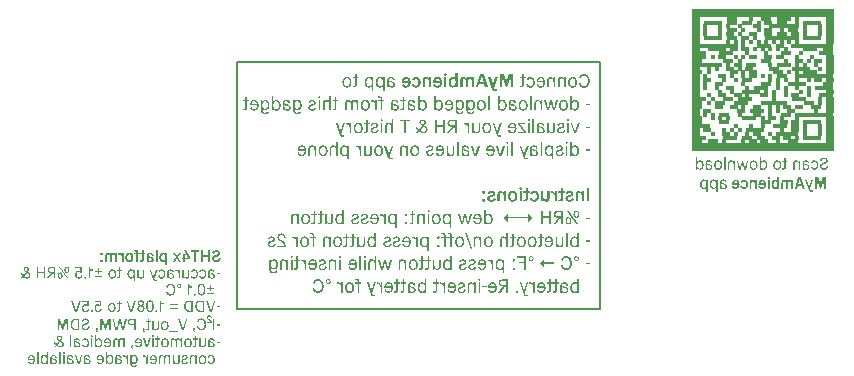
<source format=gbo>
G04*
G04 #@! TF.GenerationSoftware,Altium Limited,Altium Designer,20.0.13 (296)*
G04*
G04 Layer_Color=24703*
%FSLAX25Y25*%
%MOIN*%
G70*
G01*
G75*
%ADD31C,0.00787*%
%ADD81R,0.47244X0.01276*%
%ADD82R,0.47244X0.01280*%
%ADD83R,0.02555X0.01276*%
%ADD84R,0.03831X0.01276*%
%ADD85R,0.01276X0.01276*%
%ADD86R,0.02551X0.01276*%
%ADD87R,0.02555X0.01276*%
%ADD88R,0.01280X0.01276*%
%ADD89R,0.06386X0.01276*%
%ADD90R,0.03831X0.01276*%
%ADD91R,0.05106X0.01276*%
%ADD92R,0.05106X0.01276*%
%ADD93R,0.02555X0.01280*%
%ADD94R,0.01276X0.01280*%
%ADD95R,0.01280X0.01280*%
%ADD96R,0.07661X0.01280*%
%ADD97R,0.02555X0.01280*%
%ADD98R,0.02551X0.01280*%
%ADD99R,0.01280X0.01276*%
%ADD100R,0.06382X0.01276*%
%ADD101R,0.01276X0.01276*%
%ADD102R,0.06386X0.01280*%
%ADD103R,0.03831X0.01280*%
%ADD104R,0.05110X0.01276*%
%ADD105R,0.12768X0.01276*%
%ADD106R,0.02555X0.01280*%
%ADD107R,0.01280X0.01280*%
%ADD108R,0.02555X0.01280*%
%ADD109R,0.01276X0.01280*%
%ADD110R,0.05106X0.01280*%
%ADD111R,0.02555X0.01276*%
%ADD112R,0.01276X0.01276*%
%ADD113R,0.03831X0.01276*%
%ADD114R,0.08937X0.01276*%
%ADD115R,0.05106X0.01276*%
%ADD116R,0.01280X0.01276*%
%ADD117R,0.05110X0.01280*%
%ADD118R,0.03831X0.01280*%
%ADD119R,0.02551X0.01276*%
%ADD120R,0.06386X0.01276*%
%ADD121R,0.06386X0.01280*%
%ADD122R,0.05106X0.01280*%
%ADD123R,0.05110X0.01280*%
%ADD124R,0.01280X0.01280*%
%ADD125R,0.10217X0.01276*%
%ADD126R,0.01276X0.01280*%
%ADD127R,0.03831X0.01280*%
%ADD128R,0.14047X0.01276*%
%ADD129R,0.15323X0.01276*%
%ADD130R,0.11492X0.01280*%
%ADD131R,0.10217X0.01280*%
%ADD132R,0.47244X0.01280*%
G36*
X119762Y42225D02*
X119809Y42219D01*
X119849Y42198D01*
X119889Y42185D01*
X119916Y42165D01*
X119937Y42145D01*
X119950Y42138D01*
X119957Y42131D01*
X119990Y42091D01*
X120017Y42051D01*
X120031Y42010D01*
X120044Y41970D01*
X120051Y41936D01*
X120057Y41909D01*
Y41889D01*
Y41883D01*
X120051Y41829D01*
X120044Y41782D01*
X120024Y41735D01*
X120004Y41701D01*
X119990Y41674D01*
X119970Y41654D01*
X119963Y41641D01*
X119957Y41634D01*
X119916Y41600D01*
X119876Y41574D01*
X119836Y41560D01*
X119796Y41547D01*
X119762Y41540D01*
X119735Y41533D01*
X119708D01*
X119654Y41540D01*
X119601Y41547D01*
X119560Y41560D01*
X119520Y41580D01*
X119486Y41600D01*
X119466Y41614D01*
X119453Y41620D01*
X119446Y41627D01*
X119412Y41668D01*
X119386Y41708D01*
X119365Y41755D01*
X119352Y41795D01*
X119345Y41829D01*
X119339Y41856D01*
Y41876D01*
Y41883D01*
X119345Y41936D01*
X119352Y41990D01*
X119372Y42030D01*
X119392Y42064D01*
X119412Y42091D01*
X119426Y42111D01*
X119439Y42125D01*
X119446Y42131D01*
X119486Y42165D01*
X119533Y42192D01*
X119574Y42205D01*
X119614Y42219D01*
X119654Y42225D01*
X119681Y42232D01*
X119708D01*
X119762Y42225D01*
D02*
G37*
G36*
X111570D02*
X111617Y42219D01*
X111658Y42198D01*
X111698Y42185D01*
X111725Y42165D01*
X111745Y42145D01*
X111758Y42138D01*
X111765Y42131D01*
X111799Y42091D01*
X111826Y42051D01*
X111839Y42010D01*
X111852Y41970D01*
X111859Y41936D01*
X111866Y41909D01*
Y41889D01*
Y41883D01*
X111859Y41829D01*
X111852Y41782D01*
X111832Y41735D01*
X111812Y41701D01*
X111799Y41674D01*
X111778Y41654D01*
X111772Y41641D01*
X111765Y41634D01*
X111725Y41600D01*
X111684Y41574D01*
X111644Y41560D01*
X111604Y41547D01*
X111570Y41540D01*
X111543Y41533D01*
X111516D01*
X111463Y41540D01*
X111409Y41547D01*
X111369Y41560D01*
X111328Y41580D01*
X111295Y41600D01*
X111275Y41614D01*
X111261Y41620D01*
X111254Y41627D01*
X111221Y41668D01*
X111194Y41708D01*
X111174Y41755D01*
X111160Y41795D01*
X111153Y41829D01*
X111147Y41856D01*
Y41876D01*
Y41883D01*
X111153Y41936D01*
X111160Y41990D01*
X111180Y42030D01*
X111201Y42064D01*
X111221Y42091D01*
X111234Y42111D01*
X111248Y42125D01*
X111254Y42131D01*
X111295Y42165D01*
X111342Y42192D01*
X111382Y42205D01*
X111422Y42219D01*
X111463Y42225D01*
X111489Y42232D01*
X111516D01*
X111570Y42225D01*
D02*
G37*
G36*
X95382Y42225D02*
X95429Y42219D01*
X95469Y42198D01*
X95509Y42185D01*
X95536Y42165D01*
X95556Y42145D01*
X95570Y42138D01*
X95577Y42131D01*
X95610Y42091D01*
X95637Y42051D01*
X95651Y42010D01*
X95664Y41970D01*
X95671Y41936D01*
X95677Y41909D01*
Y41889D01*
Y41883D01*
X95671Y41829D01*
X95664Y41782D01*
X95644Y41735D01*
X95624Y41701D01*
X95610Y41674D01*
X95590Y41654D01*
X95583Y41641D01*
X95577Y41634D01*
X95536Y41600D01*
X95496Y41573D01*
X95456Y41560D01*
X95415Y41547D01*
X95382Y41540D01*
X95355Y41533D01*
X95328D01*
X95274Y41540D01*
X95220Y41547D01*
X95180Y41560D01*
X95140Y41580D01*
X95106Y41600D01*
X95086Y41614D01*
X95073Y41620D01*
X95066Y41627D01*
X95032Y41668D01*
X95005Y41708D01*
X94985Y41755D01*
X94972Y41795D01*
X94965Y41829D01*
X94958Y41856D01*
Y41876D01*
Y41883D01*
X94965Y41936D01*
X94972Y41990D01*
X94992Y42030D01*
X95012Y42064D01*
X95032Y42091D01*
X95046Y42111D01*
X95059Y42125D01*
X95066Y42131D01*
X95106Y42165D01*
X95153Y42192D01*
X95193Y42205D01*
X95234Y42219D01*
X95274Y42225D01*
X95301Y42232D01*
X95328D01*
X95382Y42225D01*
D02*
G37*
G36*
X89488Y41049D02*
X89589Y41036D01*
X89690Y41016D01*
X89784Y40982D01*
X89871Y40949D01*
X89952Y40908D01*
X90026Y40868D01*
X90093Y40821D01*
X90153Y40780D01*
X90207Y40733D01*
X90248Y40693D01*
X90288Y40659D01*
X90315Y40626D01*
X90335Y40606D01*
X90348Y40592D01*
X90355Y40586D01*
X90422Y40492D01*
X90476Y40397D01*
X90523Y40297D01*
X90570Y40196D01*
X90637Y39987D01*
X90678Y39786D01*
X90691Y39699D01*
X90705Y39611D01*
X90711Y39537D01*
X90718Y39470D01*
X90725Y39416D01*
Y39376D01*
Y39349D01*
Y39342D01*
X90718Y39201D01*
X90711Y39067D01*
X90691Y38946D01*
X90664Y38825D01*
X90637Y38717D01*
X90610Y38617D01*
X90577Y38523D01*
X90537Y38435D01*
X90503Y38361D01*
X90469Y38294D01*
X90443Y38240D01*
X90416Y38193D01*
X90389Y38153D01*
X90369Y38126D01*
X90362Y38113D01*
X90355Y38106D01*
X90281Y38025D01*
X90207Y37951D01*
X90133Y37891D01*
X90053Y37837D01*
X89972Y37790D01*
X89891Y37750D01*
X89811Y37716D01*
X89737Y37696D01*
X89663Y37676D01*
X89596Y37662D01*
X89535Y37649D01*
X89488Y37642D01*
X89448Y37635D01*
X89388D01*
X89267Y37642D01*
X89152Y37662D01*
X89045Y37689D01*
X88951Y37730D01*
X88863Y37770D01*
X88783Y37824D01*
X88709Y37877D01*
X88648Y37931D01*
X88595Y37985D01*
X88541Y38039D01*
X88500Y38092D01*
X88473Y38133D01*
X88447Y38173D01*
X88427Y38200D01*
X88413Y38220D01*
Y38227D01*
X88393D01*
Y37649D01*
X88400Y37508D01*
X88427Y37380D01*
X88460Y37273D01*
X88500Y37185D01*
X88547Y37111D01*
X88581Y37064D01*
X88608Y37037D01*
X88615Y37024D01*
X88709Y36950D01*
X88810Y36896D01*
X88917Y36856D01*
X89018Y36829D01*
X89112Y36816D01*
X89193Y36809D01*
X89219Y36802D01*
X89260D01*
X89374Y36809D01*
X89482Y36822D01*
X89582Y36849D01*
X89670Y36890D01*
X89757Y36930D01*
X89838Y36970D01*
X89905Y37024D01*
X89972Y37071D01*
X90026Y37118D01*
X90080Y37172D01*
X90120Y37212D01*
X90153Y37259D01*
X90180Y37293D01*
X90201Y37320D01*
X90207Y37333D01*
X90214Y37340D01*
X90624Y37098D01*
X90550Y36970D01*
X90469Y36863D01*
X90382Y36762D01*
X90301Y36688D01*
X90221Y36621D01*
X90160Y36581D01*
X90133Y36560D01*
X90113Y36547D01*
X90106Y36540D01*
X90100D01*
X89959Y36473D01*
X89811Y36426D01*
X89670Y36386D01*
X89535Y36365D01*
X89414Y36352D01*
X89367Y36345D01*
X89320D01*
X89287Y36339D01*
X89240D01*
X89119Y36345D01*
X89004Y36352D01*
X88897Y36372D01*
X88803Y36392D01*
X88709Y36419D01*
X88621Y36446D01*
X88547Y36480D01*
X88480Y36513D01*
X88420Y36540D01*
X88366Y36574D01*
X88319Y36601D01*
X88279Y36628D01*
X88252Y36648D01*
X88232Y36668D01*
X88218Y36675D01*
X88212Y36681D01*
X88144Y36748D01*
X88090Y36822D01*
X88037Y36896D01*
X87996Y36977D01*
X87929Y37132D01*
X87889Y37286D01*
X87862Y37427D01*
X87855Y37481D01*
X87849Y37535D01*
X87842Y37575D01*
Y37609D01*
Y37629D01*
Y37635D01*
Y40962D01*
X88366D01*
Y40478D01*
X88393D01*
X88453Y40579D01*
X88521Y40666D01*
X88595Y40747D01*
X88675Y40814D01*
X88756Y40868D01*
X88836Y40915D01*
X88917Y40955D01*
X88998Y40982D01*
X89072Y41009D01*
X89145Y41022D01*
X89206Y41036D01*
X89260Y41049D01*
X89307D01*
X89347Y41056D01*
X89374D01*
X89488Y41049D01*
D02*
G37*
G36*
X148631Y37541D02*
X148107D01*
Y38066D01*
X148087D01*
X148026Y37958D01*
X147952Y37864D01*
X147878Y37777D01*
X147798Y37709D01*
X147717Y37649D01*
X147630Y37595D01*
X147549Y37555D01*
X147468Y37528D01*
X147388Y37501D01*
X147314Y37481D01*
X147247Y37468D01*
X147193Y37454D01*
X147146D01*
X147112Y37447D01*
X147079D01*
X146964Y37454D01*
X146864Y37468D01*
X146763Y37494D01*
X146669Y37521D01*
X146581Y37562D01*
X146494Y37602D01*
X146420Y37649D01*
X146353Y37696D01*
X146292Y37736D01*
X146239Y37783D01*
X146198Y37824D01*
X146158Y37864D01*
X146131Y37891D01*
X146111Y37918D01*
X146098Y37931D01*
X146091Y37938D01*
X146024Y38032D01*
X145963Y38140D01*
X145916Y38240D01*
X145876Y38355D01*
X145809Y38570D01*
X145762Y38778D01*
X145748Y38872D01*
X145735Y38959D01*
X145728Y39040D01*
X145721Y39107D01*
X145714Y39161D01*
Y39208D01*
Y39235D01*
Y39242D01*
X145721Y39389D01*
X145728Y39531D01*
X145748Y39665D01*
X145775Y39793D01*
X145802Y39907D01*
X145829Y40014D01*
X145862Y40115D01*
X145896Y40203D01*
X145936Y40283D01*
X145970Y40357D01*
X145997Y40418D01*
X146024Y40465D01*
X146051Y40505D01*
X146071Y40539D01*
X146077Y40552D01*
X146084Y40559D01*
X146158Y40646D01*
X146232Y40720D01*
X146313Y40787D01*
X146393Y40848D01*
X146474Y40895D01*
X146555Y40935D01*
X146635Y40969D01*
X146709Y40995D01*
X146783Y41016D01*
X146850Y41029D01*
X146911Y41043D01*
X146958Y41049D01*
X146998Y41056D01*
X147058D01*
X147179Y41049D01*
X147294Y41029D01*
X147401Y41002D01*
X147489Y40975D01*
X147556Y40942D01*
X147609Y40915D01*
X147643Y40895D01*
X147657Y40888D01*
X147744Y40821D01*
X147825Y40747D01*
X147892Y40673D01*
X147952Y40599D01*
X147993Y40532D01*
X148026Y40478D01*
X148046Y40444D01*
X148053Y40438D01*
Y40431D01*
X148087D01*
Y42198D01*
X148631D01*
Y37541D01*
D02*
G37*
G36*
X190369Y42064D02*
X190483Y42037D01*
X190584Y41997D01*
X190665Y41956D01*
X190738Y41910D01*
X190792Y41876D01*
X190819Y41849D01*
X190833Y41835D01*
X190913Y41741D01*
X190967Y41647D01*
X191007Y41547D01*
X191041Y41453D01*
X191054Y41372D01*
X191061Y41305D01*
X191068Y41278D01*
Y41258D01*
Y41251D01*
Y41244D01*
X191054Y41116D01*
X191027Y40995D01*
X190994Y40895D01*
X190947Y40807D01*
X190907Y40734D01*
X190866Y40686D01*
X190839Y40653D01*
X190833Y40639D01*
X190738Y40559D01*
X190638Y40505D01*
X190537Y40465D01*
X190443Y40431D01*
X190362Y40418D01*
X190302Y40411D01*
X190275Y40404D01*
X190241D01*
X190113Y40418D01*
X189999Y40444D01*
X189899Y40478D01*
X189811Y40525D01*
X189744Y40572D01*
X189690Y40606D01*
X189663Y40633D01*
X189650Y40646D01*
X189569Y40740D01*
X189509Y40841D01*
X189468Y40942D01*
X189435Y41036D01*
X189421Y41116D01*
X189415Y41184D01*
X189408Y41211D01*
Y41231D01*
Y41238D01*
Y41244D01*
X189421Y41372D01*
X189448Y41486D01*
X189482Y41587D01*
X189529Y41674D01*
X189576Y41741D01*
X189610Y41795D01*
X189636Y41822D01*
X189650Y41835D01*
X189744Y41916D01*
X189845Y41970D01*
X189945Y42010D01*
X190033Y42044D01*
X190120Y42057D01*
X190181Y42064D01*
X190208Y42071D01*
X190241D01*
X190369Y42064D01*
D02*
G37*
G36*
X175256D02*
X175370Y42037D01*
X175471Y41997D01*
X175551Y41956D01*
X175625Y41910D01*
X175679Y41876D01*
X175706Y41849D01*
X175719Y41835D01*
X175800Y41741D01*
X175854Y41647D01*
X175894Y41547D01*
X175928Y41453D01*
X175941Y41372D01*
X175948Y41305D01*
X175954Y41278D01*
Y41258D01*
Y41251D01*
Y41244D01*
X175941Y41116D01*
X175914Y40995D01*
X175881Y40895D01*
X175833Y40807D01*
X175793Y40734D01*
X175753Y40686D01*
X175726Y40653D01*
X175719Y40639D01*
X175625Y40559D01*
X175524Y40505D01*
X175424Y40465D01*
X175329Y40431D01*
X175249Y40418D01*
X175188Y40411D01*
X175162Y40404D01*
X175128D01*
X175000Y40418D01*
X174886Y40444D01*
X174785Y40478D01*
X174698Y40525D01*
X174631Y40572D01*
X174577Y40606D01*
X174550Y40633D01*
X174537Y40646D01*
X174456Y40740D01*
X174396Y40841D01*
X174355Y40942D01*
X174321Y41036D01*
X174308Y41116D01*
X174301Y41184D01*
X174295Y41211D01*
Y41231D01*
Y41238D01*
Y41244D01*
X174308Y41372D01*
X174335Y41486D01*
X174369Y41587D01*
X174416Y41674D01*
X174463Y41741D01*
X174496Y41795D01*
X174523Y41822D01*
X174537Y41835D01*
X174631Y41916D01*
X174731Y41970D01*
X174832Y42010D01*
X174920Y42044D01*
X175007Y42057D01*
X175067Y42064D01*
X175094Y42071D01*
X175128D01*
X175256Y42064D01*
D02*
G37*
G36*
X123518Y37541D02*
X122974D01*
Y39470D01*
X122961Y39645D01*
X122934Y39799D01*
X122900Y39934D01*
X122853Y40048D01*
X122806Y40135D01*
X122772Y40203D01*
X122746Y40243D01*
X122732Y40256D01*
X122685Y40310D01*
X122638Y40357D01*
X122530Y40431D01*
X122430Y40485D01*
X122329Y40518D01*
X122241Y40545D01*
X122168Y40552D01*
X122141Y40559D01*
X122107D01*
X122000Y40552D01*
X121906Y40532D01*
X121825Y40498D01*
X121758Y40465D01*
X121704Y40424D01*
X121664Y40397D01*
X121637Y40371D01*
X121630Y40364D01*
X121570Y40283D01*
X121522Y40203D01*
X121496Y40115D01*
X121469Y40035D01*
X121455Y39961D01*
X121449Y39900D01*
Y39860D01*
Y39853D01*
Y39846D01*
Y37541D01*
X120904D01*
Y39994D01*
Y40082D01*
X120918Y40162D01*
X120951Y40317D01*
X120998Y40444D01*
X121052Y40559D01*
X121106Y40646D01*
X121153Y40707D01*
X121186Y40747D01*
X121193Y40760D01*
X121200D01*
X121254Y40814D01*
X121314Y40861D01*
X121442Y40928D01*
X121570Y40982D01*
X121690Y41022D01*
X121798Y41043D01*
X121845Y41049D01*
X121885D01*
X121919Y41056D01*
X121966D01*
X122100Y41049D01*
X122221Y41029D01*
X122329Y40995D01*
X122430Y40949D01*
X122524Y40895D01*
X122604Y40834D01*
X122678Y40774D01*
X122746Y40713D01*
X122799Y40646D01*
X122846Y40586D01*
X122887Y40525D01*
X122920Y40471D01*
X122940Y40431D01*
X122961Y40391D01*
X122967Y40371D01*
X122974Y40364D01*
X122994D01*
Y42198D01*
X123518D01*
Y37541D01*
D02*
G37*
G36*
X169436Y41049D02*
X169497Y41036D01*
X169544Y41022D01*
X169584Y41002D01*
X169617Y40975D01*
X169644Y40962D01*
X169658Y40949D01*
X169665Y40942D01*
X169705Y40895D01*
X169732Y40848D01*
X169752Y40801D01*
X169765Y40754D01*
X169772Y40713D01*
X169779Y40680D01*
Y40659D01*
Y40653D01*
X169772Y40592D01*
X169759Y40532D01*
X169745Y40485D01*
X169718Y40444D01*
X169698Y40411D01*
X169685Y40384D01*
X169671Y40371D01*
X169665Y40364D01*
X169617Y40330D01*
X169571Y40303D01*
X169524Y40283D01*
X169476Y40270D01*
X169436Y40263D01*
X169403Y40256D01*
X169376D01*
X169315Y40263D01*
X169255Y40277D01*
X169208Y40290D01*
X169167Y40310D01*
X169134Y40330D01*
X169114Y40350D01*
X169100Y40357D01*
X169093Y40364D01*
X169053Y40411D01*
X169026Y40458D01*
X169006Y40505D01*
X168993Y40552D01*
X168986Y40592D01*
X168979Y40626D01*
Y40646D01*
Y40653D01*
X168986Y40713D01*
X168999Y40774D01*
X169013Y40821D01*
X169033Y40861D01*
X169060Y40895D01*
X169073Y40922D01*
X169087Y40935D01*
X169093Y40942D01*
X169134Y40982D01*
X169181Y41009D01*
X169228Y41029D01*
X169275Y41043D01*
X169315Y41049D01*
X169349Y41056D01*
X169376D01*
X169436Y41049D01*
D02*
G37*
G36*
X162481Y37541D02*
X161937D01*
Y39430D01*
X161923Y39598D01*
X161896Y39746D01*
X161856Y39867D01*
X161809Y39974D01*
X161769Y40055D01*
X161728Y40115D01*
X161701Y40149D01*
X161688Y40162D01*
X161587Y40250D01*
X161473Y40317D01*
X161359Y40364D01*
X161251Y40397D01*
X161150Y40418D01*
X161076Y40424D01*
X161043Y40431D01*
X160633D01*
Y40962D01*
X160976D01*
X161090Y40955D01*
X161204Y40935D01*
X161305Y40901D01*
X161386Y40875D01*
X161459Y40841D01*
X161513Y40807D01*
X161547Y40787D01*
X161560Y40780D01*
X161654Y40707D01*
X161728Y40619D01*
X161795Y40532D01*
X161849Y40451D01*
X161890Y40377D01*
X161916Y40310D01*
X161930Y40270D01*
X161937Y40263D01*
Y40256D01*
X161957D01*
Y40962D01*
X162481D01*
Y37541D01*
D02*
G37*
G36*
X100153Y37541D02*
X99609D01*
Y39430D01*
X99595Y39598D01*
X99568Y39746D01*
X99528Y39867D01*
X99481Y39974D01*
X99441Y40055D01*
X99400Y40115D01*
X99373Y40149D01*
X99360Y40162D01*
X99259Y40250D01*
X99145Y40317D01*
X99031Y40364D01*
X98923Y40397D01*
X98822Y40418D01*
X98748Y40424D01*
X98715Y40431D01*
X98305D01*
Y40962D01*
X98648D01*
X98762Y40955D01*
X98876Y40935D01*
X98977Y40901D01*
X99058Y40875D01*
X99131Y40841D01*
X99185Y40807D01*
X99219Y40787D01*
X99232Y40780D01*
X99326Y40707D01*
X99400Y40619D01*
X99467Y40532D01*
X99521Y40451D01*
X99562Y40377D01*
X99588Y40310D01*
X99602Y40270D01*
X99609Y40263D01*
Y40256D01*
X99629D01*
Y40962D01*
X100153D01*
Y37541D01*
D02*
G37*
G36*
X194771Y39309D02*
X193373D01*
Y39739D01*
X194771D01*
Y39309D01*
D02*
G37*
G36*
X179530Y39967D02*
X182829D01*
Y39557D01*
X179530D01*
Y38301D01*
X178071Y39759D01*
X179530Y41217D01*
Y39967D01*
D02*
G37*
G36*
X127839Y37541D02*
X127040D01*
X126442Y40142D01*
Y40176D01*
X126435Y40223D01*
X126428Y40263D01*
Y40270D01*
Y40277D01*
X126421Y40317D01*
X126415Y40344D01*
X126408Y40391D01*
X126401Y40411D01*
Y40418D01*
X126374D01*
Y40391D01*
X126368Y40357D01*
X126361Y40310D01*
X126347Y40263D01*
X126341Y40216D01*
X126334Y40176D01*
X126327Y40156D01*
Y40142D01*
X125729Y37541D01*
X124956D01*
X124143Y40962D01*
X124688D01*
X125339Y37992D01*
X125366D01*
X126025Y40962D01*
X126744D01*
X127409Y37992D01*
X127429D01*
X128088Y40962D01*
X128652D01*
X127839Y37541D01*
D02*
G37*
G36*
X186955Y42064D02*
X187110Y42044D01*
X187251Y42010D01*
X187379Y41970D01*
X187499Y41923D01*
X187614Y41869D01*
X187721Y41809D01*
X187815Y41755D01*
X187903Y41694D01*
X187977Y41634D01*
X188037Y41580D01*
X188091Y41533D01*
X188131Y41493D01*
X188158Y41459D01*
X188178Y41439D01*
X188185Y41432D01*
X188279Y41311D01*
X188360Y41177D01*
X188427Y41043D01*
X188487Y40901D01*
X188541Y40767D01*
X188581Y40626D01*
X188615Y40492D01*
X188642Y40357D01*
X188662Y40236D01*
X188682Y40122D01*
X188696Y40021D01*
X188702Y39934D01*
Y39860D01*
X188709Y39806D01*
Y39772D01*
Y39759D01*
X188702Y39571D01*
X188689Y39390D01*
X188662Y39215D01*
X188628Y39060D01*
X188588Y38906D01*
X188541Y38771D01*
X188494Y38644D01*
X188447Y38529D01*
X188400Y38429D01*
X188353Y38334D01*
X188306Y38260D01*
X188266Y38193D01*
X188232Y38146D01*
X188205Y38106D01*
X188192Y38086D01*
X188185Y38079D01*
X188084Y37965D01*
X187977Y37871D01*
X187862Y37783D01*
X187748Y37716D01*
X187634Y37656D01*
X187520Y37602D01*
X187405Y37562D01*
X187298Y37528D01*
X187197Y37501D01*
X187103Y37481D01*
X187016Y37468D01*
X186942Y37461D01*
X186881Y37454D01*
X186841Y37447D01*
X186801D01*
X186680Y37454D01*
X186565Y37468D01*
X186451Y37481D01*
X186350Y37508D01*
X186249Y37541D01*
X186155Y37575D01*
X186068Y37609D01*
X185994Y37649D01*
X185920Y37683D01*
X185860Y37716D01*
X185806Y37750D01*
X185759Y37783D01*
X185725Y37810D01*
X185698Y37824D01*
X185685Y37837D01*
X185678Y37844D01*
X185598Y37925D01*
X185517Y38012D01*
X185383Y38193D01*
X185275Y38381D01*
X185188Y38563D01*
X185154Y38650D01*
X185127Y38724D01*
X185100Y38798D01*
X185080Y38859D01*
X185067Y38912D01*
X185053Y38946D01*
X185047Y38973D01*
Y38980D01*
X185618Y39087D01*
X185678Y38899D01*
X185746Y38731D01*
X185819Y38590D01*
X185893Y38475D01*
X185961Y38381D01*
X186014Y38314D01*
X186055Y38274D01*
X186061Y38267D01*
X186068Y38260D01*
X186129Y38207D01*
X186189Y38166D01*
X186310Y38092D01*
X186431Y38045D01*
X186545Y38005D01*
X186646Y37985D01*
X186693Y37978D01*
X186727D01*
X186760Y37971D01*
X186801D01*
X186908Y37978D01*
X187009Y37992D01*
X187103Y38019D01*
X187197Y38045D01*
X187352Y38126D01*
X187425Y38173D01*
X187493Y38220D01*
X187547Y38260D01*
X187600Y38307D01*
X187641Y38348D01*
X187674Y38388D01*
X187708Y38415D01*
X187728Y38442D01*
X187735Y38455D01*
X187741Y38462D01*
X187802Y38556D01*
X187856Y38657D01*
X187909Y38765D01*
X187950Y38872D01*
X188010Y39087D01*
X188050Y39295D01*
X188071Y39390D01*
X188077Y39477D01*
X188084Y39557D01*
X188091Y39625D01*
X188098Y39678D01*
Y39726D01*
Y39752D01*
Y39759D01*
X188091Y39907D01*
X188084Y40048D01*
X188064Y40182D01*
X188044Y40303D01*
X188017Y40424D01*
X187983Y40532D01*
X187950Y40626D01*
X187916Y40713D01*
X187889Y40794D01*
X187856Y40868D01*
X187822Y40922D01*
X187795Y40975D01*
X187775Y41009D01*
X187755Y41043D01*
X187748Y41056D01*
X187741Y41063D01*
X187674Y41150D01*
X187600Y41224D01*
X187520Y41291D01*
X187446Y41345D01*
X187365Y41392D01*
X187291Y41432D01*
X187211Y41466D01*
X187143Y41493D01*
X187009Y41526D01*
X186955Y41540D01*
X186901Y41547D01*
X186861Y41553D01*
X186807D01*
X186659Y41540D01*
X186525Y41513D01*
X186404Y41473D01*
X186303Y41426D01*
X186216Y41372D01*
X186155Y41331D01*
X186115Y41305D01*
X186102Y41291D01*
X185994Y41184D01*
X185907Y41069D01*
X185826Y40949D01*
X185766Y40828D01*
X185719Y40727D01*
X185698Y40680D01*
X185685Y40639D01*
X185672Y40606D01*
X185665Y40579D01*
X185658Y40565D01*
Y40559D01*
X185087Y40700D01*
X185121Y40821D01*
X185168Y40935D01*
X185215Y41036D01*
X185262Y41137D01*
X185316Y41224D01*
X185369Y41311D01*
X185416Y41385D01*
X185470Y41453D01*
X185517Y41513D01*
X185564Y41567D01*
X185611Y41614D01*
X185645Y41647D01*
X185678Y41674D01*
X185698Y41701D01*
X185712Y41708D01*
X185719Y41715D01*
X185806Y41775D01*
X185893Y41835D01*
X185987Y41883D01*
X186075Y41923D01*
X186256Y41983D01*
X186431Y42024D01*
X186505Y42044D01*
X186579Y42051D01*
X186639Y42057D01*
X186693Y42064D01*
X186740Y42071D01*
X186801D01*
X186955Y42064D01*
D02*
G37*
G36*
X144982Y38509D02*
X144975Y38422D01*
X144969Y38341D01*
X144935Y38187D01*
X144888Y38052D01*
X144834Y37945D01*
X144787Y37857D01*
X144740Y37790D01*
X144706Y37750D01*
X144693Y37743D01*
Y37736D01*
X144639Y37683D01*
X144579Y37642D01*
X144451Y37568D01*
X144324Y37521D01*
X144202Y37481D01*
X144095Y37461D01*
X144048Y37454D01*
X144008D01*
X143974Y37447D01*
X143927D01*
X143793Y37454D01*
X143672Y37474D01*
X143557Y37515D01*
X143457Y37555D01*
X143362Y37609D01*
X143275Y37669D01*
X143201Y37730D01*
X143141Y37797D01*
X143087Y37857D01*
X143033Y37918D01*
X143000Y37978D01*
X142966Y38032D01*
X142939Y38079D01*
X142926Y38113D01*
X142912Y38133D01*
Y38140D01*
X142885D01*
Y37541D01*
X142361D01*
Y40962D01*
X142919D01*
Y39027D01*
X142932Y38852D01*
X142959Y38697D01*
X142993Y38563D01*
X143040Y38455D01*
X143087Y38361D01*
X143121Y38294D01*
X143141Y38274D01*
X143148Y38254D01*
X143161Y38247D01*
Y38240D01*
X143208Y38187D01*
X143255Y38146D01*
X143356Y38072D01*
X143457Y38019D01*
X143557Y37985D01*
X143645Y37958D01*
X143719Y37951D01*
X143739Y37945D01*
X143779D01*
X143887Y37951D01*
X143981Y37978D01*
X144061Y38005D01*
X144129Y38045D01*
X144182Y38079D01*
X144223Y38113D01*
X144249Y38133D01*
X144256Y38140D01*
X144317Y38220D01*
X144364Y38301D01*
X144391Y38388D01*
X144418Y38469D01*
X144431Y38543D01*
X144438Y38603D01*
Y38644D01*
Y38650D01*
Y38657D01*
Y40962D01*
X144982D01*
Y38509D01*
D02*
G37*
G36*
X158899Y41049D02*
X159013Y41036D01*
X159114Y41009D01*
X159215Y40975D01*
X159309Y40942D01*
X159396Y40895D01*
X159477Y40854D01*
X159551Y40807D01*
X159611Y40760D01*
X159672Y40713D01*
X159719Y40666D01*
X159759Y40633D01*
X159793Y40599D01*
X159813Y40572D01*
X159827Y40559D01*
X159833Y40552D01*
X159907Y40458D01*
X159968Y40350D01*
X160021Y40250D01*
X160068Y40142D01*
X160102Y40028D01*
X160136Y39920D01*
X160183Y39712D01*
X160203Y39618D01*
X160216Y39531D01*
X160223Y39450D01*
X160230Y39383D01*
X160236Y39329D01*
Y39282D01*
Y39255D01*
Y39248D01*
X160230Y39101D01*
X160216Y38959D01*
X160196Y38832D01*
X160169Y38704D01*
X160142Y38590D01*
X160102Y38482D01*
X160068Y38381D01*
X160028Y38294D01*
X159988Y38214D01*
X159954Y38146D01*
X159914Y38086D01*
X159887Y38032D01*
X159860Y37998D01*
X159840Y37965D01*
X159827Y37951D01*
X159820Y37945D01*
X159739Y37857D01*
X159652Y37783D01*
X159564Y37716D01*
X159470Y37656D01*
X159376Y37609D01*
X159289Y37568D01*
X159202Y37535D01*
X159114Y37508D01*
X159034Y37488D01*
X158960Y37474D01*
X158892Y37461D01*
X158832Y37454D01*
X158785D01*
X158745Y37447D01*
X158718D01*
X158543Y37461D01*
X158382Y37494D01*
X158234Y37541D01*
X158093Y37609D01*
X157972Y37689D01*
X157858Y37777D01*
X157757Y37871D01*
X157663Y37971D01*
X157589Y38066D01*
X157521Y38160D01*
X157468Y38247D01*
X157421Y38328D01*
X157387Y38395D01*
X157360Y38442D01*
X157347Y38475D01*
X157340Y38489D01*
X157804Y38691D01*
X157864Y38556D01*
X157931Y38435D01*
X158005Y38334D01*
X158079Y38247D01*
X158153Y38173D01*
X158234Y38113D01*
X158308Y38059D01*
X158382Y38019D01*
X158449Y37992D01*
X158509Y37965D01*
X158570Y37951D01*
X158617Y37938D01*
X158657Y37931D01*
X158691Y37925D01*
X158718D01*
X158798Y37931D01*
X158872Y37938D01*
X159013Y37978D01*
X159134Y38039D01*
X159235Y38106D01*
X159316Y38166D01*
X159376Y38227D01*
X159410Y38267D01*
X159423Y38274D01*
Y38281D01*
X159511Y38422D01*
X159578Y38583D01*
X159625Y38744D01*
X159659Y38899D01*
X159679Y39033D01*
X159685Y39094D01*
Y39147D01*
X159692Y39188D01*
Y39221D01*
Y39242D01*
Y39248D01*
X157367D01*
Y39369D01*
X157374Y39510D01*
X157380Y39638D01*
X157401Y39766D01*
X157427Y39880D01*
X157454Y39987D01*
X157488Y40088D01*
X157528Y40182D01*
X157562Y40263D01*
X157596Y40344D01*
X157636Y40404D01*
X157669Y40465D01*
X157696Y40505D01*
X157723Y40545D01*
X157737Y40572D01*
X157750Y40586D01*
X157757Y40592D01*
X157831Y40673D01*
X157911Y40747D01*
X157999Y40807D01*
X158079Y40861D01*
X158167Y40908D01*
X158254Y40942D01*
X158335Y40975D01*
X158415Y40995D01*
X158489Y41016D01*
X158556Y41029D01*
X158617Y41043D01*
X158671Y41049D01*
X158718Y41056D01*
X158778D01*
X158899Y41049D01*
D02*
G37*
G36*
X115790D02*
X115905Y41036D01*
X116005Y41009D01*
X116106Y40975D01*
X116200Y40942D01*
X116288Y40895D01*
X116368Y40854D01*
X116442Y40807D01*
X116503Y40760D01*
X116563Y40713D01*
X116610Y40666D01*
X116650Y40633D01*
X116684Y40599D01*
X116704Y40572D01*
X116718Y40559D01*
X116724Y40552D01*
X116798Y40458D01*
X116859Y40350D01*
X116913Y40250D01*
X116960Y40142D01*
X116993Y40028D01*
X117027Y39920D01*
X117074Y39712D01*
X117094Y39618D01*
X117107Y39531D01*
X117114Y39450D01*
X117121Y39383D01*
X117128Y39329D01*
Y39282D01*
Y39255D01*
Y39248D01*
X117121Y39101D01*
X117107Y38959D01*
X117087Y38832D01*
X117060Y38704D01*
X117034Y38590D01*
X116993Y38482D01*
X116960Y38381D01*
X116919Y38294D01*
X116879Y38214D01*
X116845Y38146D01*
X116805Y38086D01*
X116778Y38032D01*
X116751Y37998D01*
X116731Y37965D01*
X116718Y37951D01*
X116711Y37945D01*
X116630Y37857D01*
X116543Y37783D01*
X116456Y37716D01*
X116361Y37656D01*
X116268Y37609D01*
X116180Y37568D01*
X116093Y37535D01*
X116005Y37508D01*
X115925Y37488D01*
X115851Y37474D01*
X115784Y37461D01*
X115723Y37454D01*
X115676D01*
X115636Y37447D01*
X115609D01*
X115434Y37461D01*
X115273Y37494D01*
X115125Y37541D01*
X114984Y37609D01*
X114863Y37689D01*
X114749Y37777D01*
X114648Y37871D01*
X114554Y37971D01*
X114480Y38066D01*
X114413Y38160D01*
X114359Y38247D01*
X114312Y38328D01*
X114278Y38395D01*
X114251Y38442D01*
X114238Y38475D01*
X114231Y38489D01*
X114695Y38691D01*
X114755Y38556D01*
X114823Y38435D01*
X114897Y38334D01*
X114971Y38247D01*
X115044Y38173D01*
X115125Y38113D01*
X115199Y38059D01*
X115273Y38019D01*
X115340Y37992D01*
X115401Y37965D01*
X115461Y37951D01*
X115508Y37938D01*
X115548Y37931D01*
X115582Y37925D01*
X115609D01*
X115690Y37931D01*
X115763Y37938D01*
X115905Y37978D01*
X116025Y38039D01*
X116126Y38106D01*
X116207Y38166D01*
X116268Y38227D01*
X116301Y38267D01*
X116314Y38274D01*
Y38281D01*
X116402Y38422D01*
X116469Y38583D01*
X116516Y38744D01*
X116550Y38899D01*
X116570Y39033D01*
X116577Y39094D01*
Y39147D01*
X116583Y39188D01*
Y39221D01*
Y39242D01*
Y39248D01*
X114258D01*
Y39369D01*
X114265Y39510D01*
X114272Y39638D01*
X114292Y39766D01*
X114319Y39880D01*
X114346Y39987D01*
X114379Y40088D01*
X114419Y40182D01*
X114453Y40263D01*
X114487Y40344D01*
X114527Y40404D01*
X114561Y40465D01*
X114587Y40505D01*
X114614Y40545D01*
X114628Y40572D01*
X114641Y40586D01*
X114648Y40592D01*
X114722Y40673D01*
X114803Y40747D01*
X114890Y40807D01*
X114971Y40861D01*
X115058Y40908D01*
X115145Y40942D01*
X115226Y40975D01*
X115306Y40995D01*
X115380Y41016D01*
X115448Y41029D01*
X115508Y41043D01*
X115562Y41049D01*
X115609Y41056D01*
X115669D01*
X115790Y41049D01*
D02*
G37*
G36*
X102444Y41049D02*
X102559Y41036D01*
X102659Y41009D01*
X102760Y40975D01*
X102854Y40942D01*
X102942Y40895D01*
X103022Y40854D01*
X103096Y40807D01*
X103157Y40760D01*
X103217Y40713D01*
X103264Y40666D01*
X103305Y40633D01*
X103338Y40599D01*
X103358Y40572D01*
X103372Y40559D01*
X103378Y40552D01*
X103452Y40458D01*
X103513Y40350D01*
X103567Y40250D01*
X103614Y40142D01*
X103647Y40028D01*
X103681Y39920D01*
X103728Y39712D01*
X103748Y39618D01*
X103761Y39531D01*
X103768Y39450D01*
X103775Y39383D01*
X103782Y39329D01*
Y39282D01*
Y39255D01*
Y39248D01*
X103775Y39101D01*
X103761Y38959D01*
X103741Y38832D01*
X103715Y38704D01*
X103688Y38590D01*
X103647Y38482D01*
X103614Y38381D01*
X103573Y38294D01*
X103533Y38213D01*
X103499Y38146D01*
X103459Y38086D01*
X103432Y38032D01*
X103405Y37998D01*
X103385Y37965D01*
X103372Y37951D01*
X103365Y37945D01*
X103284Y37857D01*
X103197Y37783D01*
X103110Y37716D01*
X103016Y37656D01*
X102921Y37609D01*
X102834Y37568D01*
X102747Y37535D01*
X102659Y37508D01*
X102579Y37488D01*
X102505Y37474D01*
X102438Y37461D01*
X102377Y37454D01*
X102330D01*
X102290Y37447D01*
X102263D01*
X102088Y37461D01*
X101927Y37494D01*
X101779Y37541D01*
X101638Y37609D01*
X101517Y37689D01*
X101403Y37777D01*
X101302Y37871D01*
X101208Y37971D01*
X101134Y38066D01*
X101067Y38160D01*
X101013Y38247D01*
X100966Y38328D01*
X100932Y38395D01*
X100906Y38442D01*
X100892Y38475D01*
X100885Y38489D01*
X101349Y38691D01*
X101409Y38556D01*
X101477Y38435D01*
X101551Y38334D01*
X101625Y38247D01*
X101699Y38173D01*
X101779Y38113D01*
X101853Y38059D01*
X101927Y38019D01*
X101994Y37992D01*
X102055Y37965D01*
X102115Y37951D01*
X102162Y37938D01*
X102202Y37931D01*
X102236Y37925D01*
X102263D01*
X102344Y37931D01*
X102418Y37938D01*
X102559Y37978D01*
X102680Y38039D01*
X102780Y38106D01*
X102861Y38166D01*
X102921Y38227D01*
X102955Y38267D01*
X102969Y38274D01*
Y38281D01*
X103056Y38422D01*
X103123Y38583D01*
X103170Y38744D01*
X103204Y38899D01*
X103224Y39033D01*
X103231Y39094D01*
Y39147D01*
X103237Y39188D01*
Y39221D01*
Y39242D01*
Y39248D01*
X100912D01*
Y39369D01*
X100919Y39510D01*
X100926Y39638D01*
X100946Y39766D01*
X100973Y39880D01*
X101000Y39987D01*
X101033Y40088D01*
X101074Y40182D01*
X101107Y40263D01*
X101141Y40344D01*
X101181Y40404D01*
X101215Y40465D01*
X101242Y40505D01*
X101268Y40545D01*
X101282Y40572D01*
X101295Y40586D01*
X101302Y40592D01*
X101376Y40673D01*
X101457Y40747D01*
X101544Y40807D01*
X101625Y40861D01*
X101712Y40908D01*
X101799Y40942D01*
X101880Y40975D01*
X101961Y40995D01*
X102034Y41016D01*
X102102Y41029D01*
X102162Y41043D01*
X102216Y41049D01*
X102263Y41056D01*
X102323D01*
X102444Y41049D01*
D02*
G37*
G36*
X173374Y37541D02*
X172796D01*
Y39672D01*
X171217D01*
Y40176D01*
X172796D01*
Y41473D01*
X170572D01*
Y41977D01*
X173374D01*
Y37541D01*
D02*
G37*
G36*
X141152Y40962D02*
X141790D01*
Y40525D01*
X141152D01*
Y38281D01*
X141145Y38140D01*
X141118Y38025D01*
X141091Y37925D01*
X141051Y37844D01*
X141017Y37783D01*
X140984Y37743D01*
X140963Y37716D01*
X140957Y37709D01*
X140869Y37656D01*
X140775Y37615D01*
X140668Y37582D01*
X140567Y37562D01*
X140473Y37548D01*
X140392Y37541D01*
X139848D01*
Y38005D01*
X140184D01*
X140265Y38012D01*
X140332Y38019D01*
X140385Y38032D01*
X140433Y38052D01*
X140466Y38066D01*
X140493Y38079D01*
X140506Y38086D01*
X140513Y38092D01*
X140547Y38133D01*
X140567Y38173D01*
X140594Y38274D01*
X140601Y38321D01*
X140607Y38355D01*
Y38381D01*
Y38388D01*
Y40525D01*
X139848D01*
Y40962D01*
X140607D01*
Y41977D01*
X141152D01*
Y40962D01*
D02*
G37*
G36*
X139035D02*
X139673D01*
Y40525D01*
X139035D01*
Y38281D01*
X139028Y38140D01*
X139001Y38025D01*
X138974Y37925D01*
X138934Y37844D01*
X138900Y37783D01*
X138867Y37743D01*
X138847Y37716D01*
X138840Y37709D01*
X138753Y37656D01*
X138658Y37615D01*
X138551Y37582D01*
X138450Y37562D01*
X138356Y37548D01*
X138276Y37541D01*
X137731D01*
Y38005D01*
X138067D01*
X138148Y38012D01*
X138215Y38019D01*
X138269Y38032D01*
X138316Y38052D01*
X138349Y38066D01*
X138376Y38079D01*
X138390Y38086D01*
X138396Y38092D01*
X138430Y38133D01*
X138450Y38173D01*
X138477Y38274D01*
X138484Y38321D01*
X138490Y38355D01*
Y38381D01*
Y38388D01*
Y40525D01*
X137731D01*
Y40962D01*
X138490D01*
Y41977D01*
X139035D01*
Y40962D01*
D02*
G37*
G36*
X132140Y41049D02*
X132261Y41029D01*
X132369Y40995D01*
X132469Y40949D01*
X132563Y40895D01*
X132644Y40834D01*
X132718Y40774D01*
X132785Y40713D01*
X132839Y40646D01*
X132886Y40586D01*
X132926Y40525D01*
X132960Y40471D01*
X132980Y40431D01*
X133000Y40391D01*
X133007Y40371D01*
X133014Y40364D01*
X133034D01*
Y40962D01*
X133558D01*
Y37541D01*
X133014D01*
Y39470D01*
X133000Y39645D01*
X132973Y39799D01*
X132940Y39934D01*
X132893Y40048D01*
X132846Y40135D01*
X132812Y40203D01*
X132785Y40243D01*
X132772Y40256D01*
X132725Y40310D01*
X132678Y40357D01*
X132570Y40431D01*
X132469Y40485D01*
X132369Y40518D01*
X132281Y40545D01*
X132207Y40552D01*
X132180Y40559D01*
X132147D01*
X132039Y40552D01*
X131945Y40532D01*
X131865Y40498D01*
X131797Y40465D01*
X131744Y40424D01*
X131703Y40397D01*
X131676Y40371D01*
X131670Y40364D01*
X131609Y40283D01*
X131562Y40203D01*
X131535Y40115D01*
X131508Y40035D01*
X131495Y39961D01*
X131488Y39900D01*
Y39860D01*
Y39853D01*
Y39846D01*
Y37541D01*
X130944D01*
Y39994D01*
Y40082D01*
X130957Y40162D01*
X130991Y40317D01*
X131038Y40444D01*
X131092Y40559D01*
X131146Y40646D01*
X131193Y40707D01*
X131226Y40747D01*
X131233Y40760D01*
X131240D01*
X131293Y40814D01*
X131354Y40861D01*
X131482Y40928D01*
X131609Y40982D01*
X131730Y41022D01*
X131838Y41043D01*
X131885Y41049D01*
X131925D01*
X131959Y41056D01*
X132006D01*
X132140Y41049D01*
D02*
G37*
G36*
X119977Y37541D02*
X119433D01*
Y40962D01*
X119977D01*
Y37541D01*
D02*
G37*
G36*
X118451D02*
X117907D01*
Y42198D01*
X118451D01*
Y37541D01*
D02*
G37*
G36*
X111785D02*
X111241D01*
Y40962D01*
X111785D01*
Y37541D01*
D02*
G37*
G36*
X108842Y41049D02*
X108963Y41029D01*
X109070Y40995D01*
X109171Y40949D01*
X109265Y40895D01*
X109346Y40834D01*
X109420Y40774D01*
X109487Y40713D01*
X109541Y40646D01*
X109588Y40586D01*
X109628Y40525D01*
X109662Y40471D01*
X109682Y40431D01*
X109702Y40391D01*
X109709Y40371D01*
X109715Y40364D01*
X109736D01*
Y40962D01*
X110260D01*
Y37541D01*
X109715D01*
Y39470D01*
X109702Y39645D01*
X109675Y39799D01*
X109642Y39934D01*
X109595Y40048D01*
X109547Y40135D01*
X109514Y40203D01*
X109487Y40243D01*
X109474Y40256D01*
X109426Y40310D01*
X109379Y40357D01*
X109272Y40431D01*
X109171Y40485D01*
X109070Y40518D01*
X108983Y40545D01*
X108909Y40552D01*
X108882Y40559D01*
X108849D01*
X108741Y40552D01*
X108647Y40532D01*
X108566Y40498D01*
X108499Y40465D01*
X108445Y40424D01*
X108405Y40397D01*
X108378Y40371D01*
X108371Y40364D01*
X108311Y40283D01*
X108264Y40203D01*
X108237Y40115D01*
X108210Y40035D01*
X108197Y39961D01*
X108190Y39900D01*
Y39860D01*
Y39853D01*
Y39846D01*
Y37541D01*
X107646D01*
Y39994D01*
Y40082D01*
X107659Y40162D01*
X107693Y40317D01*
X107740Y40444D01*
X107793Y40559D01*
X107847Y40646D01*
X107894Y40707D01*
X107928Y40747D01*
X107935Y40760D01*
X107941D01*
X107995Y40814D01*
X108056Y40861D01*
X108183Y40928D01*
X108311Y40982D01*
X108432Y41022D01*
X108539Y41043D01*
X108587Y41049D01*
X108627D01*
X108660Y41056D01*
X108707D01*
X108842Y41049D01*
D02*
G37*
G36*
X97472Y40962D02*
X98110D01*
Y40525D01*
X97472D01*
Y38281D01*
X97465Y38140D01*
X97438Y38025D01*
X97411Y37925D01*
X97371Y37844D01*
X97337Y37783D01*
X97304Y37743D01*
X97284Y37716D01*
X97277Y37709D01*
X97189Y37656D01*
X97095Y37615D01*
X96988Y37582D01*
X96887Y37562D01*
X96793Y37548D01*
X96712Y37541D01*
X96168D01*
Y38005D01*
X96504D01*
X96585Y38012D01*
X96652Y38019D01*
X96706Y38032D01*
X96753Y38052D01*
X96786Y38066D01*
X96813Y38079D01*
X96826Y38086D01*
X96833Y38092D01*
X96867Y38133D01*
X96887Y38173D01*
X96914Y38274D01*
X96921Y38321D01*
X96927Y38355D01*
Y38381D01*
Y38388D01*
Y40525D01*
X96168D01*
Y40962D01*
X96927D01*
Y41977D01*
X97472D01*
Y40962D01*
D02*
G37*
G36*
X95597Y37541D02*
X95052D01*
Y40962D01*
X95597D01*
Y37541D01*
D02*
G37*
G36*
X92653Y41049D02*
X92774Y41029D01*
X92882Y40995D01*
X92983Y40949D01*
X93077Y40895D01*
X93157Y40834D01*
X93231Y40774D01*
X93299Y40713D01*
X93352Y40646D01*
X93399Y40586D01*
X93440Y40525D01*
X93473Y40471D01*
X93493Y40431D01*
X93514Y40391D01*
X93520Y40371D01*
X93527Y40364D01*
X93547D01*
Y40962D01*
X94071D01*
Y37541D01*
X93527D01*
Y39470D01*
X93514Y39645D01*
X93487Y39799D01*
X93453Y39934D01*
X93406Y40048D01*
X93359Y40135D01*
X93325Y40203D01*
X93299Y40243D01*
X93285Y40256D01*
X93238Y40310D01*
X93191Y40357D01*
X93084Y40431D01*
X92983Y40485D01*
X92882Y40518D01*
X92795Y40545D01*
X92721Y40552D01*
X92694Y40559D01*
X92660D01*
X92553Y40552D01*
X92458Y40532D01*
X92378Y40498D01*
X92311Y40465D01*
X92257Y40424D01*
X92217Y40397D01*
X92190Y40371D01*
X92183Y40364D01*
X92123Y40283D01*
X92076Y40203D01*
X92049Y40115D01*
X92022Y40035D01*
X92008Y39961D01*
X92001Y39900D01*
Y39860D01*
Y39853D01*
Y39846D01*
Y37541D01*
X91457D01*
Y39994D01*
Y40082D01*
X91471Y40162D01*
X91504Y40317D01*
X91551Y40444D01*
X91605Y40559D01*
X91659Y40646D01*
X91706Y40707D01*
X91739Y40747D01*
X91746Y40760D01*
X91753D01*
X91807Y40814D01*
X91867Y40861D01*
X91995Y40928D01*
X92123Y40982D01*
X92243Y41022D01*
X92351Y41043D01*
X92398Y41049D01*
X92438D01*
X92472Y41056D01*
X92519D01*
X92653Y41049D01*
D02*
G37*
G36*
X169436Y38240D02*
X169497Y38227D01*
X169544Y38214D01*
X169584Y38193D01*
X169617Y38166D01*
X169644Y38153D01*
X169658Y38140D01*
X169665Y38133D01*
X169705Y38086D01*
X169732Y38039D01*
X169752Y37992D01*
X169765Y37945D01*
X169772Y37898D01*
X169779Y37871D01*
Y37844D01*
Y37837D01*
X169772Y37777D01*
X169759Y37723D01*
X169745Y37669D01*
X169718Y37629D01*
X169698Y37595D01*
X169685Y37575D01*
X169671Y37562D01*
X169665Y37555D01*
X169617Y37521D01*
X169571Y37494D01*
X169524Y37474D01*
X169476Y37461D01*
X169436Y37454D01*
X169403Y37447D01*
X169376D01*
X169315Y37454D01*
X169255Y37468D01*
X169208Y37481D01*
X169167Y37501D01*
X169134Y37521D01*
X169114Y37541D01*
X169100Y37548D01*
X169093Y37555D01*
X169053Y37595D01*
X169026Y37642D01*
X169006Y37689D01*
X168993Y37736D01*
X168986Y37777D01*
X168979Y37810D01*
Y37830D01*
Y37837D01*
X168986Y37904D01*
X168999Y37958D01*
X169013Y38012D01*
X169033Y38052D01*
X169060Y38086D01*
X169073Y38113D01*
X169087Y38126D01*
X169093Y38133D01*
X169134Y38173D01*
X169181Y38200D01*
X169228Y38220D01*
X169275Y38234D01*
X169315Y38240D01*
X169349Y38247D01*
X169376D01*
X169436Y38240D01*
D02*
G37*
G36*
X155653Y41043D02*
X155821Y41016D01*
X155963Y40969D01*
X156090Y40922D01*
X156184Y40875D01*
X156225Y40848D01*
X156258Y40828D01*
X156285Y40814D01*
X156305Y40801D01*
X156312Y40787D01*
X156319D01*
X156372Y40733D01*
X156426Y40680D01*
X156507Y40559D01*
X156561Y40444D01*
X156601Y40330D01*
X156621Y40223D01*
X156634Y40182D01*
Y40142D01*
X156641Y40108D01*
Y40088D01*
Y40075D01*
Y40068D01*
X156634Y39954D01*
X156608Y39846D01*
X156581Y39752D01*
X156540Y39678D01*
X156507Y39611D01*
X156473Y39571D01*
X156453Y39537D01*
X156446Y39531D01*
X156366Y39463D01*
X156285Y39403D01*
X156204Y39349D01*
X156131Y39309D01*
X156063Y39275D01*
X156009Y39255D01*
X155976Y39242D01*
X155963Y39235D01*
X155855Y39201D01*
X155754Y39174D01*
X155660Y39147D01*
X155579Y39121D01*
X155506Y39101D01*
X155452Y39087D01*
X155418Y39080D01*
X155405Y39074D01*
X155304Y39040D01*
X155210Y39006D01*
X155129Y38973D01*
X155062Y38932D01*
X155001Y38906D01*
X154961Y38879D01*
X154934Y38859D01*
X154928Y38852D01*
X154860Y38798D01*
X154813Y38731D01*
X154773Y38670D01*
X154753Y38610D01*
X154739Y38556D01*
X154726Y38516D01*
Y38489D01*
Y38475D01*
X154733Y38381D01*
X154760Y38301D01*
X154793Y38227D01*
X154827Y38166D01*
X154867Y38119D01*
X154901Y38086D01*
X154928Y38059D01*
X154934Y38052D01*
X155015Y37998D01*
X155102Y37958D01*
X155196Y37925D01*
X155277Y37904D01*
X155351Y37891D01*
X155411Y37884D01*
X155465D01*
X155586Y37891D01*
X155700Y37918D01*
X155808Y37958D01*
X155902Y38005D01*
X155989Y38066D01*
X156070Y38133D01*
X156137Y38200D01*
X156198Y38274D01*
X156251Y38348D01*
X156298Y38415D01*
X156339Y38482D01*
X156366Y38543D01*
X156393Y38590D01*
X156406Y38630D01*
X156413Y38657D01*
X156420Y38664D01*
X156897Y38475D01*
X156823Y38294D01*
X156729Y38140D01*
X156628Y37998D01*
X156520Y37884D01*
X156399Y37783D01*
X156285Y37696D01*
X156164Y37629D01*
X156043Y37575D01*
X155929Y37535D01*
X155828Y37501D01*
X155727Y37481D01*
X155640Y37461D01*
X155573Y37454D01*
X155519Y37447D01*
X155472D01*
X155364Y37454D01*
X155264Y37461D01*
X155082Y37494D01*
X154921Y37541D01*
X154854Y37568D01*
X154787Y37602D01*
X154733Y37629D01*
X154679Y37656D01*
X154639Y37683D01*
X154605Y37703D01*
X154571Y37723D01*
X154551Y37736D01*
X154545Y37750D01*
X154538D01*
X154471Y37810D01*
X154417Y37871D01*
X154370Y37938D01*
X154330Y37998D01*
X154262Y38133D01*
X154222Y38260D01*
X154195Y38375D01*
X154188Y38422D01*
X154182Y38462D01*
X154175Y38496D01*
Y38523D01*
Y38536D01*
Y38543D01*
X154182Y38670D01*
X154209Y38778D01*
X154235Y38872D01*
X154276Y38959D01*
X154309Y39020D01*
X154343Y39067D01*
X154370Y39101D01*
X154377Y39107D01*
X154451Y39181D01*
X154531Y39248D01*
X154612Y39302D01*
X154686Y39342D01*
X154753Y39376D01*
X154807Y39396D01*
X154840Y39410D01*
X154854Y39416D01*
X155062Y39483D01*
X155156Y39510D01*
X155244Y39537D01*
X155311Y39557D01*
X155371Y39571D01*
X155405Y39584D01*
X155418D01*
X155519Y39611D01*
X155613Y39645D01*
X155694Y39678D01*
X155761Y39712D01*
X155821Y39739D01*
X155862Y39766D01*
X155889Y39779D01*
X155895Y39786D01*
X155963Y39840D01*
X156009Y39900D01*
X156043Y39954D01*
X156063Y40014D01*
X156077Y40062D01*
X156090Y40102D01*
Y40129D01*
Y40135D01*
X156083Y40209D01*
X156063Y40283D01*
X156036Y40337D01*
X156003Y40391D01*
X155976Y40424D01*
X155949Y40458D01*
X155929Y40471D01*
X155922Y40478D01*
X155855Y40525D01*
X155781Y40559D01*
X155714Y40579D01*
X155647Y40599D01*
X155586Y40606D01*
X155532Y40613D01*
X155492D01*
X155391Y40606D01*
X155297Y40586D01*
X155217Y40559D01*
X155136Y40525D01*
X154995Y40438D01*
X154881Y40337D01*
X154787Y40229D01*
X154726Y40142D01*
X154699Y40108D01*
X154686Y40082D01*
X154672Y40062D01*
Y40055D01*
X154222Y40283D01*
X154296Y40418D01*
X154383Y40539D01*
X154477Y40639D01*
X154578Y40733D01*
X154679Y40807D01*
X154787Y40868D01*
X154887Y40922D01*
X154988Y40962D01*
X155082Y40989D01*
X155169Y41016D01*
X155257Y41036D01*
X155324Y41043D01*
X155385Y41049D01*
X155425Y41056D01*
X155465D01*
X155653Y41043D01*
D02*
G37*
G36*
X152522D02*
X152690Y41016D01*
X152831Y40969D01*
X152959Y40922D01*
X153053Y40875D01*
X153093Y40848D01*
X153127Y40828D01*
X153154Y40814D01*
X153174Y40801D01*
X153180Y40787D01*
X153187D01*
X153241Y40733D01*
X153295Y40680D01*
X153375Y40559D01*
X153429Y40444D01*
X153469Y40330D01*
X153489Y40223D01*
X153503Y40182D01*
Y40142D01*
X153510Y40108D01*
Y40088D01*
Y40075D01*
Y40068D01*
X153503Y39954D01*
X153476Y39846D01*
X153449Y39752D01*
X153409Y39678D01*
X153375Y39611D01*
X153342Y39571D01*
X153322Y39537D01*
X153315Y39531D01*
X153234Y39463D01*
X153154Y39403D01*
X153073Y39349D01*
X152999Y39309D01*
X152932Y39275D01*
X152878Y39255D01*
X152844Y39242D01*
X152831Y39235D01*
X152724Y39201D01*
X152623Y39174D01*
X152529Y39147D01*
X152448Y39121D01*
X152374Y39101D01*
X152320Y39087D01*
X152287Y39080D01*
X152273Y39074D01*
X152172Y39040D01*
X152078Y39006D01*
X151998Y38973D01*
X151930Y38932D01*
X151870Y38906D01*
X151830Y38879D01*
X151803Y38859D01*
X151796Y38852D01*
X151729Y38798D01*
X151682Y38731D01*
X151641Y38670D01*
X151621Y38610D01*
X151608Y38556D01*
X151594Y38516D01*
Y38489D01*
Y38475D01*
X151601Y38381D01*
X151628Y38301D01*
X151662Y38227D01*
X151695Y38166D01*
X151736Y38119D01*
X151769Y38086D01*
X151796Y38059D01*
X151803Y38052D01*
X151883Y37998D01*
X151971Y37958D01*
X152065Y37925D01*
X152146Y37904D01*
X152219Y37891D01*
X152280Y37884D01*
X152334D01*
X152455Y37891D01*
X152569Y37918D01*
X152676Y37958D01*
X152770Y38005D01*
X152858Y38066D01*
X152938Y38133D01*
X153006Y38200D01*
X153066Y38274D01*
X153120Y38348D01*
X153167Y38415D01*
X153207Y38482D01*
X153234Y38543D01*
X153261Y38590D01*
X153275Y38630D01*
X153281Y38657D01*
X153288Y38664D01*
X153765Y38475D01*
X153691Y38294D01*
X153597Y38140D01*
X153496Y37998D01*
X153389Y37884D01*
X153268Y37783D01*
X153154Y37696D01*
X153033Y37629D01*
X152912Y37575D01*
X152797Y37535D01*
X152697Y37501D01*
X152596Y37481D01*
X152508Y37461D01*
X152441Y37454D01*
X152387Y37447D01*
X152340D01*
X152233Y37454D01*
X152132Y37461D01*
X151951Y37494D01*
X151789Y37541D01*
X151722Y37568D01*
X151655Y37602D01*
X151601Y37629D01*
X151548Y37656D01*
X151507Y37683D01*
X151473Y37703D01*
X151440Y37723D01*
X151420Y37736D01*
X151413Y37750D01*
X151406D01*
X151339Y37810D01*
X151285Y37871D01*
X151238Y37938D01*
X151198Y37998D01*
X151131Y38133D01*
X151091Y38260D01*
X151064Y38375D01*
X151057Y38422D01*
X151050Y38462D01*
X151043Y38496D01*
Y38523D01*
Y38536D01*
Y38543D01*
X151050Y38670D01*
X151077Y38778D01*
X151104Y38872D01*
X151144Y38959D01*
X151178Y39020D01*
X151211Y39067D01*
X151238Y39101D01*
X151245Y39107D01*
X151319Y39181D01*
X151400Y39248D01*
X151480Y39302D01*
X151554Y39342D01*
X151621Y39376D01*
X151675Y39396D01*
X151709Y39410D01*
X151722Y39416D01*
X151930Y39483D01*
X152025Y39510D01*
X152112Y39537D01*
X152179Y39557D01*
X152240Y39571D01*
X152273Y39584D01*
X152287D01*
X152387Y39611D01*
X152481Y39645D01*
X152562Y39678D01*
X152629Y39712D01*
X152690Y39739D01*
X152730Y39766D01*
X152757Y39779D01*
X152764Y39786D01*
X152831Y39840D01*
X152878Y39900D01*
X152912Y39954D01*
X152932Y40014D01*
X152945Y40062D01*
X152959Y40102D01*
Y40129D01*
Y40135D01*
X152952Y40209D01*
X152932Y40283D01*
X152905Y40337D01*
X152871Y40391D01*
X152844Y40424D01*
X152817Y40458D01*
X152797Y40471D01*
X152791Y40478D01*
X152724Y40525D01*
X152649Y40559D01*
X152582Y40579D01*
X152515Y40599D01*
X152455Y40606D01*
X152401Y40613D01*
X152361D01*
X152260Y40606D01*
X152166Y40586D01*
X152085Y40559D01*
X152004Y40525D01*
X151863Y40438D01*
X151749Y40337D01*
X151655Y40229D01*
X151594Y40142D01*
X151568Y40108D01*
X151554Y40082D01*
X151541Y40062D01*
Y40055D01*
X151091Y40283D01*
X151164Y40418D01*
X151252Y40539D01*
X151346Y40639D01*
X151447Y40733D01*
X151548Y40807D01*
X151655Y40868D01*
X151756Y40922D01*
X151857Y40962D01*
X151951Y40989D01*
X152038Y41016D01*
X152125Y41036D01*
X152193Y41043D01*
X152253Y41049D01*
X152293Y41056D01*
X152334D01*
X152522Y41043D01*
D02*
G37*
G36*
X135964Y41049D02*
X136085Y41036D01*
X136199Y41009D01*
X136300Y40975D01*
X136401Y40942D01*
X136488Y40901D01*
X136569Y40854D01*
X136643Y40807D01*
X136710Y40760D01*
X136770Y40713D01*
X136824Y40673D01*
X136864Y40639D01*
X136898Y40606D01*
X136918Y40579D01*
X136931Y40565D01*
X136938Y40559D01*
X137012Y40465D01*
X137073Y40357D01*
X137133Y40256D01*
X137180Y40142D01*
X137220Y40035D01*
X137254Y39927D01*
X137301Y39719D01*
X137321Y39618D01*
X137335Y39531D01*
X137341Y39450D01*
X137348Y39383D01*
X137355Y39329D01*
Y39282D01*
Y39255D01*
Y39248D01*
X137348Y39101D01*
X137335Y38959D01*
X137314Y38832D01*
X137288Y38704D01*
X137261Y38590D01*
X137220Y38482D01*
X137187Y38381D01*
X137146Y38294D01*
X137106Y38214D01*
X137073Y38146D01*
X137032Y38086D01*
X137005Y38032D01*
X136978Y37998D01*
X136958Y37965D01*
X136945Y37951D01*
X136938Y37945D01*
X136857Y37857D01*
X136770Y37783D01*
X136683Y37716D01*
X136589Y37656D01*
X136501Y37609D01*
X136407Y37568D01*
X136320Y37535D01*
X136233Y37508D01*
X136152Y37488D01*
X136078Y37474D01*
X136011Y37461D01*
X135957Y37454D01*
X135910D01*
X135870Y37447D01*
X135843D01*
X135722Y37454D01*
X135601Y37468D01*
X135493Y37494D01*
X135386Y37528D01*
X135292Y37562D01*
X135198Y37602D01*
X135117Y37649D01*
X135043Y37696D01*
X134976Y37743D01*
X134922Y37790D01*
X134868Y37830D01*
X134828Y37864D01*
X134794Y37898D01*
X134774Y37925D01*
X134761Y37938D01*
X134754Y37945D01*
X134680Y38039D01*
X134620Y38146D01*
X134559Y38247D01*
X134512Y38361D01*
X134472Y38469D01*
X134438Y38576D01*
X134391Y38785D01*
X134371Y38879D01*
X134358Y38966D01*
X134351Y39047D01*
X134344Y39114D01*
X134337Y39168D01*
Y39215D01*
Y39242D01*
Y39248D01*
X134344Y39396D01*
X134358Y39537D01*
X134378Y39672D01*
X134405Y39799D01*
X134432Y39914D01*
X134472Y40021D01*
X134505Y40122D01*
X134546Y40209D01*
X134586Y40290D01*
X134620Y40357D01*
X134660Y40418D01*
X134687Y40471D01*
X134714Y40505D01*
X134734Y40539D01*
X134748Y40552D01*
X134754Y40559D01*
X134835Y40646D01*
X134915Y40720D01*
X135010Y40787D01*
X135097Y40848D01*
X135191Y40895D01*
X135278Y40935D01*
X135366Y40969D01*
X135453Y40995D01*
X135534Y41016D01*
X135608Y41029D01*
X135675Y41043D01*
X135729Y41049D01*
X135776Y41056D01*
X135843D01*
X135964Y41049D01*
D02*
G37*
G36*
X105764Y41043D02*
X105932Y41016D01*
X106073Y40969D01*
X106201Y40922D01*
X106295Y40875D01*
X106335Y40848D01*
X106369Y40828D01*
X106396Y40814D01*
X106416Y40801D01*
X106423Y40787D01*
X106429D01*
X106483Y40733D01*
X106537Y40680D01*
X106617Y40559D01*
X106671Y40444D01*
X106712Y40330D01*
X106732Y40223D01*
X106745Y40182D01*
Y40142D01*
X106752Y40108D01*
Y40088D01*
Y40075D01*
Y40068D01*
X106745Y39954D01*
X106718Y39846D01*
X106692Y39752D01*
X106651Y39678D01*
X106617Y39611D01*
X106584Y39571D01*
X106564Y39537D01*
X106557Y39531D01*
X106476Y39463D01*
X106396Y39403D01*
X106315Y39349D01*
X106241Y39309D01*
X106174Y39275D01*
X106120Y39255D01*
X106087Y39242D01*
X106073Y39235D01*
X105966Y39201D01*
X105865Y39174D01*
X105771Y39147D01*
X105690Y39121D01*
X105616Y39101D01*
X105562Y39087D01*
X105529Y39080D01*
X105516Y39074D01*
X105415Y39040D01*
X105321Y39006D01*
X105240Y38973D01*
X105173Y38932D01*
X105112Y38906D01*
X105072Y38879D01*
X105045Y38859D01*
X105038Y38852D01*
X104971Y38798D01*
X104924Y38731D01*
X104884Y38670D01*
X104864Y38610D01*
X104850Y38556D01*
X104837Y38516D01*
Y38489D01*
Y38475D01*
X104843Y38381D01*
X104870Y38301D01*
X104904Y38227D01*
X104938Y38166D01*
X104978Y38119D01*
X105011Y38086D01*
X105038Y38059D01*
X105045Y38052D01*
X105126Y37998D01*
X105213Y37958D01*
X105307Y37925D01*
X105388Y37904D01*
X105462Y37891D01*
X105522Y37884D01*
X105576D01*
X105697Y37891D01*
X105811Y37918D01*
X105919Y37958D01*
X106013Y38005D01*
X106100Y38066D01*
X106181Y38133D01*
X106248Y38200D01*
X106308Y38274D01*
X106362Y38348D01*
X106409Y38415D01*
X106449Y38482D01*
X106476Y38543D01*
X106503Y38590D01*
X106517Y38630D01*
X106524Y38657D01*
X106530Y38664D01*
X107007Y38475D01*
X106933Y38294D01*
X106839Y38140D01*
X106738Y37998D01*
X106631Y37884D01*
X106510Y37783D01*
X106396Y37696D01*
X106275Y37629D01*
X106154Y37575D01*
X106040Y37535D01*
X105939Y37501D01*
X105838Y37481D01*
X105751Y37461D01*
X105683Y37454D01*
X105630Y37447D01*
X105583D01*
X105475Y37454D01*
X105374Y37461D01*
X105193Y37494D01*
X105032Y37541D01*
X104964Y37568D01*
X104897Y37602D01*
X104843Y37629D01*
X104790Y37656D01*
X104749Y37683D01*
X104716Y37703D01*
X104682Y37723D01*
X104662Y37736D01*
X104655Y37750D01*
X104649D01*
X104581Y37810D01*
X104528Y37871D01*
X104481Y37938D01*
X104440Y37998D01*
X104373Y38133D01*
X104333Y38260D01*
X104306Y38375D01*
X104299Y38422D01*
X104292Y38462D01*
X104286Y38496D01*
Y38523D01*
Y38536D01*
Y38543D01*
X104292Y38670D01*
X104319Y38778D01*
X104346Y38872D01*
X104386Y38959D01*
X104420Y39020D01*
X104454Y39067D01*
X104481Y39101D01*
X104487Y39107D01*
X104561Y39181D01*
X104642Y39248D01*
X104722Y39302D01*
X104796Y39342D01*
X104864Y39376D01*
X104917Y39396D01*
X104951Y39410D01*
X104964Y39416D01*
X105173Y39483D01*
X105267Y39510D01*
X105354Y39537D01*
X105421Y39557D01*
X105482Y39571D01*
X105516Y39584D01*
X105529D01*
X105630Y39611D01*
X105724Y39645D01*
X105804Y39678D01*
X105872Y39712D01*
X105932Y39739D01*
X105972Y39766D01*
X105999Y39779D01*
X106006Y39786D01*
X106073Y39840D01*
X106120Y39900D01*
X106154Y39954D01*
X106174Y40014D01*
X106187Y40061D01*
X106201Y40102D01*
Y40129D01*
Y40135D01*
X106194Y40209D01*
X106174Y40283D01*
X106147Y40337D01*
X106114Y40391D01*
X106087Y40424D01*
X106060Y40458D01*
X106040Y40471D01*
X106033Y40478D01*
X105966Y40525D01*
X105892Y40559D01*
X105825Y40579D01*
X105757Y40599D01*
X105697Y40606D01*
X105643Y40613D01*
X105603D01*
X105502Y40606D01*
X105408Y40586D01*
X105327Y40559D01*
X105247Y40525D01*
X105105Y40438D01*
X104991Y40337D01*
X104897Y40229D01*
X104837Y40142D01*
X104810Y40108D01*
X104796Y40082D01*
X104783Y40061D01*
Y40055D01*
X104333Y40283D01*
X104407Y40418D01*
X104494Y40539D01*
X104588Y40639D01*
X104689Y40733D01*
X104790Y40807D01*
X104897Y40868D01*
X104998Y40922D01*
X105099Y40962D01*
X105193Y40989D01*
X105280Y41016D01*
X105368Y41036D01*
X105435Y41043D01*
X105495Y41049D01*
X105536Y41056D01*
X105576D01*
X105764Y41043D01*
D02*
G37*
G36*
X164732Y41049D02*
X164853Y41029D01*
X164961Y40995D01*
X165048Y40969D01*
X165129Y40935D01*
X165182Y40901D01*
X165216Y40881D01*
X165229Y40875D01*
X165323Y40801D01*
X165404Y40720D01*
X165471Y40639D01*
X165525Y40559D01*
X165572Y40485D01*
X165599Y40424D01*
X165619Y40384D01*
X165626Y40377D01*
Y40371D01*
X165653D01*
Y40962D01*
X166177Y40962D01*
Y36339D01*
X165633Y36339D01*
Y38005D01*
X165606D01*
X165545Y37904D01*
X165471Y37824D01*
X165397Y37750D01*
X165323Y37683D01*
X165243Y37629D01*
X165162Y37582D01*
X165075Y37548D01*
X165001Y37515D01*
X164853Y37474D01*
X164793Y37468D01*
X164732Y37454D01*
X164692D01*
X164651Y37447D01*
X164625D01*
X164510Y37454D01*
X164409Y37468D01*
X164309Y37494D01*
X164215Y37528D01*
X164047Y37602D01*
X163973Y37649D01*
X163906Y37696D01*
X163845Y37743D01*
X163791Y37790D01*
X163751Y37830D01*
X163711Y37864D01*
X163684Y37898D01*
X163664Y37925D01*
X163650Y37938D01*
X163644Y37945D01*
X163576Y38039D01*
X163516Y38146D01*
X163469Y38254D01*
X163422Y38361D01*
X163381Y38469D01*
X163355Y38576D01*
X163307Y38785D01*
X163294Y38885D01*
X163281Y38973D01*
X163274Y39053D01*
X163267Y39121D01*
X163260Y39174D01*
Y39221D01*
Y39248D01*
Y39255D01*
X163267Y39403D01*
X163274Y39544D01*
X163294Y39672D01*
X163321Y39799D01*
X163348Y39914D01*
X163375Y40021D01*
X163408Y40122D01*
X163442Y40209D01*
X163482Y40290D01*
X163516Y40357D01*
X163543Y40418D01*
X163569Y40471D01*
X163596Y40505D01*
X163617Y40539D01*
X163623Y40552D01*
X163630Y40559D01*
X163704Y40646D01*
X163778Y40720D01*
X163858Y40787D01*
X163939Y40848D01*
X164020Y40895D01*
X164100Y40935D01*
X164181Y40969D01*
X164255Y40995D01*
X164329Y41016D01*
X164396Y41029D01*
X164450Y41043D01*
X164504Y41049D01*
X164544Y41056D01*
X164604D01*
X164732Y41049D01*
D02*
G37*
G36*
X239320Y67634D02*
X239467Y67610D01*
X239603Y67569D01*
X239715Y67528D01*
X239768Y67504D01*
X239810Y67480D01*
X239845Y67463D01*
X239875Y67439D01*
X239904Y67427D01*
X239922Y67416D01*
X239928Y67404D01*
X239933D01*
X240040Y67309D01*
X240122Y67203D01*
X240193Y67097D01*
X240240Y66991D01*
X240282Y66896D01*
X240293Y66855D01*
X240305Y66826D01*
X240311Y66796D01*
X240317Y66773D01*
X240323Y66761D01*
Y66755D01*
X239875Y66654D01*
X239845Y66761D01*
X239804Y66849D01*
X239756Y66932D01*
X239709Y66997D01*
X239650Y67056D01*
X239591Y67103D01*
X239532Y67144D01*
X239467Y67174D01*
X239408Y67203D01*
X239355Y67221D01*
X239302Y67233D01*
X239255Y67239D01*
X239220Y67244D01*
X239190Y67250D01*
X239166D01*
X239072Y67244D01*
X238989Y67233D01*
X238919Y67209D01*
X238860Y67191D01*
X238818Y67168D01*
X238783Y67144D01*
X238759Y67132D01*
X238754Y67127D01*
X238700Y67079D01*
X238659Y67026D01*
X238635Y66973D01*
X238612Y66926D01*
X238600Y66879D01*
X238594Y66843D01*
Y66820D01*
Y66808D01*
X238600Y66737D01*
X238624Y66684D01*
X238659Y66637D01*
X238695Y66601D01*
X238730Y66578D01*
X238765Y66560D01*
X238789Y66554D01*
X238795Y66548D01*
X239509Y66330D01*
X239668Y66271D01*
X239804Y66206D01*
X239922Y66135D01*
X240022Y66059D01*
X240110Y65982D01*
X240181Y65899D01*
X240240Y65823D01*
X240287Y65746D01*
X240323Y65669D01*
X240352Y65598D01*
X240370Y65534D01*
X240388Y65480D01*
X240394Y65433D01*
X240400Y65398D01*
Y65374D01*
Y65368D01*
X240394Y65298D01*
X240388Y65227D01*
X240358Y65103D01*
X240317Y64991D01*
X240264Y64896D01*
X240217Y64825D01*
X240175Y64772D01*
X240146Y64737D01*
X240134Y64731D01*
Y64725D01*
X240028Y64643D01*
X239916Y64584D01*
X239804Y64536D01*
X239698Y64507D01*
X239603Y64489D01*
X239562Y64483D01*
X239526D01*
X239503Y64477D01*
X239461D01*
X239349Y64483D01*
X239243Y64501D01*
X239149Y64525D01*
X239072Y64554D01*
X239007Y64584D01*
X238960Y64607D01*
X238931Y64625D01*
X238919Y64631D01*
X238836Y64696D01*
X238771Y64761D01*
X238712Y64831D01*
X238671Y64902D01*
X238635Y64961D01*
X238612Y65008D01*
X238600Y65044D01*
X238594Y65056D01*
X238571D01*
Y64560D01*
X238105D01*
Y66743D01*
X238110Y66820D01*
X238116Y66891D01*
X238146Y67014D01*
X238193Y67127D01*
X238246Y67221D01*
X238299Y67298D01*
X238340Y67351D01*
X238376Y67386D01*
X238382Y67398D01*
X238388D01*
X238500Y67480D01*
X238624Y67540D01*
X238754Y67587D01*
X238872Y67616D01*
X238984Y67634D01*
X239031Y67640D01*
X239072D01*
X239102Y67646D01*
X239149D01*
X239320Y67634D01*
D02*
G37*
G36*
X236022Y67640D02*
X236128Y67622D01*
X236222Y67593D01*
X236299Y67569D01*
X236370Y67540D01*
X236417Y67510D01*
X236447Y67492D01*
X236458Y67486D01*
X236541Y67422D01*
X236612Y67351D01*
X236671Y67280D01*
X236718Y67209D01*
X236759Y67144D01*
X236783Y67091D01*
X236801Y67056D01*
X236807Y67050D01*
Y67044D01*
X236830D01*
Y67563D01*
X237290D01*
Y63504D01*
X236812D01*
Y64967D01*
X236789D01*
X236736Y64879D01*
X236671Y64808D01*
X236606Y64743D01*
X236541Y64684D01*
X236470Y64637D01*
X236399Y64595D01*
X236323Y64566D01*
X236258Y64536D01*
X236128Y64501D01*
X236075Y64495D01*
X236022Y64483D01*
X235986D01*
X235951Y64477D01*
X235927D01*
X235827Y64483D01*
X235739Y64495D01*
X235650Y64519D01*
X235567Y64548D01*
X235420Y64613D01*
X235355Y64654D01*
X235296Y64696D01*
X235243Y64737D01*
X235196Y64778D01*
X235160Y64814D01*
X235125Y64843D01*
X235101Y64873D01*
X235084Y64896D01*
X235072Y64908D01*
X235066Y64914D01*
X235007Y64997D01*
X234954Y65091D01*
X234913Y65185D01*
X234871Y65280D01*
X234836Y65374D01*
X234812Y65469D01*
X234771Y65652D01*
X234759Y65740D01*
X234747Y65817D01*
X234741Y65887D01*
X234736Y65947D01*
X234730Y65994D01*
Y66035D01*
Y66059D01*
Y66065D01*
X234736Y66194D01*
X234741Y66318D01*
X234759Y66430D01*
X234783Y66542D01*
X234806Y66643D01*
X234830Y66737D01*
X234859Y66826D01*
X234889Y66902D01*
X234924Y66973D01*
X234954Y67032D01*
X234978Y67085D01*
X235001Y67132D01*
X235025Y67162D01*
X235042Y67191D01*
X235048Y67203D01*
X235054Y67209D01*
X235119Y67286D01*
X235184Y67351D01*
X235255Y67410D01*
X235326Y67463D01*
X235396Y67504D01*
X235467Y67540D01*
X235538Y67569D01*
X235603Y67593D01*
X235668Y67610D01*
X235727Y67622D01*
X235774Y67634D01*
X235821Y67640D01*
X235857Y67646D01*
X235910D01*
X236022Y67640D01*
D02*
G37*
G36*
X232777D02*
X232883Y67622D01*
X232977Y67593D01*
X233054Y67569D01*
X233125Y67540D01*
X233172Y67510D01*
X233202Y67492D01*
X233213Y67486D01*
X233296Y67422D01*
X233367Y67351D01*
X233426Y67280D01*
X233473Y67209D01*
X233514Y67144D01*
X233538Y67091D01*
X233556Y67056D01*
X233561Y67050D01*
Y67044D01*
X233585D01*
Y67563D01*
X234045D01*
Y63504D01*
X233567D01*
Y64967D01*
X233544D01*
X233491Y64879D01*
X233426Y64808D01*
X233361Y64743D01*
X233296Y64684D01*
X233225Y64637D01*
X233154Y64595D01*
X233078Y64566D01*
X233013Y64536D01*
X232883Y64501D01*
X232830Y64495D01*
X232777Y64483D01*
X232741D01*
X232706Y64477D01*
X232682D01*
X232582Y64483D01*
X232494Y64495D01*
X232405Y64519D01*
X232323Y64548D01*
X232175Y64613D01*
X232110Y64654D01*
X232051Y64696D01*
X231998Y64737D01*
X231951Y64778D01*
X231915Y64814D01*
X231880Y64843D01*
X231856Y64873D01*
X231839Y64896D01*
X231827Y64908D01*
X231821Y64914D01*
X231762Y64997D01*
X231709Y65091D01*
X231668Y65185D01*
X231626Y65280D01*
X231591Y65374D01*
X231567Y65469D01*
X231526Y65652D01*
X231514Y65740D01*
X231502Y65817D01*
X231497Y65887D01*
X231491Y65947D01*
X231485Y65994D01*
Y66035D01*
Y66059D01*
Y66065D01*
X231491Y66194D01*
X231497Y66318D01*
X231514Y66430D01*
X231538Y66542D01*
X231561Y66643D01*
X231585Y66737D01*
X231614Y66826D01*
X231644Y66902D01*
X231679Y66973D01*
X231709Y67032D01*
X231733Y67085D01*
X231756Y67132D01*
X231780Y67162D01*
X231797Y67191D01*
X231803Y67203D01*
X231809Y67209D01*
X231874Y67286D01*
X231939Y67351D01*
X232010Y67410D01*
X232081Y67463D01*
X232151Y67504D01*
X232222Y67540D01*
X232293Y67569D01*
X232358Y67593D01*
X232423Y67610D01*
X232482Y67622D01*
X232529Y67634D01*
X232576Y67640D01*
X232612Y67646D01*
X232665D01*
X232777Y67640D01*
D02*
G37*
G36*
X58100Y34671D02*
X57635D01*
Y36284D01*
X57623Y36428D01*
X57600Y36554D01*
X57566Y36657D01*
X57526Y36749D01*
X57491Y36818D01*
X57457Y36870D01*
X57434Y36898D01*
X57422Y36910D01*
X57336Y36985D01*
X57239Y37042D01*
X57141Y37082D01*
X57049Y37111D01*
X56963Y37128D01*
X56900Y37134D01*
X56871Y37139D01*
X56521D01*
Y37593D01*
X56814D01*
X56911Y37587D01*
X57009Y37570D01*
X57095Y37541D01*
X57164Y37518D01*
X57227Y37490D01*
X57273Y37461D01*
X57302Y37444D01*
X57313Y37438D01*
X57394Y37375D01*
X57457Y37300D01*
X57514Y37226D01*
X57560Y37157D01*
X57595Y37093D01*
X57618Y37036D01*
X57629Y37002D01*
X57635Y36996D01*
Y36990D01*
X57652D01*
Y37593D01*
X58100D01*
Y34671D01*
D02*
G37*
G36*
X13167Y34671D02*
X12673D01*
Y36445D01*
X10923D01*
Y34671D01*
X10429D01*
Y38460D01*
X10923D01*
Y36881D01*
X12673D01*
Y38460D01*
X13167D01*
Y34671D01*
D02*
G37*
G36*
X25382Y36491D02*
X24923D01*
X24882Y36548D01*
X24836Y36594D01*
X24791Y36640D01*
X24739Y36674D01*
X24641Y36732D01*
X24544Y36766D01*
X24458Y36789D01*
X24423Y36795D01*
X24389Y36801D01*
X24360Y36806D01*
X24326D01*
X24216Y36795D01*
X24119Y36772D01*
X24033Y36732D01*
X23964Y36692D01*
X23907Y36646D01*
X23866Y36606D01*
X23838Y36583D01*
X23832Y36571D01*
X23769Y36479D01*
X23723Y36376D01*
X23688Y36273D01*
X23665Y36169D01*
X23654Y36078D01*
X23648Y36037D01*
X23642Y36009D01*
Y35980D01*
Y35957D01*
Y35945D01*
Y35940D01*
X23648Y35791D01*
X23671Y35664D01*
X23706Y35550D01*
X23740Y35452D01*
X23775Y35377D01*
X23809Y35320D01*
X23832Y35285D01*
X23838Y35280D01*
Y35274D01*
X23878Y35228D01*
X23918Y35194D01*
X24004Y35131D01*
X24090Y35085D01*
X24176Y35056D01*
X24251Y35033D01*
X24308Y35027D01*
X24331Y35021D01*
X24366D01*
X24469Y35027D01*
X24561Y35050D01*
X24641Y35079D01*
X24710Y35113D01*
X24768Y35148D01*
X24808Y35176D01*
X24831Y35199D01*
X24842Y35205D01*
X24911Y35280D01*
X24963Y35366D01*
X25009Y35452D01*
X25043Y35538D01*
X25072Y35613D01*
X25089Y35670D01*
X25095Y35693D01*
Y35710D01*
X25100Y35722D01*
Y35727D01*
X25577Y35641D01*
X25560Y35555D01*
X25542Y35475D01*
X25491Y35326D01*
X25422Y35194D01*
X25353Y35085D01*
X25319Y35039D01*
X25290Y34993D01*
X25261Y34958D01*
X25232Y34930D01*
X25210Y34907D01*
X25192Y34889D01*
X25186Y34884D01*
X25181Y34878D01*
X25118Y34826D01*
X25049Y34786D01*
X24980Y34746D01*
X24911Y34711D01*
X24773Y34660D01*
X24641Y34625D01*
X24584Y34614D01*
X24532Y34608D01*
X24480Y34602D01*
X24440Y34597D01*
X24406Y34591D01*
X24360D01*
X24262Y34597D01*
X24165Y34608D01*
X24079Y34625D01*
X23993Y34648D01*
X23912Y34677D01*
X23843Y34711D01*
X23775Y34746D01*
X23717Y34780D01*
X23665Y34815D01*
X23614Y34849D01*
X23574Y34884D01*
X23545Y34912D01*
X23516Y34935D01*
X23499Y34953D01*
X23487Y34964D01*
X23482Y34970D01*
X23424Y35044D01*
X23367Y35119D01*
X23327Y35205D01*
X23287Y35285D01*
X23252Y35372D01*
X23223Y35452D01*
X23183Y35613D01*
X23172Y35687D01*
X23160Y35750D01*
X23155Y35814D01*
X23149Y35865D01*
X23143Y35911D01*
Y35940D01*
Y35963D01*
Y35969D01*
X23149Y36072D01*
X23155Y36169D01*
X23172Y36261D01*
X23189Y36347D01*
X23212Y36428D01*
X23235Y36502D01*
X23258Y36571D01*
X23287Y36634D01*
X23315Y36692D01*
X23338Y36743D01*
X23361Y36784D01*
X23384Y36818D01*
X23401Y36847D01*
X23419Y36864D01*
X23424Y36875D01*
X23430Y36881D01*
X23487Y36944D01*
X23545Y36996D01*
X23608Y37048D01*
X23665Y37088D01*
X23729Y37122D01*
X23792Y37151D01*
X23912Y37191D01*
X24016Y37220D01*
X24061Y37226D01*
X24102Y37231D01*
X24130Y37237D01*
X24176D01*
X24262Y37231D01*
X24343Y37220D01*
X24417Y37203D01*
X24486Y37180D01*
X24549Y37151D01*
X24607Y37122D01*
X24704Y37059D01*
X24779Y36990D01*
X24836Y36933D01*
X24854Y36910D01*
X24865Y36893D01*
X24877Y36881D01*
Y36875D01*
X24905D01*
Y38046D01*
X23258D01*
Y38460D01*
X25382D01*
Y36491D01*
D02*
G37*
G36*
X68690Y37662D02*
X68834Y37639D01*
X68966Y37599D01*
X69075Y37558D01*
X69126Y37536D01*
X69166Y37513D01*
X69201Y37495D01*
X69230Y37472D01*
X69258Y37461D01*
X69275Y37449D01*
X69281Y37438D01*
X69287D01*
X69390Y37346D01*
X69471Y37243D01*
X69539Y37139D01*
X69586Y37036D01*
X69626Y36944D01*
X69637Y36904D01*
X69649Y36875D01*
X69654Y36847D01*
X69660Y36824D01*
X69666Y36812D01*
Y36806D01*
X69230Y36709D01*
X69201Y36812D01*
X69161Y36898D01*
X69115Y36979D01*
X69069Y37042D01*
X69011Y37099D01*
X68954Y37145D01*
X68897Y37185D01*
X68834Y37214D01*
X68776Y37243D01*
X68725Y37260D01*
X68673Y37271D01*
X68627Y37277D01*
X68592Y37283D01*
X68564Y37289D01*
X68541D01*
X68449Y37283D01*
X68369Y37271D01*
X68300Y37249D01*
X68242Y37231D01*
X68202Y37208D01*
X68168Y37185D01*
X68145Y37174D01*
X68139Y37168D01*
X68087Y37122D01*
X68047Y37071D01*
X68024Y37019D01*
X68001Y36973D01*
X67990Y36927D01*
X67984Y36893D01*
Y36870D01*
Y36858D01*
X67990Y36789D01*
X68013Y36738D01*
X68047Y36692D01*
X68082Y36657D01*
X68116Y36634D01*
X68151Y36617D01*
X68173Y36611D01*
X68179Y36606D01*
X68874Y36393D01*
X69029Y36336D01*
X69161Y36273D01*
X69275Y36204D01*
X69373Y36129D01*
X69459Y36055D01*
X69528Y35974D01*
X69586Y35900D01*
X69631Y35825D01*
X69666Y35750D01*
X69695Y35682D01*
X69712Y35618D01*
X69729Y35567D01*
X69735Y35521D01*
X69740Y35486D01*
Y35463D01*
Y35458D01*
X69735Y35389D01*
X69729Y35320D01*
X69700Y35199D01*
X69660Y35090D01*
X69608Y34999D01*
X69563Y34930D01*
X69522Y34878D01*
X69494Y34844D01*
X69482Y34838D01*
Y34832D01*
X69379Y34752D01*
X69270Y34694D01*
X69161Y34648D01*
X69057Y34620D01*
X68966Y34602D01*
X68925Y34597D01*
X68891D01*
X68868Y34591D01*
X68828D01*
X68719Y34597D01*
X68615Y34614D01*
X68524Y34637D01*
X68449Y34666D01*
X68386Y34694D01*
X68340Y34717D01*
X68311Y34734D01*
X68300Y34740D01*
X68219Y34803D01*
X68156Y34866D01*
X68099Y34935D01*
X68059Y35004D01*
X68024Y35062D01*
X68001Y35107D01*
X67990Y35142D01*
X67984Y35153D01*
X67961D01*
Y34671D01*
X67508D01*
Y36795D01*
X67513Y36870D01*
X67519Y36939D01*
X67548Y37059D01*
X67594Y37168D01*
X67645Y37260D01*
X67697Y37335D01*
X67737Y37386D01*
X67772Y37421D01*
X67777Y37432D01*
X67783D01*
X67892Y37513D01*
X68013Y37570D01*
X68139Y37616D01*
X68254Y37645D01*
X68363Y37662D01*
X68409Y37668D01*
X68449D01*
X68478Y37673D01*
X68524D01*
X68690Y37662D01*
D02*
G37*
G36*
X55069D02*
X55212Y37639D01*
X55344Y37599D01*
X55454Y37558D01*
X55505Y37536D01*
X55545Y37513D01*
X55580Y37495D01*
X55609Y37472D01*
X55637Y37461D01*
X55655Y37449D01*
X55660Y37438D01*
X55666D01*
X55769Y37346D01*
X55850Y37243D01*
X55919Y37139D01*
X55964Y37036D01*
X56005Y36944D01*
X56016Y36904D01*
X56028Y36875D01*
X56033Y36847D01*
X56039Y36824D01*
X56045Y36812D01*
Y36806D01*
X55609Y36709D01*
X55580Y36812D01*
X55540Y36898D01*
X55494Y36979D01*
X55448Y37042D01*
X55390Y37099D01*
X55333Y37145D01*
X55276Y37185D01*
X55212Y37214D01*
X55155Y37243D01*
X55103Y37260D01*
X55052Y37271D01*
X55006Y37277D01*
X54971Y37283D01*
X54943Y37289D01*
X54920D01*
X54828Y37283D01*
X54748Y37271D01*
X54679Y37249D01*
X54621Y37231D01*
X54581Y37208D01*
X54547Y37185D01*
X54524Y37174D01*
X54518Y37168D01*
X54466Y37122D01*
X54426Y37071D01*
X54403Y37019D01*
X54380Y36973D01*
X54369Y36927D01*
X54363Y36893D01*
Y36870D01*
Y36858D01*
X54369Y36789D01*
X54392Y36738D01*
X54426Y36692D01*
X54461Y36657D01*
X54495Y36634D01*
X54529Y36617D01*
X54552Y36611D01*
X54558Y36606D01*
X55253Y36393D01*
X55408Y36336D01*
X55540Y36273D01*
X55655Y36204D01*
X55752Y36129D01*
X55838Y36055D01*
X55907Y35974D01*
X55964Y35900D01*
X56010Y35825D01*
X56045Y35750D01*
X56073Y35682D01*
X56091Y35618D01*
X56108Y35567D01*
X56114Y35521D01*
X56119Y35486D01*
Y35463D01*
Y35458D01*
X56114Y35389D01*
X56108Y35320D01*
X56079Y35199D01*
X56039Y35090D01*
X55987Y34999D01*
X55941Y34930D01*
X55901Y34878D01*
X55873Y34844D01*
X55861Y34838D01*
Y34832D01*
X55758Y34752D01*
X55649Y34694D01*
X55540Y34648D01*
X55436Y34620D01*
X55344Y34602D01*
X55304Y34597D01*
X55270D01*
X55247Y34591D01*
X55207D01*
X55098Y34597D01*
X54994Y34614D01*
X54902Y34637D01*
X54828Y34666D01*
X54765Y34694D01*
X54719Y34717D01*
X54690Y34734D01*
X54679Y34740D01*
X54598Y34803D01*
X54535Y34866D01*
X54478Y34935D01*
X54438Y35004D01*
X54403Y35062D01*
X54380Y35107D01*
X54369Y35142D01*
X54363Y35153D01*
X54340D01*
Y34671D01*
X53886D01*
Y36795D01*
X53892Y36870D01*
X53898Y36939D01*
X53927Y37059D01*
X53973Y37168D01*
X54024Y37260D01*
X54076Y37335D01*
X54116Y37386D01*
X54151Y37421D01*
X54156Y37432D01*
X54162D01*
X54271Y37513D01*
X54392Y37570D01*
X54518Y37616D01*
X54633Y37645D01*
X54742Y37662D01*
X54788Y37668D01*
X54828D01*
X54857Y37673D01*
X54902D01*
X55069Y37662D01*
D02*
G37*
G36*
X20440Y38534D02*
X20508Y38528D01*
X20629Y38500D01*
X20732Y38454D01*
X20818Y38402D01*
X20887Y38351D01*
X20939Y38310D01*
X20968Y38276D01*
X20979Y38270D01*
Y38265D01*
X21054Y38155D01*
X21105Y38029D01*
X21146Y37903D01*
X21169Y37788D01*
X21186Y37679D01*
X21192Y37633D01*
Y37593D01*
X21197Y37558D01*
Y37536D01*
Y37518D01*
Y37513D01*
X21186Y37346D01*
X21163Y37191D01*
X21128Y37065D01*
X21088Y36956D01*
X21065Y36910D01*
X21048Y36870D01*
X21031Y36835D01*
X21014Y36806D01*
X20996Y36784D01*
X20991Y36766D01*
X20979Y36761D01*
Y36755D01*
X20933Y36709D01*
X20887Y36663D01*
X20790Y36594D01*
X20686Y36548D01*
X20589Y36514D01*
X20503Y36497D01*
X20468Y36485D01*
X20434D01*
X20405Y36479D01*
X20371D01*
X20302Y36485D01*
X20233Y36491D01*
X20112Y36525D01*
X20009Y36566D01*
X19923Y36617D01*
X19854Y36669D01*
X19802Y36715D01*
X19774Y36743D01*
X19762Y36749D01*
Y36755D01*
X19688Y36870D01*
X19630Y36990D01*
X19590Y37117D01*
X19567Y37237D01*
X19550Y37346D01*
X19544Y37392D01*
Y37432D01*
X19538Y37467D01*
Y37490D01*
Y37507D01*
Y37513D01*
X19550Y37679D01*
X19573Y37834D01*
X19607Y37960D01*
X19647Y38069D01*
X19670Y38115D01*
X19693Y38150D01*
X19711Y38184D01*
X19728Y38213D01*
X19739Y38236D01*
X19751Y38253D01*
X19762Y38259D01*
Y38265D01*
X19808Y38310D01*
X19854Y38356D01*
X19952Y38425D01*
X20055Y38471D01*
X20153Y38506D01*
X20239Y38528D01*
X20273Y38534D01*
X20308D01*
X20336Y38540D01*
X20371D01*
X20440Y38534D01*
D02*
G37*
G36*
X71462Y36181D02*
X70268D01*
Y36548D01*
X71462D01*
Y36181D01*
D02*
G37*
G36*
X31099Y37208D02*
X32000D01*
Y36806D01*
X31099D01*
Y36043D01*
X30685D01*
Y36806D01*
X29784D01*
Y37208D01*
X30685D01*
Y37972D01*
X31099D01*
Y37208D01*
D02*
G37*
G36*
X6985Y38528D02*
X7111Y38506D01*
X7226Y38465D01*
X7318Y38425D01*
X7398Y38379D01*
X7456Y38339D01*
X7473Y38328D01*
X7490Y38316D01*
X7496Y38305D01*
X7502D01*
X7547Y38259D01*
X7588Y38213D01*
X7657Y38121D01*
X7702Y38023D01*
X7731Y37932D01*
X7754Y37851D01*
X7760Y37788D01*
X7766Y37765D01*
Y37748D01*
Y37736D01*
Y37731D01*
X7760Y37656D01*
X7748Y37581D01*
X7731Y37507D01*
X7702Y37438D01*
X7645Y37300D01*
X7570Y37174D01*
X7536Y37117D01*
X7502Y37065D01*
X7473Y37019D01*
X7439Y36979D01*
X7416Y36944D01*
X7398Y36921D01*
X7387Y36910D01*
X7381Y36904D01*
X7536Y36812D01*
X7668Y36715D01*
X7783Y36611D01*
X7886Y36508D01*
X7972Y36405D01*
X8041Y36307D01*
X8099Y36210D01*
X8145Y36112D01*
X8179Y36026D01*
X8208Y35940D01*
X8225Y35871D01*
X8242Y35808D01*
X8248Y35750D01*
X8253Y35716D01*
Y35693D01*
Y35682D01*
X8248Y35595D01*
X8242Y35515D01*
X8208Y35360D01*
X8156Y35228D01*
X8099Y35113D01*
X8070Y35067D01*
X8041Y35021D01*
X8012Y34987D01*
X7989Y34958D01*
X7972Y34935D01*
X7955Y34918D01*
X7949Y34907D01*
X7944Y34901D01*
X7880Y34849D01*
X7817Y34797D01*
X7754Y34757D01*
X7685Y34723D01*
X7553Y34666D01*
X7433Y34631D01*
X7324Y34608D01*
X7278Y34602D01*
X7238Y34597D01*
X7203Y34591D01*
X7157D01*
X7048Y34597D01*
X6945Y34614D01*
X6842Y34643D01*
X6744Y34677D01*
X6652Y34717D01*
X6560Y34763D01*
X6474Y34815D01*
X6394Y34866D01*
X6319Y34912D01*
X6256Y34964D01*
X6199Y35010D01*
X6147Y35050D01*
X6107Y35085D01*
X6078Y35113D01*
X6061Y35131D01*
X6055Y35136D01*
X5957Y35234D01*
X5481Y34671D01*
X4873D01*
X5642Y35561D01*
X5068Y36152D01*
Y36778D01*
X5917Y35888D01*
X6709Y36806D01*
X6577Y36887D01*
X6457Y36967D01*
X6354Y37048D01*
X6267Y37128D01*
X6193Y37208D01*
X6130Y37289D01*
X6084Y37363D01*
X6044Y37432D01*
X6009Y37501D01*
X5986Y37558D01*
X5969Y37610D01*
X5957Y37662D01*
X5952Y37696D01*
X5946Y37725D01*
Y37742D01*
Y37748D01*
Y37811D01*
X5957Y37868D01*
X5986Y37977D01*
X6026Y38075D01*
X6072Y38155D01*
X6124Y38219D01*
X6164Y38270D01*
X6193Y38299D01*
X6199Y38310D01*
X6204D01*
X6308Y38385D01*
X6411Y38442D01*
X6520Y38483D01*
X6623Y38511D01*
X6709Y38528D01*
X6750Y38534D01*
X6784D01*
X6807Y38540D01*
X6847D01*
X6985Y38528D01*
D02*
G37*
G36*
X49553Y34539D02*
X49628Y34310D01*
X49645Y34264D01*
X49668Y34224D01*
X49714Y34155D01*
X49771Y34109D01*
X49834Y34080D01*
X49886Y34057D01*
X49932Y34051D01*
X49966Y34046D01*
X50402D01*
Y33644D01*
X49955D01*
X49840Y33650D01*
X49742Y33661D01*
X49656Y33678D01*
X49593Y33701D01*
X49541Y33724D01*
X49501Y33741D01*
X49478Y33753D01*
X49472Y33759D01*
X49415Y33810D01*
X49363Y33868D01*
X49317Y33937D01*
X49277Y34005D01*
X49249Y34069D01*
X49226Y34120D01*
X49214Y34155D01*
X49208Y34160D01*
Y34166D01*
X48083Y37593D01*
X48554D01*
X49243Y35406D01*
X49260Y35326D01*
X49277Y35263D01*
X49289Y35217D01*
X49294Y35182D01*
Y35165D01*
X49300Y35148D01*
Y35142D01*
X49323D01*
Y35171D01*
X49335Y35205D01*
X49352Y35297D01*
X49363Y35337D01*
X49375Y35372D01*
X49381Y35394D01*
X49386Y35406D01*
X50115Y37593D01*
X50609D01*
X49553Y34539D01*
D02*
G37*
G36*
X32000Y35102D02*
X29784D01*
Y35515D01*
X32000D01*
Y35102D01*
D02*
G37*
G36*
X61165Y35498D02*
X61159Y35423D01*
X61153Y35354D01*
X61125Y35222D01*
X61085Y35107D01*
X61039Y35016D01*
X60998Y34941D01*
X60958Y34884D01*
X60930Y34849D01*
X60918Y34844D01*
Y34838D01*
X60872Y34792D01*
X60821Y34757D01*
X60711Y34694D01*
X60602Y34654D01*
X60499Y34620D01*
X60407Y34602D01*
X60367Y34597D01*
X60333D01*
X60304Y34591D01*
X60264D01*
X60149Y34597D01*
X60046Y34614D01*
X59948Y34648D01*
X59862Y34683D01*
X59781Y34729D01*
X59707Y34780D01*
X59644Y34832D01*
X59592Y34889D01*
X59546Y34941D01*
X59500Y34993D01*
X59472Y35044D01*
X59443Y35090D01*
X59420Y35131D01*
X59408Y35159D01*
X59397Y35176D01*
Y35182D01*
X59374D01*
Y34671D01*
X58926D01*
Y37593D01*
X59403D01*
Y35940D01*
X59414Y35791D01*
X59437Y35659D01*
X59466Y35544D01*
X59506Y35452D01*
X59546Y35372D01*
X59575Y35314D01*
X59592Y35297D01*
X59598Y35280D01*
X59609Y35274D01*
Y35268D01*
X59649Y35222D01*
X59690Y35188D01*
X59776Y35125D01*
X59862Y35079D01*
X59948Y35050D01*
X60023Y35027D01*
X60086Y35021D01*
X60103Y35016D01*
X60137D01*
X60229Y35021D01*
X60310Y35044D01*
X60378Y35067D01*
X60436Y35102D01*
X60482Y35131D01*
X60516Y35159D01*
X60539Y35176D01*
X60545Y35182D01*
X60597Y35251D01*
X60637Y35320D01*
X60660Y35394D01*
X60683Y35463D01*
X60694Y35526D01*
X60700Y35578D01*
Y35613D01*
Y35618D01*
Y35624D01*
Y37593D01*
X61165D01*
Y35498D01*
D02*
G37*
G36*
X46137D02*
X46132Y35423D01*
X46126Y35354D01*
X46097Y35222D01*
X46057Y35107D01*
X46011Y35016D01*
X45971Y34941D01*
X45931Y34884D01*
X45902Y34849D01*
X45891Y34844D01*
Y34838D01*
X45845Y34792D01*
X45793Y34757D01*
X45684Y34694D01*
X45575Y34654D01*
X45472Y34620D01*
X45380Y34602D01*
X45340Y34597D01*
X45305D01*
X45276Y34591D01*
X45236D01*
X45122Y34597D01*
X45018Y34614D01*
X44921Y34648D01*
X44835Y34683D01*
X44754Y34729D01*
X44680Y34780D01*
X44616Y34832D01*
X44565Y34889D01*
X44519Y34941D01*
X44473Y34993D01*
X44444Y35044D01*
X44416Y35090D01*
X44393Y35131D01*
X44381Y35159D01*
X44370Y35176D01*
Y35182D01*
X44347D01*
Y34671D01*
X43899D01*
Y37593D01*
X44375D01*
Y35940D01*
X44387Y35791D01*
X44410Y35659D01*
X44438Y35544D01*
X44479Y35452D01*
X44519Y35372D01*
X44548Y35314D01*
X44565Y35297D01*
X44570Y35280D01*
X44582Y35274D01*
Y35268D01*
X44622Y35222D01*
X44662Y35188D01*
X44748Y35125D01*
X44835Y35079D01*
X44921Y35050D01*
X44995Y35027D01*
X45058Y35021D01*
X45076Y35016D01*
X45110D01*
X45202Y35021D01*
X45282Y35044D01*
X45351Y35067D01*
X45409Y35102D01*
X45454Y35131D01*
X45489Y35159D01*
X45512Y35176D01*
X45518Y35182D01*
X45569Y35251D01*
X45610Y35320D01*
X45632Y35394D01*
X45655Y35463D01*
X45667Y35526D01*
X45673Y35578D01*
Y35613D01*
Y35618D01*
Y35624D01*
Y37593D01*
X46137D01*
Y35498D01*
D02*
G37*
G36*
X65717Y37668D02*
X65814Y37656D01*
X65906Y37633D01*
X65992Y37604D01*
X66078Y37576D01*
X66153Y37536D01*
X66222Y37501D01*
X66285Y37461D01*
X66342Y37421D01*
X66388Y37380D01*
X66434Y37340D01*
X66469Y37312D01*
X66497Y37283D01*
X66514Y37260D01*
X66526Y37249D01*
X66532Y37243D01*
X66595Y37162D01*
X66647Y37071D01*
X66693Y36985D01*
X66733Y36893D01*
X66767Y36795D01*
X66796Y36703D01*
X66836Y36525D01*
X66853Y36445D01*
X66865Y36370D01*
X66870Y36301D01*
X66876Y36244D01*
X66882Y36198D01*
Y36158D01*
Y36135D01*
Y36129D01*
X66876Y36003D01*
X66865Y35882D01*
X66847Y35773D01*
X66825Y35664D01*
X66802Y35567D01*
X66773Y35475D01*
X66738Y35389D01*
X66704Y35314D01*
X66675Y35245D01*
X66641Y35188D01*
X66612Y35136D01*
X66583Y35090D01*
X66566Y35062D01*
X66549Y35033D01*
X66537Y35021D01*
X66532Y35016D01*
X66463Y34941D01*
X66388Y34878D01*
X66314Y34821D01*
X66239Y34769D01*
X66159Y34729D01*
X66084Y34694D01*
X66009Y34666D01*
X65935Y34643D01*
X65866Y34625D01*
X65808Y34614D01*
X65751Y34602D01*
X65699Y34597D01*
X65665D01*
X65631Y34591D01*
X65608D01*
X65527Y34597D01*
X65453Y34602D01*
X65315Y34631D01*
X65189Y34671D01*
X65085Y34717D01*
X64999Y34757D01*
X64965Y34780D01*
X64930Y34798D01*
X64907Y34815D01*
X64890Y34826D01*
X64884Y34838D01*
X64879D01*
X64770Y34941D01*
X64678Y35056D01*
X64609Y35176D01*
X64546Y35291D01*
X64500Y35389D01*
X64483Y35435D01*
X64471Y35475D01*
X64460Y35504D01*
X64454Y35532D01*
X64448Y35544D01*
Y35550D01*
X64884Y35659D01*
X64919Y35550D01*
X64959Y35452D01*
X65005Y35372D01*
X65051Y35303D01*
X65091Y35245D01*
X65126Y35211D01*
X65148Y35182D01*
X65154Y35176D01*
X65229Y35119D01*
X65303Y35079D01*
X65378Y35050D01*
X65453Y35033D01*
X65516Y35021D01*
X65562Y35010D01*
X65608D01*
X65671Y35016D01*
X65734Y35021D01*
X65849Y35056D01*
X65952Y35107D01*
X66032Y35165D01*
X66101Y35217D01*
X66147Y35268D01*
X66176Y35303D01*
X66187Y35308D01*
Y35314D01*
X66262Y35440D01*
X66314Y35572D01*
X66354Y35710D01*
X66377Y35836D01*
X66394Y35951D01*
X66400Y36003D01*
Y36043D01*
X66405Y36083D01*
Y36106D01*
Y36123D01*
Y36129D01*
X66394Y36313D01*
X66371Y36474D01*
X66337Y36611D01*
X66319Y36674D01*
X66296Y36726D01*
X66279Y36778D01*
X66262Y36824D01*
X66245Y36858D01*
X66228Y36887D01*
X66210Y36916D01*
X66205Y36933D01*
X66193Y36939D01*
Y36944D01*
X66153Y37002D01*
X66107Y37048D01*
X66061Y37088D01*
X66009Y37122D01*
X65912Y37180D01*
X65820Y37214D01*
X65740Y37237D01*
X65671Y37249D01*
X65648Y37254D01*
X65613D01*
X65527Y37249D01*
X65447Y37231D01*
X65378Y37208D01*
X65309Y37174D01*
X65246Y37139D01*
X65194Y37099D01*
X65097Y37007D01*
X65028Y36916D01*
X64999Y36870D01*
X64976Y36835D01*
X64959Y36801D01*
X64947Y36778D01*
X64936Y36761D01*
Y36755D01*
X64511Y36881D01*
X64563Y37013D01*
X64632Y37128D01*
X64701Y37231D01*
X64770Y37312D01*
X64833Y37375D01*
X64884Y37421D01*
X64919Y37449D01*
X64925Y37461D01*
X64930D01*
X65039Y37530D01*
X65160Y37582D01*
X65275Y37622D01*
X65378Y37645D01*
X65470Y37662D01*
X65510Y37668D01*
X65544D01*
X65573Y37673D01*
X65613D01*
X65717Y37668D01*
D02*
G37*
G36*
X62921D02*
X63019Y37656D01*
X63111Y37633D01*
X63197Y37604D01*
X63283Y37576D01*
X63358Y37536D01*
X63426Y37501D01*
X63490Y37461D01*
X63547Y37421D01*
X63593Y37380D01*
X63639Y37340D01*
X63673Y37312D01*
X63702Y37283D01*
X63719Y37260D01*
X63731Y37249D01*
X63736Y37243D01*
X63800Y37162D01*
X63851Y37071D01*
X63897Y36985D01*
X63937Y36893D01*
X63972Y36795D01*
X64000Y36703D01*
X64041Y36525D01*
X64058Y36445D01*
X64069Y36370D01*
X64075Y36301D01*
X64081Y36244D01*
X64087Y36198D01*
Y36158D01*
Y36135D01*
Y36129D01*
X64081Y36003D01*
X64069Y35882D01*
X64052Y35773D01*
X64029Y35664D01*
X64006Y35567D01*
X63977Y35475D01*
X63943Y35389D01*
X63909Y35314D01*
X63880Y35245D01*
X63845Y35188D01*
X63817Y35136D01*
X63788Y35090D01*
X63771Y35062D01*
X63754Y35033D01*
X63742Y35021D01*
X63736Y35016D01*
X63668Y34941D01*
X63593Y34878D01*
X63518Y34821D01*
X63444Y34769D01*
X63363Y34729D01*
X63289Y34694D01*
X63214Y34666D01*
X63139Y34643D01*
X63071Y34625D01*
X63013Y34614D01*
X62956Y34602D01*
X62904Y34597D01*
X62870D01*
X62835Y34591D01*
X62812D01*
X62732Y34597D01*
X62657Y34602D01*
X62520Y34631D01*
X62393Y34671D01*
X62290Y34717D01*
X62204Y34757D01*
X62169Y34780D01*
X62135Y34798D01*
X62112Y34815D01*
X62095Y34826D01*
X62089Y34838D01*
X62083D01*
X61974Y34941D01*
X61882Y35056D01*
X61813Y35176D01*
X61750Y35291D01*
X61704Y35389D01*
X61687Y35435D01*
X61676Y35475D01*
X61664Y35504D01*
X61659Y35532D01*
X61653Y35544D01*
Y35550D01*
X62089Y35659D01*
X62124Y35550D01*
X62164Y35452D01*
X62210Y35372D01*
X62256Y35303D01*
X62296Y35245D01*
X62330Y35211D01*
X62353Y35182D01*
X62359Y35176D01*
X62433Y35119D01*
X62508Y35079D01*
X62583Y35050D01*
X62657Y35033D01*
X62720Y35021D01*
X62766Y35010D01*
X62812D01*
X62875Y35016D01*
X62938Y35021D01*
X63053Y35056D01*
X63157Y35107D01*
X63237Y35165D01*
X63306Y35217D01*
X63352Y35268D01*
X63380Y35303D01*
X63392Y35308D01*
Y35314D01*
X63467Y35440D01*
X63518Y35572D01*
X63559Y35710D01*
X63581Y35836D01*
X63599Y35951D01*
X63604Y36003D01*
Y36043D01*
X63610Y36083D01*
Y36106D01*
Y36123D01*
Y36129D01*
X63599Y36313D01*
X63576Y36474D01*
X63541Y36611D01*
X63524Y36674D01*
X63501Y36726D01*
X63484Y36778D01*
X63467Y36824D01*
X63449Y36858D01*
X63432Y36887D01*
X63415Y36916D01*
X63409Y36933D01*
X63398Y36939D01*
Y36944D01*
X63358Y37002D01*
X63312Y37048D01*
X63266Y37088D01*
X63214Y37122D01*
X63117Y37180D01*
X63025Y37214D01*
X62944Y37237D01*
X62875Y37249D01*
X62852Y37254D01*
X62818D01*
X62732Y37249D01*
X62651Y37231D01*
X62583Y37208D01*
X62514Y37174D01*
X62451Y37139D01*
X62399Y37099D01*
X62301Y37007D01*
X62233Y36916D01*
X62204Y36870D01*
X62181Y36835D01*
X62164Y36801D01*
X62152Y36778D01*
X62141Y36761D01*
Y36755D01*
X61716Y36881D01*
X61768Y37013D01*
X61836Y37128D01*
X61905Y37231D01*
X61974Y37312D01*
X62037Y37375D01*
X62089Y37421D01*
X62124Y37449D01*
X62129Y37461D01*
X62135D01*
X62244Y37530D01*
X62365Y37582D01*
X62479Y37622D01*
X62583Y37645D01*
X62674Y37662D01*
X62715Y37668D01*
X62749D01*
X62778Y37673D01*
X62818D01*
X62921Y37668D01*
D02*
G37*
G36*
X52096D02*
X52193Y37656D01*
X52285Y37633D01*
X52371Y37604D01*
X52457Y37576D01*
X52532Y37536D01*
X52601Y37501D01*
X52664Y37461D01*
X52721Y37421D01*
X52767Y37380D01*
X52813Y37340D01*
X52848Y37312D01*
X52876Y37283D01*
X52894Y37260D01*
X52905Y37249D01*
X52911Y37243D01*
X52974Y37162D01*
X53026Y37071D01*
X53071Y36985D01*
X53112Y36893D01*
X53146Y36795D01*
X53175Y36703D01*
X53215Y36525D01*
X53232Y36445D01*
X53244Y36370D01*
X53249Y36301D01*
X53255Y36244D01*
X53261Y36198D01*
Y36158D01*
Y36135D01*
Y36129D01*
X53255Y36003D01*
X53244Y35882D01*
X53226Y35773D01*
X53203Y35664D01*
X53180Y35567D01*
X53152Y35475D01*
X53117Y35389D01*
X53083Y35314D01*
X53054Y35245D01*
X53020Y35188D01*
X52991Y35136D01*
X52962Y35090D01*
X52945Y35062D01*
X52928Y35033D01*
X52917Y35021D01*
X52911Y35016D01*
X52842Y34941D01*
X52767Y34878D01*
X52693Y34821D01*
X52618Y34769D01*
X52538Y34729D01*
X52463Y34694D01*
X52388Y34666D01*
X52314Y34643D01*
X52245Y34625D01*
X52188Y34614D01*
X52130Y34602D01*
X52078Y34597D01*
X52044D01*
X52010Y34591D01*
X51987D01*
X51906Y34597D01*
X51832Y34602D01*
X51694Y34631D01*
X51568Y34671D01*
X51464Y34717D01*
X51378Y34757D01*
X51344Y34780D01*
X51309Y34798D01*
X51286Y34815D01*
X51269Y34826D01*
X51263Y34838D01*
X51258D01*
X51149Y34941D01*
X51057Y35056D01*
X50988Y35176D01*
X50925Y35291D01*
X50879Y35389D01*
X50862Y35435D01*
X50850Y35475D01*
X50839Y35504D01*
X50833Y35532D01*
X50827Y35544D01*
Y35550D01*
X51263Y35659D01*
X51298Y35550D01*
X51338Y35452D01*
X51384Y35372D01*
X51430Y35303D01*
X51470Y35245D01*
X51504Y35211D01*
X51527Y35182D01*
X51533Y35176D01*
X51608Y35119D01*
X51682Y35079D01*
X51757Y35050D01*
X51832Y35033D01*
X51895Y35021D01*
X51941Y35010D01*
X51987D01*
X52050Y35016D01*
X52113Y35021D01*
X52228Y35056D01*
X52331Y35107D01*
X52411Y35165D01*
X52480Y35217D01*
X52526Y35268D01*
X52555Y35303D01*
X52566Y35308D01*
Y35314D01*
X52641Y35440D01*
X52693Y35572D01*
X52733Y35710D01*
X52756Y35836D01*
X52773Y35951D01*
X52779Y36003D01*
Y36043D01*
X52785Y36083D01*
Y36106D01*
Y36123D01*
Y36129D01*
X52773Y36313D01*
X52750Y36474D01*
X52716Y36611D01*
X52698Y36674D01*
X52675Y36726D01*
X52658Y36778D01*
X52641Y36824D01*
X52624Y36858D01*
X52606Y36887D01*
X52589Y36916D01*
X52584Y36933D01*
X52572Y36939D01*
Y36944D01*
X52532Y37002D01*
X52486Y37048D01*
X52440Y37088D01*
X52388Y37122D01*
X52291Y37180D01*
X52199Y37214D01*
X52119Y37237D01*
X52050Y37249D01*
X52027Y37254D01*
X51992D01*
X51906Y37249D01*
X51826Y37231D01*
X51757Y37208D01*
X51688Y37174D01*
X51625Y37139D01*
X51573Y37099D01*
X51476Y37007D01*
X51407Y36916D01*
X51378Y36870D01*
X51355Y36835D01*
X51338Y36801D01*
X51327Y36778D01*
X51315Y36761D01*
Y36755D01*
X50890Y36881D01*
X50942Y37013D01*
X51011Y37128D01*
X51080Y37231D01*
X51149Y37312D01*
X51212Y37375D01*
X51263Y37421D01*
X51298Y37449D01*
X51303Y37461D01*
X51309D01*
X51418Y37530D01*
X51539Y37582D01*
X51654Y37622D01*
X51757Y37645D01*
X51849Y37662D01*
X51889Y37668D01*
X51924D01*
X51952Y37673D01*
X51992D01*
X52096Y37668D01*
D02*
G37*
G36*
X38245Y37593D02*
X38790D01*
Y37220D01*
X38245D01*
Y35303D01*
X38239Y35182D01*
X38216Y35085D01*
X38193Y34998D01*
X38159Y34930D01*
X38130Y34878D01*
X38102Y34844D01*
X38084Y34821D01*
X38079Y34815D01*
X38004Y34769D01*
X37924Y34734D01*
X37832Y34706D01*
X37746Y34688D01*
X37665Y34677D01*
X37596Y34671D01*
X37132D01*
Y35067D01*
X37418D01*
X37487Y35073D01*
X37545Y35079D01*
X37591Y35090D01*
X37631Y35107D01*
X37660Y35119D01*
X37683Y35131D01*
X37694Y35136D01*
X37700Y35142D01*
X37728Y35176D01*
X37746Y35211D01*
X37769Y35297D01*
X37774Y35337D01*
X37780Y35366D01*
Y35389D01*
Y35394D01*
Y37220D01*
X37132D01*
Y37593D01*
X37780D01*
Y38460D01*
X38245D01*
Y37593D01*
D02*
G37*
G36*
X28085Y38173D02*
X28091Y38075D01*
X28102Y37995D01*
X28120Y37932D01*
X28143Y37880D01*
X28166Y37840D01*
X28183Y37811D01*
X28194Y37794D01*
X28200Y37788D01*
X28246Y37754D01*
X28309Y37731D01*
X28372Y37708D01*
X28441Y37696D01*
X28499Y37690D01*
X28550Y37685D01*
X29027D01*
Y37271D01*
X28085D01*
Y34671D01*
X27603D01*
Y38460D01*
X28085D01*
Y38173D01*
D02*
G37*
G36*
X20732Y34671D02*
X20296D01*
X17771Y38460D01*
X18213D01*
X20732Y34671D01*
D02*
G37*
G36*
X16565D02*
X16071D01*
Y36514D01*
X15819D01*
X14476Y34671D01*
X13867D01*
X15245Y36514D01*
X15044D01*
X14946Y36520D01*
X14855Y36525D01*
X14769Y36537D01*
X14688Y36554D01*
X14614Y36571D01*
X14545Y36594D01*
X14481Y36617D01*
X14424Y36640D01*
X14378Y36663D01*
X14332Y36686D01*
X14298Y36709D01*
X14263Y36726D01*
X14240Y36743D01*
X14223Y36755D01*
X14217Y36766D01*
X14212D01*
X14160Y36818D01*
X14114Y36870D01*
X14074Y36927D01*
X14040Y36985D01*
X13988Y37105D01*
X13953Y37220D01*
X13936Y37323D01*
X13930Y37369D01*
X13925Y37409D01*
X13919Y37438D01*
Y37461D01*
Y37478D01*
Y37484D01*
X13925Y37570D01*
X13930Y37650D01*
X13965Y37800D01*
X14011Y37920D01*
X14068Y38023D01*
X14126Y38104D01*
X14172Y38161D01*
X14206Y38196D01*
X14212Y38207D01*
X14217D01*
X14275Y38253D01*
X14338Y38293D01*
X14476Y38351D01*
X14619Y38396D01*
X14757Y38431D01*
X14820Y38437D01*
X14883Y38448D01*
X14935Y38454D01*
X14981D01*
X15021Y38460D01*
X16565D01*
Y34671D01*
D02*
G37*
G36*
X35622Y37668D02*
X35725Y37656D01*
X35823Y37633D01*
X35909Y37604D01*
X35995Y37576D01*
X36070Y37541D01*
X36138Y37501D01*
X36202Y37461D01*
X36259Y37421D01*
X36311Y37380D01*
X36357Y37346D01*
X36391Y37317D01*
X36420Y37289D01*
X36437Y37266D01*
X36448Y37254D01*
X36454Y37249D01*
X36517Y37168D01*
X36569Y37076D01*
X36621Y36990D01*
X36661Y36893D01*
X36695Y36801D01*
X36724Y36709D01*
X36764Y36531D01*
X36781Y36445D01*
X36793Y36370D01*
X36799Y36301D01*
X36804Y36244D01*
X36810Y36198D01*
Y36158D01*
Y36135D01*
Y36129D01*
X36804Y36003D01*
X36793Y35882D01*
X36776Y35773D01*
X36753Y35664D01*
X36730Y35567D01*
X36695Y35475D01*
X36667Y35389D01*
X36632Y35314D01*
X36598Y35245D01*
X36569Y35188D01*
X36535Y35136D01*
X36512Y35090D01*
X36489Y35062D01*
X36471Y35033D01*
X36460Y35021D01*
X36454Y35016D01*
X36385Y34941D01*
X36311Y34878D01*
X36236Y34821D01*
X36156Y34769D01*
X36081Y34729D01*
X36001Y34694D01*
X35926Y34666D01*
X35851Y34643D01*
X35783Y34625D01*
X35719Y34614D01*
X35662Y34602D01*
X35616Y34597D01*
X35576D01*
X35541Y34591D01*
X35519D01*
X35415Y34597D01*
X35312Y34608D01*
X35220Y34631D01*
X35128Y34660D01*
X35048Y34688D01*
X34967Y34723D01*
X34899Y34763D01*
X34835Y34803D01*
X34778Y34844D01*
X34732Y34884D01*
X34686Y34918D01*
X34652Y34947D01*
X34623Y34975D01*
X34606Y34998D01*
X34594Y35010D01*
X34589Y35016D01*
X34525Y35096D01*
X34474Y35188D01*
X34422Y35274D01*
X34382Y35372D01*
X34348Y35463D01*
X34319Y35555D01*
X34279Y35733D01*
X34262Y35814D01*
X34250Y35888D01*
X34244Y35957D01*
X34238Y36014D01*
X34233Y36060D01*
Y36101D01*
Y36123D01*
Y36129D01*
X34238Y36255D01*
X34250Y36376D01*
X34267Y36491D01*
X34290Y36600D01*
X34313Y36698D01*
X34348Y36789D01*
X34376Y36875D01*
X34411Y36950D01*
X34445Y37019D01*
X34474Y37076D01*
X34508Y37128D01*
X34531Y37174D01*
X34554Y37203D01*
X34571Y37231D01*
X34583Y37243D01*
X34589Y37249D01*
X34657Y37323D01*
X34726Y37386D01*
X34807Y37444D01*
X34881Y37495D01*
X34962Y37536D01*
X35036Y37570D01*
X35111Y37599D01*
X35186Y37622D01*
X35254Y37639D01*
X35318Y37650D01*
X35375Y37662D01*
X35421Y37668D01*
X35461Y37673D01*
X35519D01*
X35622Y37668D01*
D02*
G37*
G36*
X26564Y35268D02*
X26616Y35257D01*
X26656Y35245D01*
X26690Y35228D01*
X26719Y35205D01*
X26742Y35194D01*
X26754Y35182D01*
X26759Y35176D01*
X26794Y35136D01*
X26817Y35096D01*
X26834Y35056D01*
X26845Y35016D01*
X26851Y34975D01*
X26857Y34953D01*
Y34930D01*
Y34924D01*
X26851Y34872D01*
X26840Y34826D01*
X26828Y34780D01*
X26805Y34746D01*
X26788Y34717D01*
X26776Y34700D01*
X26765Y34688D01*
X26759Y34683D01*
X26719Y34654D01*
X26679Y34631D01*
X26639Y34614D01*
X26599Y34602D01*
X26564Y34597D01*
X26535Y34591D01*
X26513D01*
X26461Y34597D01*
X26409Y34608D01*
X26369Y34620D01*
X26335Y34637D01*
X26306Y34654D01*
X26289Y34671D01*
X26277Y34677D01*
X26271Y34683D01*
X26237Y34717D01*
X26214Y34757D01*
X26197Y34797D01*
X26185Y34838D01*
X26180Y34872D01*
X26174Y34901D01*
Y34918D01*
Y34924D01*
X26180Y34981D01*
X26191Y35027D01*
X26202Y35073D01*
X26220Y35107D01*
X26243Y35136D01*
X26254Y35159D01*
X26266Y35171D01*
X26271Y35176D01*
X26306Y35211D01*
X26346Y35234D01*
X26386Y35251D01*
X26426Y35263D01*
X26461Y35268D01*
X26489Y35274D01*
X26513D01*
X26564Y35268D01*
D02*
G37*
G36*
X18213Y36646D02*
X18281Y36640D01*
X18402Y36611D01*
X18505Y36566D01*
X18591Y36514D01*
X18660Y36462D01*
X18712Y36422D01*
X18741Y36388D01*
X18752Y36382D01*
Y36376D01*
X18827Y36267D01*
X18878Y36141D01*
X18918Y36014D01*
X18941Y35894D01*
X18959Y35785D01*
X18964Y35739D01*
Y35699D01*
X18970Y35664D01*
Y35641D01*
Y35624D01*
Y35618D01*
X18959Y35452D01*
X18936Y35303D01*
X18901Y35171D01*
X18861Y35062D01*
X18838Y35021D01*
X18821Y34981D01*
X18804Y34947D01*
X18786Y34918D01*
X18769Y34895D01*
X18764Y34878D01*
X18752Y34872D01*
Y34866D01*
X18706Y34821D01*
X18660Y34775D01*
X18563Y34706D01*
X18459Y34660D01*
X18362Y34625D01*
X18276Y34608D01*
X18241Y34597D01*
X18207D01*
X18178Y34591D01*
X18144D01*
X18075Y34597D01*
X18006Y34602D01*
X17885Y34637D01*
X17782Y34677D01*
X17696Y34729D01*
X17627Y34780D01*
X17575Y34826D01*
X17547Y34855D01*
X17535Y34861D01*
Y34866D01*
X17460Y34975D01*
X17403Y35102D01*
X17363Y35228D01*
X17340Y35349D01*
X17323Y35452D01*
X17317Y35498D01*
Y35538D01*
X17311Y35572D01*
Y35595D01*
Y35613D01*
Y35618D01*
X17323Y35785D01*
X17346Y35940D01*
X17380Y36066D01*
X17420Y36175D01*
X17443Y36221D01*
X17466Y36255D01*
X17483Y36290D01*
X17501Y36319D01*
X17512Y36342D01*
X17524Y36359D01*
X17535Y36365D01*
Y36370D01*
X17581Y36422D01*
X17627Y36462D01*
X17673Y36502D01*
X17725Y36531D01*
X17828Y36583D01*
X17925Y36617D01*
X18011Y36634D01*
X18046Y36646D01*
X18080D01*
X18109Y36652D01*
X18144D01*
X18213Y36646D01*
D02*
G37*
G36*
X41838Y37668D02*
X41942Y37650D01*
X42033Y37622D01*
X42108Y37599D01*
X42177Y37570D01*
X42223Y37541D01*
X42252Y37524D01*
X42263Y37518D01*
X42343Y37455D01*
X42412Y37386D01*
X42470Y37317D01*
X42516Y37249D01*
X42556Y37185D01*
X42579Y37134D01*
X42596Y37099D01*
X42602Y37093D01*
Y37088D01*
X42625D01*
Y37593D01*
X43072Y37593D01*
Y33644D01*
X42608Y33644D01*
Y35067D01*
X42584D01*
X42533Y34981D01*
X42470Y34912D01*
X42406Y34849D01*
X42343Y34792D01*
X42274Y34746D01*
X42206Y34706D01*
X42131Y34677D01*
X42068Y34648D01*
X41942Y34614D01*
X41890Y34608D01*
X41838Y34597D01*
X41804D01*
X41769Y34591D01*
X41746D01*
X41649Y34597D01*
X41563Y34608D01*
X41477Y34631D01*
X41396Y34660D01*
X41253Y34723D01*
X41190Y34763D01*
X41132Y34803D01*
X41081Y34844D01*
X41035Y34884D01*
X41000Y34918D01*
X40966Y34947D01*
X40943Y34975D01*
X40926Y34998D01*
X40914Y35010D01*
X40908Y35016D01*
X40851Y35096D01*
X40799Y35188D01*
X40759Y35280D01*
X40719Y35372D01*
X40685Y35463D01*
X40662Y35555D01*
X40621Y35733D01*
X40610Y35819D01*
X40598Y35894D01*
X40593Y35963D01*
X40587Y36020D01*
X40581Y36066D01*
Y36106D01*
Y36129D01*
Y36135D01*
X40587Y36261D01*
X40593Y36382D01*
X40610Y36491D01*
X40633Y36600D01*
X40656Y36698D01*
X40679Y36789D01*
X40707Y36875D01*
X40736Y36950D01*
X40771Y37019D01*
X40799Y37076D01*
X40822Y37128D01*
X40845Y37174D01*
X40868Y37203D01*
X40885Y37231D01*
X40891Y37243D01*
X40897Y37249D01*
X40960Y37323D01*
X41023Y37386D01*
X41092Y37444D01*
X41161Y37495D01*
X41230Y37536D01*
X41299Y37570D01*
X41368Y37599D01*
X41431Y37622D01*
X41494Y37639D01*
X41551Y37650D01*
X41597Y37662D01*
X41643Y37668D01*
X41678Y37673D01*
X41729D01*
X41838Y37668D01*
D02*
G37*
G36*
X57962Y32880D02*
X58060Y32857D01*
X58146Y32823D01*
X58214Y32789D01*
X58278Y32748D01*
X58324Y32720D01*
X58346Y32697D01*
X58358Y32685D01*
X58427Y32605D01*
X58473Y32524D01*
X58507Y32438D01*
X58536Y32358D01*
X58547Y32289D01*
X58553Y32232D01*
X58559Y32209D01*
Y32192D01*
Y32186D01*
Y32180D01*
X58547Y32071D01*
X58525Y31968D01*
X58496Y31882D01*
X58456Y31807D01*
X58421Y31744D01*
X58387Y31704D01*
X58364Y31675D01*
X58358Y31664D01*
X58278Y31595D01*
X58192Y31549D01*
X58105Y31514D01*
X58025Y31486D01*
X57956Y31474D01*
X57904Y31468D01*
X57882Y31463D01*
X57853D01*
X57744Y31474D01*
X57646Y31497D01*
X57560Y31526D01*
X57486Y31566D01*
X57428Y31606D01*
X57382Y31635D01*
X57359Y31658D01*
X57348Y31669D01*
X57279Y31750D01*
X57227Y31836D01*
X57193Y31922D01*
X57164Y32002D01*
X57153Y32071D01*
X57147Y32128D01*
X57141Y32151D01*
Y32169D01*
Y32174D01*
Y32180D01*
X57153Y32289D01*
X57176Y32387D01*
X57204Y32473D01*
X57244Y32548D01*
X57285Y32605D01*
X57313Y32651D01*
X57336Y32674D01*
X57348Y32685D01*
X57428Y32754D01*
X57514Y32800D01*
X57600Y32835D01*
X57675Y32863D01*
X57750Y32875D01*
X57801Y32880D01*
X57824Y32886D01*
X57853D01*
X57962Y32880D01*
D02*
G37*
G36*
X68575Y31554D02*
X69476D01*
Y31153D01*
X68575D01*
Y30389D01*
X68162D01*
Y31153D01*
X67261D01*
Y31554D01*
X68162D01*
Y32318D01*
X68575D01*
Y31554D01*
D02*
G37*
G36*
X69476Y29448D02*
X67261D01*
Y29861D01*
X69476D01*
Y29448D01*
D02*
G37*
G36*
X55046Y32880D02*
X55178Y32863D01*
X55299Y32835D01*
X55408Y32800D01*
X55511Y32760D01*
X55609Y32714D01*
X55700Y32662D01*
X55781Y32616D01*
X55855Y32565D01*
X55919Y32513D01*
X55970Y32467D01*
X56016Y32427D01*
X56050Y32392D01*
X56073Y32364D01*
X56091Y32347D01*
X56097Y32341D01*
X56177Y32237D01*
X56246Y32123D01*
X56303Y32008D01*
X56355Y31887D01*
X56401Y31773D01*
X56435Y31652D01*
X56464Y31537D01*
X56487Y31422D01*
X56504Y31319D01*
X56521Y31222D01*
X56533Y31135D01*
X56538Y31061D01*
Y30998D01*
X56544Y30952D01*
Y30923D01*
Y30912D01*
X56538Y30751D01*
X56527Y30596D01*
X56504Y30447D01*
X56475Y30315D01*
X56441Y30183D01*
X56401Y30068D01*
X56361Y29959D01*
X56320Y29861D01*
X56280Y29775D01*
X56240Y29695D01*
X56200Y29632D01*
X56165Y29574D01*
X56137Y29534D01*
X56114Y29500D01*
X56102Y29482D01*
X56097Y29477D01*
X56010Y29379D01*
X55919Y29299D01*
X55821Y29224D01*
X55723Y29167D01*
X55626Y29115D01*
X55528Y29069D01*
X55431Y29035D01*
X55339Y29006D01*
X55253Y28983D01*
X55172Y28966D01*
X55098Y28954D01*
X55035Y28949D01*
X54983Y28943D01*
X54949Y28937D01*
X54914D01*
X54811Y28943D01*
X54713Y28954D01*
X54615Y28966D01*
X54529Y28989D01*
X54443Y29017D01*
X54363Y29046D01*
X54288Y29075D01*
X54225Y29109D01*
X54162Y29138D01*
X54110Y29167D01*
X54065Y29195D01*
X54024Y29224D01*
X53996Y29247D01*
X53973Y29258D01*
X53961Y29270D01*
X53955Y29276D01*
X53886Y29344D01*
X53818Y29419D01*
X53703Y29574D01*
X53611Y29735D01*
X53536Y29890D01*
X53508Y29965D01*
X53485Y30028D01*
X53462Y30091D01*
X53445Y30142D01*
X53433Y30188D01*
X53422Y30217D01*
X53416Y30240D01*
Y30246D01*
X53904Y30338D01*
X53955Y30177D01*
X54013Y30033D01*
X54076Y29913D01*
X54139Y29815D01*
X54197Y29735D01*
X54242Y29678D01*
X54277Y29643D01*
X54283Y29637D01*
X54288Y29632D01*
X54340Y29586D01*
X54392Y29551D01*
X54495Y29488D01*
X54598Y29448D01*
X54696Y29413D01*
X54782Y29396D01*
X54822Y29390D01*
X54851D01*
X54880Y29385D01*
X54914D01*
X55006Y29390D01*
X55092Y29402D01*
X55172Y29425D01*
X55253Y29448D01*
X55385Y29517D01*
X55448Y29557D01*
X55505Y29597D01*
X55551Y29632D01*
X55597Y29672D01*
X55632Y29706D01*
X55660Y29741D01*
X55689Y29764D01*
X55706Y29787D01*
X55712Y29798D01*
X55718Y29804D01*
X55769Y29884D01*
X55815Y29970D01*
X55861Y30062D01*
X55896Y30154D01*
X55947Y30338D01*
X55982Y30516D01*
X55999Y30596D01*
X56005Y30670D01*
X56010Y30739D01*
X56016Y30797D01*
X56022Y30843D01*
Y30883D01*
Y30906D01*
Y30912D01*
X56016Y31038D01*
X56010Y31158D01*
X55993Y31273D01*
X55976Y31376D01*
X55953Y31480D01*
X55924Y31572D01*
X55896Y31652D01*
X55867Y31727D01*
X55844Y31795D01*
X55815Y31859D01*
X55787Y31905D01*
X55764Y31951D01*
X55746Y31979D01*
X55729Y32008D01*
X55723Y32019D01*
X55718Y32025D01*
X55660Y32100D01*
X55597Y32163D01*
X55528Y32220D01*
X55465Y32266D01*
X55396Y32306D01*
X55333Y32341D01*
X55264Y32370D01*
X55207Y32392D01*
X55092Y32421D01*
X55046Y32433D01*
X55000Y32438D01*
X54966Y32444D01*
X54920D01*
X54794Y32433D01*
X54679Y32410D01*
X54575Y32375D01*
X54489Y32335D01*
X54415Y32289D01*
X54363Y32255D01*
X54329Y32232D01*
X54317Y32220D01*
X54225Y32128D01*
X54151Y32031D01*
X54082Y31928D01*
X54030Y31824D01*
X53990Y31738D01*
X53973Y31698D01*
X53961Y31664D01*
X53950Y31635D01*
X53944Y31612D01*
X53938Y31600D01*
Y31595D01*
X53450Y31715D01*
X53479Y31819D01*
X53519Y31916D01*
X53559Y32002D01*
X53600Y32088D01*
X53645Y32163D01*
X53691Y32237D01*
X53732Y32301D01*
X53777Y32358D01*
X53818Y32410D01*
X53858Y32456D01*
X53898Y32496D01*
X53927Y32524D01*
X53955Y32548D01*
X53973Y32570D01*
X53984Y32576D01*
X53990Y32582D01*
X54065Y32634D01*
X54139Y32685D01*
X54220Y32725D01*
X54294Y32760D01*
X54449Y32811D01*
X54598Y32846D01*
X54662Y32863D01*
X54725Y32869D01*
X54776Y32875D01*
X54822Y32880D01*
X54862Y32886D01*
X54914D01*
X55046Y32880D01*
D02*
G37*
G36*
X61251Y32519D02*
X61257Y32421D01*
X61268Y32341D01*
X61285Y32278D01*
X61308Y32226D01*
X61331Y32186D01*
X61349Y32157D01*
X61360Y32140D01*
X61366Y32134D01*
X61412Y32100D01*
X61475Y32077D01*
X61538Y32054D01*
X61607Y32042D01*
X61664Y32037D01*
X61716Y32031D01*
X62192D01*
Y31618D01*
X61251D01*
Y29017D01*
X60769D01*
Y32806D01*
X61251D01*
Y32519D01*
D02*
G37*
G36*
X65332Y32880D02*
X65430Y32869D01*
X65522Y32846D01*
X65613Y32823D01*
X65688Y32789D01*
X65763Y32754D01*
X65832Y32720D01*
X65889Y32680D01*
X65946Y32639D01*
X65992Y32605D01*
X66032Y32570D01*
X66067Y32536D01*
X66090Y32513D01*
X66107Y32490D01*
X66119Y32479D01*
X66124Y32473D01*
X66182Y32392D01*
X66228Y32306D01*
X66268Y32215D01*
X66308Y32117D01*
X66365Y31928D01*
X66400Y31744D01*
X66411Y31658D01*
X66423Y31577D01*
X66428Y31503D01*
X66434Y31440D01*
X66440Y31388D01*
Y31354D01*
Y31325D01*
Y31319D01*
Y30510D01*
X66434Y30372D01*
X66428Y30246D01*
X66411Y30125D01*
X66388Y30016D01*
X66365Y29913D01*
X66342Y29815D01*
X66314Y29729D01*
X66279Y29649D01*
X66250Y29580D01*
X66222Y29522D01*
X66199Y29471D01*
X66176Y29425D01*
X66153Y29396D01*
X66136Y29368D01*
X66130Y29356D01*
X66124Y29350D01*
X66061Y29276D01*
X65992Y29212D01*
X65923Y29161D01*
X65849Y29109D01*
X65774Y29069D01*
X65699Y29040D01*
X65625Y29012D01*
X65556Y28989D01*
X65487Y28971D01*
X65430Y28960D01*
X65372Y28949D01*
X65321Y28943D01*
X65286D01*
X65252Y28937D01*
X65229D01*
X65126Y28943D01*
X65028Y28954D01*
X64936Y28977D01*
X64850Y29000D01*
X64770Y29035D01*
X64695Y29069D01*
X64626Y29103D01*
X64569Y29144D01*
X64517Y29184D01*
X64471Y29218D01*
X64431Y29253D01*
X64397Y29287D01*
X64373Y29310D01*
X64356Y29333D01*
X64345Y29344D01*
X64339Y29350D01*
X64282Y29431D01*
X64236Y29517D01*
X64190Y29609D01*
X64155Y29706D01*
X64098Y29901D01*
X64064Y30085D01*
X64052Y30171D01*
X64041Y30252D01*
X64035Y30326D01*
X64029Y30389D01*
X64023Y30441D01*
Y30475D01*
Y30504D01*
Y30510D01*
Y31319D01*
X64029Y31457D01*
X64035Y31583D01*
X64052Y31698D01*
X64075Y31813D01*
X64098Y31916D01*
X64121Y32008D01*
X64150Y32094D01*
X64178Y32174D01*
X64213Y32243D01*
X64241Y32301D01*
X64265Y32352D01*
X64287Y32398D01*
X64310Y32433D01*
X64328Y32456D01*
X64333Y32467D01*
X64339Y32473D01*
X64402Y32548D01*
X64465Y32611D01*
X64540Y32662D01*
X64609Y32714D01*
X64684Y32754D01*
X64758Y32783D01*
X64833Y32811D01*
X64902Y32835D01*
X64970Y32852D01*
X65028Y32863D01*
X65085Y32875D01*
X65131Y32880D01*
X65171Y32886D01*
X65229D01*
X65332Y32880D01*
D02*
G37*
G36*
X63128Y29614D02*
X63180Y29603D01*
X63220Y29591D01*
X63254Y29574D01*
X63283Y29551D01*
X63306Y29540D01*
X63317Y29528D01*
X63323Y29522D01*
X63358Y29482D01*
X63380Y29442D01*
X63398Y29402D01*
X63409Y29362D01*
X63415Y29322D01*
X63421Y29299D01*
Y29276D01*
Y29270D01*
X63415Y29218D01*
X63403Y29172D01*
X63392Y29126D01*
X63369Y29092D01*
X63352Y29063D01*
X63340Y29046D01*
X63329Y29035D01*
X63323Y29029D01*
X63283Y29000D01*
X63243Y28977D01*
X63203Y28960D01*
X63162Y28949D01*
X63128Y28943D01*
X63099Y28937D01*
X63076D01*
X63025Y28943D01*
X62973Y28954D01*
X62933Y28966D01*
X62898Y28983D01*
X62870Y29000D01*
X62852Y29017D01*
X62841Y29023D01*
X62835Y29029D01*
X62801Y29063D01*
X62778Y29103D01*
X62761Y29144D01*
X62749Y29184D01*
X62743Y29218D01*
X62738Y29247D01*
Y29264D01*
Y29270D01*
X62743Y29327D01*
X62755Y29373D01*
X62766Y29419D01*
X62784Y29454D01*
X62806Y29482D01*
X62818Y29505D01*
X62830Y29517D01*
X62835Y29522D01*
X62870Y29557D01*
X62910Y29580D01*
X62950Y29597D01*
X62990Y29609D01*
X63025Y29614D01*
X63053Y29620D01*
X63076D01*
X63128Y29614D01*
D02*
G37*
G36*
X254419Y68559D02*
X254476Y68548D01*
X254522Y68531D01*
X254562Y68514D01*
X254590Y68497D01*
X254619Y68480D01*
X254630Y68468D01*
X254636Y68462D01*
X254670Y68423D01*
X254693Y68383D01*
X254716Y68337D01*
X254727Y68297D01*
X254733Y68257D01*
X254738Y68229D01*
Y68206D01*
Y68200D01*
X254733Y68143D01*
X254721Y68092D01*
X254704Y68046D01*
X254681Y68012D01*
X254664Y67978D01*
X254647Y67955D01*
X254636Y67944D01*
X254630Y67938D01*
X254590Y67904D01*
X254545Y67881D01*
X254499Y67858D01*
X254459Y67847D01*
X254419Y67841D01*
X254391Y67835D01*
X254362D01*
X254305Y67841D01*
X254248Y67852D01*
X254203Y67870D01*
X254169Y67887D01*
X254134Y67904D01*
X254112Y67921D01*
X254100Y67932D01*
X254094Y67938D01*
X254060Y67978D01*
X254032Y68024D01*
X254015Y68069D01*
X253997Y68109D01*
X253992Y68149D01*
X253986Y68177D01*
Y68200D01*
Y68206D01*
X253992Y68263D01*
X254003Y68309D01*
X254020Y68354D01*
X254037Y68394D01*
X254060Y68423D01*
X254077Y68445D01*
X254089Y68457D01*
X254094Y68462D01*
X254134Y68497D01*
X254180Y68519D01*
X254225Y68542D01*
X254265Y68554D01*
X254305Y68559D01*
X254334Y68565D01*
X254362D01*
X254419Y68559D01*
D02*
G37*
G36*
X257874Y64564D02*
X257281D01*
Y65042D01*
X257258D01*
X257207Y64946D01*
X257150Y64860D01*
X257087Y64786D01*
X257018Y64718D01*
X256950Y64666D01*
X256876Y64621D01*
X256808Y64581D01*
X256739Y64552D01*
X256677Y64529D01*
X256614Y64512D01*
X256557Y64501D01*
X256511Y64495D01*
X256471Y64490D01*
X256437Y64484D01*
X256414D01*
X256323Y64490D01*
X256232Y64501D01*
X256146Y64524D01*
X256067Y64552D01*
X255930Y64615D01*
X255867Y64655D01*
X255810Y64695D01*
X255759Y64735D01*
X255713Y64775D01*
X255673Y64809D01*
X255645Y64837D01*
X255622Y64866D01*
X255605Y64889D01*
X255593Y64900D01*
X255588Y64906D01*
X255531Y64985D01*
X255485Y65077D01*
X255440Y65162D01*
X255405Y65253D01*
X255348Y65441D01*
X255314Y65612D01*
X255303Y65692D01*
X255291Y65766D01*
X255286Y65835D01*
X255280Y65892D01*
X255274Y65943D01*
Y65977D01*
Y66000D01*
Y66006D01*
X255280Y66131D01*
X255286Y66251D01*
X255303Y66365D01*
X255326Y66467D01*
X255348Y66564D01*
X255371Y66655D01*
X255400Y66741D01*
X255428Y66821D01*
X255462Y66883D01*
X255491Y66946D01*
X255514Y66997D01*
X255537Y67037D01*
X255559Y67072D01*
X255576Y67100D01*
X255582Y67111D01*
X255588Y67117D01*
X255650Y67191D01*
X255713Y67260D01*
X255782Y67317D01*
X255850Y67362D01*
X255918Y67408D01*
X255987Y67442D01*
X256049Y67471D01*
X256112Y67493D01*
X256175Y67510D01*
X256226Y67522D01*
X256277Y67533D01*
X256317Y67539D01*
X256357Y67545D01*
X256403D01*
X256505Y67539D01*
X256597Y67522D01*
X256682Y67499D01*
X256762Y67465D01*
X256836Y67431D01*
X256899Y67391D01*
X256961Y67345D01*
X257013Y67300D01*
X257058Y67248D01*
X257098Y67208D01*
X257133Y67163D01*
X257161Y67129D01*
X257178Y67094D01*
X257195Y67072D01*
X257201Y67054D01*
X257207Y67049D01*
X257235D01*
Y68514D01*
X257874D01*
Y64564D01*
D02*
G37*
G36*
X261225Y67539D02*
X261322Y67516D01*
X261413Y67488D01*
X261499Y67448D01*
X261567Y67396D01*
X261635Y67345D01*
X261693Y67288D01*
X261744Y67231D01*
X261784Y67168D01*
X261824Y67111D01*
X261852Y67060D01*
X261875Y67009D01*
X261892Y66969D01*
X261903Y66940D01*
X261915Y66918D01*
Y66912D01*
X261938D01*
Y67465D01*
X262530D01*
Y64564D01*
X261892D01*
Y66217D01*
X261886Y66336D01*
X261869Y66445D01*
X261841Y66541D01*
X261812Y66621D01*
X261784Y66678D01*
X261755Y66724D01*
X261738Y66752D01*
X261732Y66764D01*
X261670Y66832D01*
X261601Y66883D01*
X261533Y66923D01*
X261465Y66946D01*
X261407Y66963D01*
X261362Y66969D01*
X261333Y66975D01*
X261322D01*
X261248Y66969D01*
X261185Y66952D01*
X261128Y66929D01*
X261083Y66906D01*
X261048Y66878D01*
X261026Y66855D01*
X261009Y66838D01*
X261003Y66832D01*
X260963Y66775D01*
X260934Y66718D01*
X260912Y66655D01*
X260900Y66598D01*
X260889Y66547D01*
X260883Y66507D01*
Y66479D01*
Y66467D01*
Y64564D01*
X260245D01*
Y66217D01*
X260239Y66336D01*
X260222Y66445D01*
X260193Y66541D01*
X260165Y66621D01*
X260136Y66678D01*
X260108Y66724D01*
X260091Y66752D01*
X260085Y66764D01*
X260022Y66832D01*
X259954Y66883D01*
X259886Y66923D01*
X259817Y66946D01*
X259760Y66963D01*
X259709Y66969D01*
X259680Y66975D01*
X259669D01*
X259595Y66969D01*
X259532Y66952D01*
X259475Y66929D01*
X259430Y66906D01*
X259395Y66878D01*
X259373Y66855D01*
X259355Y66838D01*
X259350Y66832D01*
X259310Y66775D01*
X259281Y66718D01*
X259259Y66655D01*
X259247Y66598D01*
X259236Y66547D01*
X259230Y66507D01*
Y66479D01*
Y66467D01*
Y64564D01*
X258592D01*
Y66530D01*
Y66616D01*
X258603Y66695D01*
X258632Y66838D01*
X258671Y66963D01*
X258711Y67072D01*
X258757Y67151D01*
X258780Y67186D01*
X258797Y67214D01*
X258814Y67237D01*
X258825Y67254D01*
X258831Y67260D01*
X258837Y67265D01*
X258882Y67317D01*
X258934Y67357D01*
X258985Y67396D01*
X259036Y67425D01*
X259145Y67476D01*
X259242Y67510D01*
X259333Y67528D01*
X259373Y67539D01*
X259407D01*
X259430Y67545D01*
X259470D01*
X259572Y67539D01*
X259663Y67522D01*
X259754Y67499D01*
X259829Y67476D01*
X259891Y67448D01*
X259943Y67425D01*
X259971Y67408D01*
X259982Y67402D01*
X260062Y67345D01*
X260131Y67288D01*
X260188Y67225D01*
X260233Y67168D01*
X260267Y67117D01*
X260296Y67077D01*
X260307Y67049D01*
X260313Y67037D01*
X260336D01*
X260376Y67123D01*
X260427Y67197D01*
X260478Y67260D01*
X260530Y67311D01*
X260575Y67357D01*
X260610Y67385D01*
X260632Y67402D01*
X260644Y67408D01*
X260723Y67453D01*
X260803Y67488D01*
X260883Y67510D01*
X260957Y67528D01*
X261020Y67539D01*
X261071Y67545D01*
X261117D01*
X261225Y67539D01*
D02*
G37*
G36*
X273583Y64564D02*
X272910D01*
Y67898D01*
X272887D01*
X271873Y64564D01*
X271468D01*
X270453Y67898D01*
X270431D01*
Y64564D01*
X269764D01*
Y68326D01*
X270926D01*
X271457Y66661D01*
X271502Y66502D01*
X271542Y66353D01*
X271571Y66228D01*
X271599Y66120D01*
X271616Y66034D01*
X271622Y66000D01*
X271628Y65966D01*
X271633Y65943D01*
X271639Y65926D01*
Y65920D01*
Y65914D01*
X271662D01*
X271685Y66034D01*
X271707Y66160D01*
X271736Y66285D01*
X271764Y66399D01*
X271793Y66507D01*
X271804Y66547D01*
X271810Y66587D01*
X271821Y66616D01*
X271827Y66644D01*
X271833Y66655D01*
Y66661D01*
X272363Y68326D01*
X273583D01*
Y64564D01*
D02*
G37*
G36*
X268151Y64433D02*
X268208Y64279D01*
X268236Y64210D01*
X268282Y64159D01*
X268333Y64125D01*
X268384Y64102D01*
X268436Y64085D01*
X268481Y64079D01*
X268510Y64073D01*
X268971D01*
Y63543D01*
X268464D01*
X268339Y63549D01*
X268230Y63560D01*
X268139Y63583D01*
X268065Y63606D01*
X268008Y63623D01*
X267968Y63646D01*
X267940Y63657D01*
X267934Y63663D01*
X267871Y63714D01*
X267814Y63777D01*
X267769Y63845D01*
X267729Y63920D01*
X267695Y63982D01*
X267672Y64034D01*
X267666Y64056D01*
X267660Y64073D01*
X267655Y64079D01*
Y64085D01*
X266572Y67465D01*
X267204D01*
X267746Y65624D01*
X267774Y65521D01*
X267792Y65436D01*
X267809Y65362D01*
X267820Y65310D01*
X267826Y65265D01*
X267831Y65236D01*
Y65219D01*
Y65213D01*
X267854D01*
X267860Y65265D01*
X267871Y65322D01*
X267888Y65390D01*
X267905Y65459D01*
X267923Y65521D01*
X267934Y65573D01*
X267945Y65612D01*
X267951Y65618D01*
Y65624D01*
X268538Y67465D01*
X269216D01*
X268151Y64433D01*
D02*
G37*
G36*
X246188Y67539D02*
X246291Y67528D01*
X246388Y67505D01*
X246479Y67476D01*
X246565Y67448D01*
X246639Y67408D01*
X246713Y67374D01*
X246781Y67334D01*
X246838Y67294D01*
X246890Y67254D01*
X246935Y67214D01*
X246969Y67186D01*
X246998Y67157D01*
X247021Y67134D01*
X247032Y67123D01*
X247038Y67117D01*
X247100Y67032D01*
X247158Y66946D01*
X247209Y66855D01*
X247254Y66764D01*
X247289Y66673D01*
X247317Y66576D01*
X247363Y66399D01*
X247380Y66319D01*
X247391Y66245D01*
X247397Y66177D01*
X247403Y66120D01*
X247408Y66074D01*
Y66034D01*
Y66011D01*
Y66006D01*
X247403Y65880D01*
X247391Y65766D01*
X247374Y65652D01*
X247351Y65550D01*
X247323Y65453D01*
X247289Y65362D01*
X247260Y65276D01*
X247220Y65202D01*
X247186Y65134D01*
X247158Y65077D01*
X247123Y65025D01*
X247095Y64980D01*
X247072Y64951D01*
X247055Y64923D01*
X247043Y64911D01*
X247038Y64906D01*
X246964Y64832D01*
X246890Y64769D01*
X246810Y64712D01*
X246730Y64661D01*
X246650Y64621D01*
X246565Y64586D01*
X246491Y64558D01*
X246416Y64535D01*
X246342Y64518D01*
X246280Y64507D01*
X246223Y64495D01*
X246171Y64490D01*
X246131D01*
X246103Y64484D01*
X246075D01*
X245989Y64490D01*
X245909Y64495D01*
X245761Y64524D01*
X245630Y64564D01*
X245516Y64609D01*
X245470Y64632D01*
X245430Y64655D01*
X245391Y64678D01*
X245362Y64695D01*
X245339Y64712D01*
X245316Y64723D01*
X245311Y64735D01*
X245305D01*
X245197Y64837D01*
X245106Y64957D01*
X245031Y65077D01*
X244969Y65191D01*
X244929Y65293D01*
X244912Y65339D01*
X244895Y65379D01*
X244883Y65407D01*
X244878Y65430D01*
X244872Y65447D01*
Y65453D01*
X245447Y65584D01*
X245482Y65493D01*
X245516Y65413D01*
X245556Y65339D01*
X245596Y65282D01*
X245630Y65236D01*
X245658Y65208D01*
X245681Y65185D01*
X245687Y65179D01*
X245750Y65134D01*
X245812Y65099D01*
X245881Y65071D01*
X245938Y65054D01*
X245995Y65042D01*
X246035Y65037D01*
X246075D01*
X246131Y65042D01*
X246183Y65048D01*
X246280Y65077D01*
X246365Y65122D01*
X246439Y65168D01*
X246496Y65213D01*
X246536Y65259D01*
X246559Y65288D01*
X246570Y65299D01*
X246633Y65407D01*
X246673Y65521D01*
X246707Y65641D01*
X246730Y65755D01*
X246741Y65857D01*
X246747Y65903D01*
Y65937D01*
X246753Y65971D01*
Y65994D01*
Y66006D01*
Y66011D01*
X246747Y66171D01*
X246724Y66313D01*
X246696Y66433D01*
X246662Y66536D01*
X246627Y66616D01*
X246610Y66650D01*
X246599Y66678D01*
X246587Y66695D01*
X246576Y66712D01*
X246570Y66718D01*
Y66724D01*
X246536Y66769D01*
X246496Y66815D01*
X246416Y66878D01*
X246337Y66929D01*
X246257Y66958D01*
X246188Y66980D01*
X246131Y66986D01*
X246109Y66992D01*
X246080D01*
X246006Y66986D01*
X245938Y66975D01*
X245875Y66952D01*
X245818Y66923D01*
X245721Y66861D01*
X245641Y66781D01*
X245579Y66701D01*
X245539Y66638D01*
X245522Y66610D01*
X245510Y66587D01*
X245504Y66576D01*
Y66570D01*
X244923Y66701D01*
X244974Y66844D01*
X245043Y66969D01*
X245111Y67072D01*
X245180Y67163D01*
X245248Y67231D01*
X245299Y67282D01*
X245322Y67300D01*
X245339Y67311D01*
X245345Y67322D01*
X245351D01*
X245470Y67396D01*
X245596Y67453D01*
X245715Y67493D01*
X245829Y67516D01*
X245932Y67533D01*
X245972Y67539D01*
X246012D01*
X246040Y67545D01*
X246080D01*
X246188Y67539D01*
D02*
G37*
G36*
X252282D02*
X252384Y67528D01*
X252476Y67505D01*
X252561Y67476D01*
X252647Y67448D01*
X252721Y67408D01*
X252789Y67374D01*
X252852Y67334D01*
X252909Y67294D01*
X252960Y67254D01*
X253006Y67214D01*
X253040Y67186D01*
X253068Y67157D01*
X253085Y67134D01*
X253097Y67123D01*
X253103Y67117D01*
X253165Y67037D01*
X253217Y66946D01*
X253268Y66861D01*
X253308Y66769D01*
X253342Y66673D01*
X253370Y66581D01*
X253410Y66405D01*
X253428Y66325D01*
X253439Y66251D01*
X253445Y66182D01*
X253450Y66125D01*
X253456Y66080D01*
Y66040D01*
Y66017D01*
Y66011D01*
X253450Y65886D01*
X253439Y65766D01*
X253422Y65652D01*
X253399Y65550D01*
X253370Y65447D01*
X253336Y65356D01*
X253308Y65270D01*
X253268Y65196D01*
X253234Y65128D01*
X253205Y65071D01*
X253171Y65020D01*
X253142Y64974D01*
X253120Y64946D01*
X253103Y64917D01*
X253091Y64906D01*
X253085Y64900D01*
X253011Y64826D01*
X252937Y64763D01*
X252857Y64706D01*
X252778Y64661D01*
X252692Y64621D01*
X252612Y64586D01*
X252533Y64558D01*
X252453Y64535D01*
X252379Y64518D01*
X252316Y64507D01*
X252253Y64495D01*
X252202Y64490D01*
X252156D01*
X252128Y64484D01*
X252099D01*
X251945Y64495D01*
X251809Y64518D01*
X251678Y64564D01*
X251558Y64615D01*
X251450Y64683D01*
X251353Y64752D01*
X251261Y64832D01*
X251182Y64911D01*
X251113Y64991D01*
X251056Y65071D01*
X251005Y65139D01*
X250965Y65208D01*
X250937Y65259D01*
X250914Y65305D01*
X250902Y65327D01*
X250897Y65339D01*
X251427Y65578D01*
X251472Y65481D01*
X251524Y65396D01*
X251575Y65322D01*
X251632Y65253D01*
X251689Y65202D01*
X251746Y65156D01*
X251797Y65117D01*
X251854Y65088D01*
X251906Y65065D01*
X251951Y65048D01*
X251997Y65037D01*
X252031Y65031D01*
X252065Y65025D01*
X252088Y65020D01*
X252105D01*
X252213Y65031D01*
X252310Y65060D01*
X252401Y65094D01*
X252470Y65139D01*
X252527Y65185D01*
X252572Y65219D01*
X252595Y65248D01*
X252607Y65259D01*
X252669Y65356D01*
X252721Y65464D01*
X252755Y65578D01*
X252783Y65681D01*
X252800Y65778D01*
X252806Y65818D01*
X252812Y65857D01*
Y65886D01*
X252818Y65909D01*
Y65920D01*
Y65926D01*
X250920D01*
Y66063D01*
X250925Y66182D01*
X250937Y66296D01*
X250954Y66405D01*
X250971Y66507D01*
X250999Y66604D01*
X251028Y66690D01*
X251062Y66775D01*
X251091Y66849D01*
X251125Y66912D01*
X251159Y66969D01*
X251187Y67020D01*
X251210Y67060D01*
X251233Y67094D01*
X251250Y67117D01*
X251261Y67129D01*
X251267Y67134D01*
X251336Y67208D01*
X251404Y67271D01*
X251478Y67322D01*
X251558Y67374D01*
X251632Y67414D01*
X251706Y67442D01*
X251780Y67471D01*
X251854Y67493D01*
X251923Y67510D01*
X251980Y67522D01*
X252037Y67533D01*
X252088Y67539D01*
X252122Y67545D01*
X252179D01*
X252282Y67539D01*
D02*
G37*
G36*
X243424Y67539D02*
X243527Y67528D01*
X243618Y67505D01*
X243703Y67476D01*
X243789Y67448D01*
X243863Y67408D01*
X243931Y67374D01*
X243994Y67334D01*
X244051Y67294D01*
X244102Y67254D01*
X244148Y67214D01*
X244182Y67186D01*
X244211Y67157D01*
X244228Y67134D01*
X244239Y67123D01*
X244245Y67117D01*
X244307Y67037D01*
X244359Y66946D01*
X244410Y66861D01*
X244450Y66769D01*
X244484Y66673D01*
X244513Y66581D01*
X244553Y66405D01*
X244570Y66325D01*
X244581Y66251D01*
X244587Y66182D01*
X244592Y66125D01*
X244598Y66080D01*
Y66040D01*
Y66017D01*
Y66011D01*
X244592Y65886D01*
X244581Y65766D01*
X244564Y65652D01*
X244541Y65550D01*
X244513Y65447D01*
X244479Y65356D01*
X244450Y65270D01*
X244410Y65196D01*
X244376Y65128D01*
X244347Y65071D01*
X244313Y65020D01*
X244285Y64974D01*
X244262Y64946D01*
X244245Y64917D01*
X244233Y64906D01*
X244228Y64900D01*
X244154Y64826D01*
X244079Y64763D01*
X244000Y64706D01*
X243920Y64661D01*
X243834Y64621D01*
X243755Y64586D01*
X243675Y64558D01*
X243595Y64535D01*
X243521Y64518D01*
X243458Y64507D01*
X243395Y64495D01*
X243344Y64490D01*
X243299D01*
X243270Y64484D01*
X243242D01*
X243088Y64495D01*
X242951Y64518D01*
X242820Y64564D01*
X242700Y64615D01*
X242592Y64683D01*
X242495Y64752D01*
X242404Y64832D01*
X242324Y64911D01*
X242255Y64991D01*
X242198Y65071D01*
X242147Y65139D01*
X242107Y65208D01*
X242079Y65259D01*
X242056Y65305D01*
X242045Y65327D01*
X242039Y65339D01*
X242569Y65578D01*
X242615Y65481D01*
X242666Y65396D01*
X242717Y65322D01*
X242774Y65253D01*
X242831Y65202D01*
X242888Y65156D01*
X242939Y65117D01*
X242997Y65088D01*
X243048Y65065D01*
X243093Y65048D01*
X243139Y65037D01*
X243173Y65031D01*
X243207Y65025D01*
X243230Y65020D01*
X243247D01*
X243356Y65031D01*
X243453Y65060D01*
X243544Y65094D01*
X243612Y65139D01*
X243669Y65185D01*
X243715Y65219D01*
X243738Y65248D01*
X243749Y65259D01*
X243812Y65356D01*
X243863Y65464D01*
X243897Y65578D01*
X243926Y65681D01*
X243943Y65778D01*
X243948Y65818D01*
X243954Y65857D01*
Y65886D01*
X243960Y65909D01*
Y65920D01*
Y65926D01*
X242062D01*
Y66063D01*
X242067Y66182D01*
X242079Y66296D01*
X242096Y66405D01*
X242113Y66507D01*
X242142Y66604D01*
X242170Y66690D01*
X242204Y66775D01*
X242233Y66849D01*
X242267Y66912D01*
X242301Y66969D01*
X242330Y67020D01*
X242352Y67060D01*
X242375Y67094D01*
X242392Y67117D01*
X242404Y67129D01*
X242409Y67134D01*
X242478Y67208D01*
X242546Y67271D01*
X242620Y67322D01*
X242700Y67374D01*
X242774Y67414D01*
X242848Y67442D01*
X242922Y67471D01*
X242997Y67493D01*
X243065Y67510D01*
X243122Y67522D01*
X243179Y67533D01*
X243230Y67539D01*
X243264Y67545D01*
X243321D01*
X243424Y67539D01*
D02*
G37*
G36*
X266384Y64564D02*
X265700D01*
X265426Y65481D01*
X263995D01*
X263722Y64564D01*
X263021D01*
X264229Y68326D01*
X265170D01*
X266384Y64564D01*
D02*
G37*
G36*
X254681D02*
X254043D01*
Y67465D01*
X254681D01*
Y64564D01*
D02*
G37*
G36*
X248976Y67539D02*
X249078Y67516D01*
X249175Y67488D01*
X249261Y67448D01*
X249341Y67402D01*
X249415Y67351D01*
X249472Y67294D01*
X249529Y67237D01*
X249574Y67174D01*
X249614Y67123D01*
X249648Y67066D01*
X249677Y67020D01*
X249700Y66980D01*
X249711Y66952D01*
X249717Y66929D01*
X249723Y66923D01*
X249745D01*
Y67465D01*
X250338D01*
Y64564D01*
X249700D01*
Y66097D01*
X249694Y66239D01*
X249671Y66365D01*
X249643Y66473D01*
X249614Y66564D01*
X249580Y66638D01*
X249557Y66690D01*
X249534Y66724D01*
X249529Y66735D01*
X249460Y66815D01*
X249386Y66872D01*
X249306Y66918D01*
X249232Y66946D01*
X249170Y66963D01*
X249113Y66969D01*
X249078Y66975D01*
X249067D01*
X248987Y66969D01*
X248919Y66952D01*
X248862Y66929D01*
X248811Y66906D01*
X248771Y66883D01*
X248742Y66861D01*
X248725Y66844D01*
X248719Y66838D01*
X248679Y66781D01*
X248645Y66724D01*
X248622Y66661D01*
X248611Y66604D01*
X248600Y66547D01*
X248594Y66507D01*
Y66479D01*
Y66467D01*
Y64564D01*
X247955D01*
Y66587D01*
Y66667D01*
X247967Y66747D01*
X247995Y66883D01*
X248035Y67003D01*
X248075Y67106D01*
X248121Y67186D01*
X248161Y67243D01*
X248178Y67260D01*
X248189Y67277D01*
X248195Y67288D01*
X248201D01*
X248246Y67334D01*
X248298Y67374D01*
X248406Y67436D01*
X248514Y67482D01*
X248622Y67510D01*
X248714Y67533D01*
X248759Y67539D01*
X248793D01*
X248822Y67545D01*
X248862D01*
X248976Y67539D01*
D02*
G37*
G36*
X141009Y57422D02*
X141056Y57415D01*
X141096Y57395D01*
X141136Y57382D01*
X141163Y57362D01*
X141183Y57341D01*
X141197Y57335D01*
X141203Y57328D01*
X141237Y57288D01*
X141264Y57247D01*
X141277Y57207D01*
X141291Y57167D01*
X141298Y57133D01*
X141304Y57106D01*
Y57086D01*
Y57079D01*
X141298Y57026D01*
X141291Y56979D01*
X141271Y56932D01*
X141251Y56898D01*
X141237Y56871D01*
X141217Y56851D01*
X141210Y56837D01*
X141203Y56831D01*
X141163Y56797D01*
X141123Y56770D01*
X141083Y56757D01*
X141042Y56743D01*
X141009Y56737D01*
X140982Y56730D01*
X140955D01*
X140901Y56737D01*
X140847Y56743D01*
X140807Y56757D01*
X140767Y56777D01*
X140733Y56797D01*
X140713Y56811D01*
X140700Y56817D01*
X140693Y56824D01*
X140659Y56864D01*
X140632Y56905D01*
X140612Y56952D01*
X140599Y56992D01*
X140592Y57026D01*
X140585Y57052D01*
Y57073D01*
Y57079D01*
X140592Y57133D01*
X140599Y57187D01*
X140619Y57227D01*
X140639Y57261D01*
X140659Y57288D01*
X140673Y57308D01*
X140686Y57321D01*
X140693Y57328D01*
X140733Y57362D01*
X140780Y57389D01*
X140820Y57402D01*
X140861Y57415D01*
X140901Y57422D01*
X140928Y57429D01*
X140955D01*
X141009Y57422D01*
D02*
G37*
G36*
X112785Y52738D02*
X112260D01*
Y53263D01*
X112240D01*
X112180Y53155D01*
X112106Y53061D01*
X112032Y52974D01*
X111951Y52906D01*
X111871Y52846D01*
X111783Y52792D01*
X111703Y52752D01*
X111622Y52725D01*
X111541Y52698D01*
X111468Y52678D01*
X111400Y52664D01*
X111346Y52651D01*
X111300D01*
X111266Y52644D01*
X111232D01*
X111118Y52651D01*
X111017Y52664D01*
X110916Y52691D01*
X110822Y52718D01*
X110735Y52759D01*
X110648Y52799D01*
X110574Y52846D01*
X110506Y52893D01*
X110446Y52933D01*
X110392Y52980D01*
X110352Y53021D01*
X110312Y53061D01*
X110285Y53088D01*
X110265Y53115D01*
X110251Y53128D01*
X110244Y53135D01*
X110177Y53229D01*
X110117Y53336D01*
X110070Y53437D01*
X110029Y53551D01*
X109962Y53767D01*
X109915Y53975D01*
X109902Y54069D01*
X109888Y54156D01*
X109881Y54237D01*
X109875Y54304D01*
X109868Y54358D01*
Y54405D01*
Y54432D01*
Y54439D01*
X109875Y54586D01*
X109881Y54727D01*
X109902Y54862D01*
X109929Y54989D01*
X109956Y55104D01*
X109982Y55211D01*
X110016Y55312D01*
X110049Y55399D01*
X110090Y55480D01*
X110124Y55554D01*
X110150Y55615D01*
X110177Y55661D01*
X110204Y55702D01*
X110224Y55735D01*
X110231Y55749D01*
X110238Y55756D01*
X110312Y55843D01*
X110386Y55917D01*
X110466Y55984D01*
X110547Y56045D01*
X110627Y56092D01*
X110708Y56132D01*
X110789Y56165D01*
X110863Y56192D01*
X110937Y56213D01*
X111004Y56226D01*
X111064Y56239D01*
X111111Y56246D01*
X111152Y56253D01*
X111212D01*
X111333Y56246D01*
X111447Y56226D01*
X111555Y56199D01*
X111642Y56172D01*
X111709Y56139D01*
X111763Y56112D01*
X111797Y56092D01*
X111810Y56085D01*
X111898Y56018D01*
X111978Y55944D01*
X112045Y55870D01*
X112106Y55796D01*
X112146Y55729D01*
X112180Y55675D01*
X112200Y55641D01*
X112207Y55635D01*
Y55628D01*
X112240D01*
Y57395D01*
X112785D01*
Y52738D01*
D02*
G37*
G36*
X133590Y56246D02*
X133650Y56233D01*
X133697Y56219D01*
X133738Y56199D01*
X133771Y56172D01*
X133798Y56159D01*
X133811Y56145D01*
X133818Y56139D01*
X133859Y56092D01*
X133885Y56045D01*
X133905Y55998D01*
X133919Y55950D01*
X133926Y55910D01*
X133932Y55876D01*
Y55856D01*
Y55850D01*
X133926Y55789D01*
X133912Y55729D01*
X133899Y55682D01*
X133872Y55641D01*
X133852Y55608D01*
X133838Y55581D01*
X133825Y55567D01*
X133818Y55561D01*
X133771Y55527D01*
X133724Y55500D01*
X133677Y55480D01*
X133630Y55467D01*
X133590Y55460D01*
X133556Y55453D01*
X133529D01*
X133469Y55460D01*
X133408Y55473D01*
X133361Y55487D01*
X133321Y55507D01*
X133287Y55527D01*
X133267Y55547D01*
X133254Y55554D01*
X133247Y55561D01*
X133207Y55608D01*
X133180Y55655D01*
X133160Y55702D01*
X133146Y55749D01*
X133140Y55789D01*
X133133Y55823D01*
Y55843D01*
Y55850D01*
X133140Y55910D01*
X133153Y55971D01*
X133166Y56018D01*
X133186Y56058D01*
X133213Y56092D01*
X133227Y56119D01*
X133240Y56132D01*
X133247Y56139D01*
X133287Y56179D01*
X133334Y56206D01*
X133381Y56226D01*
X133428Y56239D01*
X133469Y56246D01*
X133502Y56253D01*
X133529D01*
X133590Y56246D01*
D02*
G37*
G36*
X126635Y52738D02*
X126090D01*
Y54627D01*
X126077Y54795D01*
X126050Y54943D01*
X126010Y55063D01*
X125962Y55171D01*
X125922Y55252D01*
X125882Y55312D01*
X125855Y55346D01*
X125842Y55359D01*
X125741Y55446D01*
X125627Y55514D01*
X125512Y55561D01*
X125405Y55594D01*
X125304Y55615D01*
X125230Y55621D01*
X125196Y55628D01*
X124786D01*
Y56159D01*
X125129D01*
X125243Y56152D01*
X125358Y56132D01*
X125459Y56098D01*
X125539Y56071D01*
X125613Y56038D01*
X125667Y56004D01*
X125700Y55984D01*
X125714Y55977D01*
X125808Y55903D01*
X125882Y55816D01*
X125949Y55729D01*
X126003Y55648D01*
X126043Y55574D01*
X126070Y55507D01*
X126084Y55467D01*
X126090Y55460D01*
Y55453D01*
X126110D01*
Y56159D01*
X126635D01*
Y52738D01*
D02*
G37*
G36*
X181786Y52738D02*
X181208D01*
Y54815D01*
X179158D01*
Y52738D01*
X178580D01*
Y57174D01*
X179158D01*
Y55326D01*
X181208D01*
Y57174D01*
X181786D01*
Y52738D01*
D02*
G37*
G36*
X175394Y54962D02*
X173935Y53504D01*
Y54754D01*
X170636D01*
Y54754D01*
X167586D01*
Y53498D01*
X166128Y54956D01*
X167586Y56414D01*
Y55164D01*
X170886D01*
Y55164D01*
X173935D01*
Y56420D01*
X175394Y54962D01*
D02*
G37*
G36*
X190300Y57261D02*
X190380Y57254D01*
X190522Y57221D01*
X190642Y57167D01*
X190743Y57106D01*
X190824Y57046D01*
X190884Y56999D01*
X190918Y56959D01*
X190931Y56952D01*
Y56945D01*
X191019Y56817D01*
X191079Y56669D01*
X191126Y56522D01*
X191153Y56387D01*
X191173Y56260D01*
X191180Y56206D01*
Y56159D01*
X191187Y56119D01*
Y56092D01*
Y56071D01*
Y56065D01*
X191173Y55870D01*
X191147Y55688D01*
X191106Y55541D01*
X191059Y55413D01*
X191032Y55359D01*
X191012Y55312D01*
X190992Y55272D01*
X190972Y55238D01*
X190952Y55211D01*
X190945Y55191D01*
X190931Y55184D01*
Y55178D01*
X190878Y55124D01*
X190824Y55070D01*
X190710Y54989D01*
X190589Y54936D01*
X190474Y54895D01*
X190374Y54875D01*
X190333Y54862D01*
X190293D01*
X190260Y54855D01*
X190219D01*
X190138Y54862D01*
X190058Y54869D01*
X189917Y54909D01*
X189796Y54956D01*
X189695Y55016D01*
X189614Y55077D01*
X189554Y55131D01*
X189520Y55164D01*
X189507Y55171D01*
Y55178D01*
X189419Y55312D01*
X189352Y55453D01*
X189305Y55601D01*
X189278Y55742D01*
X189258Y55870D01*
X189251Y55924D01*
Y55971D01*
X189245Y56011D01*
Y56038D01*
Y56058D01*
Y56065D01*
X189258Y56260D01*
X189285Y56441D01*
X189325Y56589D01*
X189372Y56717D01*
X189399Y56770D01*
X189426Y56811D01*
X189446Y56851D01*
X189467Y56885D01*
X189480Y56911D01*
X189493Y56932D01*
X189507Y56938D01*
Y56945D01*
X189561Y56999D01*
X189614Y57052D01*
X189729Y57133D01*
X189849Y57187D01*
X189964Y57227D01*
X190065Y57254D01*
X190105Y57261D01*
X190145D01*
X190179Y57268D01*
X190219D01*
X190300Y57261D01*
D02*
G37*
G36*
X194849Y54506D02*
X193451D01*
Y54936D01*
X194849D01*
Y54506D01*
D02*
G37*
G36*
X154556Y52738D02*
X153756D01*
X153158Y55339D01*
Y55373D01*
X153152Y55420D01*
X153145Y55460D01*
Y55467D01*
Y55473D01*
X153138Y55514D01*
X153131Y55541D01*
X153125Y55588D01*
X153118Y55608D01*
Y55615D01*
X153091D01*
Y55588D01*
X153084Y55554D01*
X153078Y55507D01*
X153064Y55460D01*
X153058Y55413D01*
X153051Y55373D01*
X153044Y55352D01*
Y55339D01*
X152446Y52738D01*
X151673D01*
X150860Y56159D01*
X151404D01*
X152056Y53189D01*
X152083D01*
X152742Y56159D01*
X153461D01*
X154126Y53189D01*
X154146D01*
X154805Y56159D01*
X155369D01*
X154556Y52738D01*
D02*
G37*
G36*
X109136Y53706D02*
X109129Y53619D01*
X109122Y53538D01*
X109089Y53383D01*
X109042Y53249D01*
X108988Y53141D01*
X108941Y53054D01*
X108894Y52987D01*
X108860Y52947D01*
X108847Y52940D01*
Y52933D01*
X108793Y52879D01*
X108732Y52839D01*
X108605Y52765D01*
X108477Y52718D01*
X108356Y52678D01*
X108249Y52658D01*
X108202Y52651D01*
X108161D01*
X108128Y52644D01*
X108081D01*
X107946Y52651D01*
X107825Y52671D01*
X107711Y52711D01*
X107610Y52752D01*
X107516Y52806D01*
X107429Y52866D01*
X107355Y52926D01*
X107294Y52994D01*
X107241Y53054D01*
X107187Y53115D01*
X107153Y53175D01*
X107120Y53229D01*
X107093Y53276D01*
X107079Y53310D01*
X107066Y53330D01*
Y53336D01*
X107039D01*
Y52738D01*
X106515D01*
Y56159D01*
X107073D01*
Y54223D01*
X107086Y54049D01*
X107113Y53894D01*
X107147Y53760D01*
X107194Y53652D01*
X107241Y53558D01*
X107274Y53491D01*
X107294Y53471D01*
X107301Y53451D01*
X107315Y53444D01*
Y53437D01*
X107362Y53383D01*
X107409Y53343D01*
X107509Y53269D01*
X107610Y53215D01*
X107711Y53182D01*
X107798Y53155D01*
X107872Y53148D01*
X107892Y53141D01*
X107933D01*
X108040Y53148D01*
X108134Y53175D01*
X108215Y53202D01*
X108282Y53242D01*
X108336Y53276D01*
X108376Y53310D01*
X108403Y53330D01*
X108410Y53336D01*
X108470Y53417D01*
X108517Y53498D01*
X108544Y53585D01*
X108571Y53666D01*
X108585Y53740D01*
X108591Y53800D01*
Y53840D01*
Y53847D01*
Y53854D01*
Y56159D01*
X109136Y56159D01*
Y53706D01*
D02*
G37*
G36*
X157311Y56246D02*
X157425Y56233D01*
X157526Y56206D01*
X157627Y56172D01*
X157721Y56139D01*
X157809Y56092D01*
X157889Y56051D01*
X157963Y56004D01*
X158024Y55957D01*
X158084Y55910D01*
X158131Y55863D01*
X158171Y55830D01*
X158205Y55796D01*
X158225Y55769D01*
X158239Y55756D01*
X158245Y55749D01*
X158319Y55655D01*
X158380Y55547D01*
X158433Y55446D01*
X158481Y55339D01*
X158514Y55225D01*
X158548Y55117D01*
X158595Y54909D01*
X158615Y54815D01*
X158628Y54727D01*
X158635Y54647D01*
X158642Y54580D01*
X158649Y54526D01*
Y54479D01*
Y54452D01*
Y54445D01*
X158642Y54297D01*
X158628Y54156D01*
X158608Y54028D01*
X158581Y53901D01*
X158554Y53787D01*
X158514Y53679D01*
X158481Y53578D01*
X158440Y53491D01*
X158400Y53410D01*
X158366Y53343D01*
X158326Y53283D01*
X158299Y53229D01*
X158272Y53195D01*
X158252Y53162D01*
X158239Y53148D01*
X158232Y53141D01*
X158151Y53054D01*
X158064Y52980D01*
X157977Y52913D01*
X157882Y52852D01*
X157788Y52806D01*
X157701Y52765D01*
X157614Y52732D01*
X157526Y52705D01*
X157446Y52684D01*
X157372Y52671D01*
X157305Y52658D01*
X157244Y52651D01*
X157197D01*
X157157Y52644D01*
X157130D01*
X156955Y52658D01*
X156794Y52691D01*
X156646Y52738D01*
X156505Y52806D01*
X156384Y52886D01*
X156270Y52974D01*
X156169Y53068D01*
X156075Y53168D01*
X156001Y53263D01*
X155934Y53356D01*
X155880Y53444D01*
X155833Y53525D01*
X155799Y53592D01*
X155772Y53639D01*
X155759Y53672D01*
X155752Y53686D01*
X156216Y53887D01*
X156276Y53753D01*
X156344Y53632D01*
X156418Y53531D01*
X156491Y53444D01*
X156565Y53370D01*
X156646Y53310D01*
X156720Y53256D01*
X156794Y53215D01*
X156861Y53189D01*
X156922Y53162D01*
X156982Y53148D01*
X157029Y53135D01*
X157069Y53128D01*
X157103Y53121D01*
X157130D01*
X157211Y53128D01*
X157284Y53135D01*
X157425Y53175D01*
X157546Y53236D01*
X157647Y53303D01*
X157728Y53363D01*
X157788Y53424D01*
X157822Y53464D01*
X157835Y53471D01*
Y53478D01*
X157923Y53619D01*
X157990Y53780D01*
X158037Y53941D01*
X158071Y54096D01*
X158091Y54230D01*
X158098Y54291D01*
Y54344D01*
X158104Y54385D01*
Y54418D01*
Y54439D01*
Y54445D01*
X155779D01*
Y54566D01*
X155786Y54707D01*
X155793Y54835D01*
X155813Y54963D01*
X155840Y55077D01*
X155867Y55184D01*
X155900Y55285D01*
X155940Y55379D01*
X155974Y55460D01*
X156008Y55541D01*
X156048Y55601D01*
X156081Y55661D01*
X156108Y55702D01*
X156135Y55742D01*
X156149Y55769D01*
X156162Y55783D01*
X156169Y55789D01*
X156243Y55870D01*
X156324Y55944D01*
X156411Y56004D01*
X156491Y56058D01*
X156579Y56105D01*
X156666Y56139D01*
X156747Y56172D01*
X156827Y56192D01*
X156901Y56213D01*
X156969Y56226D01*
X157029Y56239D01*
X157083Y56246D01*
X157130Y56253D01*
X157190D01*
X157311Y56246D01*
D02*
G37*
G36*
X123053D02*
X123167Y56233D01*
X123268Y56206D01*
X123369Y56172D01*
X123463Y56139D01*
X123550Y56092D01*
X123631Y56051D01*
X123705Y56004D01*
X123765Y55957D01*
X123826Y55910D01*
X123873Y55863D01*
X123913Y55830D01*
X123946Y55796D01*
X123967Y55769D01*
X123980Y55756D01*
X123987Y55749D01*
X124061Y55655D01*
X124121Y55547D01*
X124175Y55446D01*
X124222Y55339D01*
X124256Y55225D01*
X124289Y55117D01*
X124336Y54909D01*
X124356Y54815D01*
X124370Y54727D01*
X124377Y54647D01*
X124383Y54580D01*
X124390Y54526D01*
Y54479D01*
Y54452D01*
Y54445D01*
X124383Y54297D01*
X124370Y54156D01*
X124350Y54028D01*
X124323Y53901D01*
X124296Y53787D01*
X124256Y53679D01*
X124222Y53578D01*
X124182Y53491D01*
X124141Y53410D01*
X124108Y53343D01*
X124067Y53283D01*
X124041Y53229D01*
X124014Y53195D01*
X123994Y53162D01*
X123980Y53148D01*
X123973Y53141D01*
X123893Y53054D01*
X123805Y52980D01*
X123718Y52913D01*
X123624Y52852D01*
X123530Y52806D01*
X123442Y52765D01*
X123355Y52732D01*
X123268Y52705D01*
X123187Y52684D01*
X123113Y52671D01*
X123046Y52658D01*
X122985Y52651D01*
X122939D01*
X122898Y52644D01*
X122871D01*
X122697Y52658D01*
X122535Y52691D01*
X122388Y52738D01*
X122246Y52806D01*
X122125Y52886D01*
X122011Y52974D01*
X121910Y53068D01*
X121816Y53168D01*
X121742Y53263D01*
X121675Y53356D01*
X121621Y53444D01*
X121574Y53525D01*
X121541Y53592D01*
X121514Y53639D01*
X121500Y53672D01*
X121494Y53686D01*
X121957Y53887D01*
X122018Y53753D01*
X122085Y53632D01*
X122159Y53531D01*
X122233Y53444D01*
X122307Y53370D01*
X122388Y53310D01*
X122461Y53256D01*
X122535Y53215D01*
X122602Y53189D01*
X122663Y53162D01*
X122723Y53148D01*
X122771Y53135D01*
X122811Y53128D01*
X122844Y53121D01*
X122871D01*
X122952Y53128D01*
X123026Y53135D01*
X123167Y53175D01*
X123288Y53236D01*
X123389Y53303D01*
X123469Y53363D01*
X123530Y53424D01*
X123564Y53464D01*
X123577Y53471D01*
Y53478D01*
X123664Y53619D01*
X123732Y53780D01*
X123778Y53941D01*
X123812Y54096D01*
X123832Y54230D01*
X123839Y54291D01*
Y54344D01*
X123846Y54385D01*
Y54418D01*
Y54439D01*
Y54445D01*
X121521D01*
Y54566D01*
X121527Y54707D01*
X121534Y54835D01*
X121554Y54963D01*
X121581Y55077D01*
X121608Y55184D01*
X121642Y55285D01*
X121682Y55379D01*
X121715Y55460D01*
X121749Y55541D01*
X121789Y55601D01*
X121823Y55661D01*
X121850Y55702D01*
X121877Y55742D01*
X121890Y55769D01*
X121904Y55783D01*
X121910Y55789D01*
X121984Y55870D01*
X122065Y55944D01*
X122152Y56004D01*
X122233Y56058D01*
X122320Y56105D01*
X122408Y56139D01*
X122488Y56172D01*
X122569Y56192D01*
X122643Y56213D01*
X122710Y56226D01*
X122771Y56239D01*
X122824Y56246D01*
X122871Y56253D01*
X122932D01*
X123053Y56246D01*
D02*
G37*
G36*
X190642Y52738D02*
X190132D01*
X187175Y57174D01*
X187692D01*
X190642Y52738D01*
D02*
G37*
G36*
X185764D02*
X185186D01*
Y54895D01*
X184890D01*
X183318Y52738D01*
X182605D01*
X184218Y54895D01*
X183983D01*
X183869Y54902D01*
X183761Y54909D01*
X183660Y54922D01*
X183566Y54943D01*
X183479Y54963D01*
X183398Y54989D01*
X183324Y55016D01*
X183257Y55043D01*
X183203Y55070D01*
X183150Y55097D01*
X183109Y55124D01*
X183069Y55144D01*
X183042Y55164D01*
X183022Y55178D01*
X183015Y55191D01*
X183009D01*
X182948Y55252D01*
X182894Y55312D01*
X182847Y55379D01*
X182807Y55446D01*
X182747Y55588D01*
X182706Y55722D01*
X182686Y55843D01*
X182679Y55897D01*
X182673Y55944D01*
X182666Y55977D01*
Y56004D01*
Y56024D01*
Y56031D01*
X182673Y56132D01*
X182679Y56226D01*
X182720Y56401D01*
X182773Y56542D01*
X182841Y56663D01*
X182908Y56757D01*
X182962Y56824D01*
X183002Y56864D01*
X183009Y56878D01*
X183015D01*
X183082Y56932D01*
X183156Y56979D01*
X183318Y57046D01*
X183486Y57100D01*
X183647Y57140D01*
X183721Y57147D01*
X183795Y57160D01*
X183855Y57167D01*
X183909D01*
X183956Y57174D01*
X185764D01*
Y52738D01*
D02*
G37*
G36*
X141224Y52738D02*
X140679D01*
Y56159D01*
X141224D01*
Y52738D01*
D02*
G37*
G36*
X138280Y56246D02*
X138401Y56226D01*
X138509Y56192D01*
X138610Y56145D01*
X138704Y56092D01*
X138784Y56031D01*
X138858Y55971D01*
X138925Y55910D01*
X138979Y55843D01*
X139026Y55783D01*
X139067Y55722D01*
X139100Y55668D01*
X139120Y55628D01*
X139140Y55588D01*
X139147Y55567D01*
X139154Y55561D01*
X139174D01*
Y56159D01*
X139698D01*
Y52738D01*
X139154D01*
Y54667D01*
X139140Y54842D01*
X139114Y54996D01*
X139080Y55131D01*
X139033Y55245D01*
X138986Y55332D01*
X138952Y55399D01*
X138925Y55440D01*
X138912Y55453D01*
X138865Y55507D01*
X138818Y55554D01*
X138710Y55628D01*
X138610Y55682D01*
X138509Y55715D01*
X138421Y55742D01*
X138347Y55749D01*
X138321Y55756D01*
X138287D01*
X138180Y55749D01*
X138085Y55729D01*
X138005Y55695D01*
X137938Y55661D01*
X137884Y55621D01*
X137844Y55594D01*
X137817Y55567D01*
X137810Y55561D01*
X137749Y55480D01*
X137702Y55399D01*
X137675Y55312D01*
X137649Y55231D01*
X137635Y55158D01*
X137628Y55097D01*
Y55057D01*
Y55050D01*
Y55043D01*
Y52738D01*
X137084D01*
Y55191D01*
Y55278D01*
X137098Y55359D01*
X137131Y55514D01*
X137178Y55641D01*
X137232Y55756D01*
X137286Y55843D01*
X137333Y55903D01*
X137366Y55944D01*
X137373Y55957D01*
X137380D01*
X137434Y56011D01*
X137494Y56058D01*
X137622Y56125D01*
X137749Y56179D01*
X137870Y56219D01*
X137978Y56239D01*
X138025Y56246D01*
X138065D01*
X138099Y56253D01*
X138146D01*
X138280Y56246D01*
D02*
G37*
G36*
X135915Y56159D02*
X136553D01*
Y55722D01*
X135915D01*
Y53478D01*
X135908Y53336D01*
X135881Y53222D01*
X135854Y53121D01*
X135814Y53041D01*
X135780Y52980D01*
X135747Y52940D01*
X135727Y52913D01*
X135720Y52906D01*
X135633Y52852D01*
X135538Y52812D01*
X135431Y52779D01*
X135330Y52759D01*
X135236Y52745D01*
X135155Y52738D01*
X134611D01*
Y53202D01*
X134947D01*
X135028Y53209D01*
X135095Y53215D01*
X135149Y53229D01*
X135196Y53249D01*
X135229Y53263D01*
X135256Y53276D01*
X135270Y53283D01*
X135276Y53289D01*
X135310Y53330D01*
X135330Y53370D01*
X135357Y53471D01*
X135364Y53518D01*
X135371Y53551D01*
Y53578D01*
Y53585D01*
Y55722D01*
X134611D01*
Y56159D01*
X135371D01*
Y57174D01*
X135915D01*
Y56159D01*
D02*
G37*
G36*
X105305Y56159D02*
X105944D01*
Y55722D01*
X105305D01*
Y53478D01*
X105298Y53336D01*
X105272Y53222D01*
X105245Y53121D01*
X105204Y53041D01*
X105171Y52980D01*
X105137Y52940D01*
X105117Y52913D01*
X105110Y52906D01*
X105023Y52852D01*
X104929Y52812D01*
X104821Y52779D01*
X104721Y52759D01*
X104627Y52745D01*
X104546Y52738D01*
X104001D01*
Y53202D01*
X104338D01*
X104418Y53209D01*
X104485Y53215D01*
X104539Y53229D01*
X104586Y53249D01*
X104620Y53263D01*
X104647Y53276D01*
X104660Y53283D01*
X104667Y53289D01*
X104700Y53330D01*
X104721Y53370D01*
X104747Y53471D01*
X104754Y53518D01*
X104761Y53551D01*
Y53578D01*
Y53585D01*
Y55722D01*
X104001D01*
Y56159D01*
X104761D01*
Y57174D01*
X105305D01*
Y56159D01*
D02*
G37*
G36*
X103188D02*
X103827D01*
Y55722D01*
X103188D01*
Y53478D01*
X103182Y53336D01*
X103155Y53222D01*
X103128Y53121D01*
X103088Y53041D01*
X103054Y52980D01*
X103020Y52940D01*
X103000Y52913D01*
X102994Y52906D01*
X102906Y52852D01*
X102812Y52812D01*
X102705Y52779D01*
X102604Y52759D01*
X102510Y52745D01*
X102429Y52738D01*
X101885D01*
Y53202D01*
X102221D01*
X102301Y53209D01*
X102369Y53215D01*
X102422Y53229D01*
X102469Y53249D01*
X102503Y53263D01*
X102530Y53276D01*
X102543Y53283D01*
X102550Y53289D01*
X102584Y53330D01*
X102604Y53370D01*
X102631Y53471D01*
X102637Y53518D01*
X102644Y53551D01*
Y53578D01*
Y53585D01*
Y55722D01*
X101885D01*
Y56159D01*
X102644D01*
Y57174D01*
X103188D01*
Y56159D01*
D02*
G37*
G36*
X96294Y56246D02*
X96415Y56226D01*
X96522Y56192D01*
X96623Y56145D01*
X96717Y56092D01*
X96798Y56031D01*
X96872Y55971D01*
X96939Y55910D01*
X96993Y55843D01*
X97040Y55782D01*
X97080Y55722D01*
X97114Y55668D01*
X97134Y55628D01*
X97154Y55588D01*
X97161Y55567D01*
X97167Y55561D01*
X97188D01*
Y56159D01*
X97712D01*
Y52738D01*
X97167D01*
Y54667D01*
X97154Y54842D01*
X97127Y54996D01*
X97093Y55131D01*
X97046Y55245D01*
X96999Y55332D01*
X96966Y55399D01*
X96939Y55440D01*
X96925Y55453D01*
X96878Y55507D01*
X96831Y55554D01*
X96724Y55628D01*
X96623Y55682D01*
X96522Y55715D01*
X96435Y55742D01*
X96361Y55749D01*
X96334Y55756D01*
X96300D01*
X96193Y55749D01*
X96099Y55729D01*
X96018Y55695D01*
X95951Y55661D01*
X95897Y55621D01*
X95857Y55594D01*
X95830Y55567D01*
X95823Y55561D01*
X95763Y55480D01*
X95716Y55399D01*
X95689Y55312D01*
X95662Y55231D01*
X95649Y55158D01*
X95642Y55097D01*
Y55057D01*
Y55050D01*
Y55043D01*
Y52738D01*
X95098D01*
Y55191D01*
Y55278D01*
X95111Y55359D01*
X95145Y55514D01*
X95192Y55641D01*
X95245Y55756D01*
X95299Y55843D01*
X95346Y55903D01*
X95380Y55944D01*
X95386Y55957D01*
X95393D01*
X95447Y56011D01*
X95508Y56058D01*
X95635Y56125D01*
X95763Y56179D01*
X95884Y56219D01*
X95991Y56239D01*
X96038Y56246D01*
X96079D01*
X96112Y56253D01*
X96159D01*
X96294Y56246D01*
D02*
G37*
G36*
X187692Y55050D02*
X187773Y55043D01*
X187914Y55010D01*
X188035Y54956D01*
X188136Y54895D01*
X188217Y54835D01*
X188277Y54788D01*
X188311Y54748D01*
X188324Y54741D01*
Y54734D01*
X188411Y54606D01*
X188472Y54459D01*
X188519Y54311D01*
X188546Y54170D01*
X188566Y54042D01*
X188573Y53988D01*
Y53941D01*
X188579Y53901D01*
Y53874D01*
Y53854D01*
Y53847D01*
X188566Y53652D01*
X188539Y53478D01*
X188499Y53323D01*
X188452Y53195D01*
X188425Y53148D01*
X188405Y53101D01*
X188385Y53061D01*
X188364Y53027D01*
X188344Y53000D01*
X188338Y52980D01*
X188324Y52974D01*
Y52967D01*
X188270Y52913D01*
X188217Y52859D01*
X188102Y52779D01*
X187981Y52725D01*
X187867Y52685D01*
X187766Y52664D01*
X187726Y52651D01*
X187686D01*
X187652Y52644D01*
X187612D01*
X187531Y52651D01*
X187451Y52658D01*
X187309Y52698D01*
X187188Y52745D01*
X187088Y52806D01*
X187007Y52866D01*
X186946Y52920D01*
X186913Y52953D01*
X186899Y52960D01*
Y52967D01*
X186812Y53095D01*
X186745Y53242D01*
X186698Y53390D01*
X186671Y53531D01*
X186651Y53652D01*
X186644Y53706D01*
Y53753D01*
X186637Y53793D01*
Y53820D01*
Y53840D01*
Y53847D01*
X186651Y54042D01*
X186678Y54223D01*
X186718Y54371D01*
X186765Y54499D01*
X186792Y54553D01*
X186819Y54593D01*
X186839Y54633D01*
X186859Y54667D01*
X186873Y54694D01*
X186886Y54714D01*
X186899Y54721D01*
Y54727D01*
X186953Y54788D01*
X187007Y54835D01*
X187061Y54882D01*
X187121Y54916D01*
X187242Y54976D01*
X187356Y55016D01*
X187457Y55036D01*
X187498Y55050D01*
X187538D01*
X187572Y55057D01*
X187612D01*
X187692Y55050D01*
D02*
G37*
G36*
X159972Y55688D02*
X160006D01*
X160066Y55789D01*
X160134Y55876D01*
X160208Y55950D01*
X160288Y56018D01*
X160369Y56071D01*
X160450Y56119D01*
X160530Y56152D01*
X160611Y56186D01*
X160752Y56226D01*
X160819Y56233D01*
X160873Y56246D01*
X160920D01*
X160953Y56253D01*
X160980D01*
X161095Y56246D01*
X161196Y56233D01*
X161296Y56206D01*
X161390Y56172D01*
X161478Y56139D01*
X161558Y56098D01*
X161639Y56051D01*
X161706Y56004D01*
X161767Y55957D01*
X161814Y55910D01*
X161861Y55870D01*
X161901Y55836D01*
X161928Y55803D01*
X161948Y55776D01*
X161962Y55762D01*
X161968Y55756D01*
X162036Y55661D01*
X162089Y55554D01*
X162143Y55446D01*
X162183Y55339D01*
X162250Y55117D01*
X162298Y54909D01*
X162311Y54815D01*
X162324Y54727D01*
X162331Y54647D01*
X162338Y54573D01*
X162345Y54519D01*
Y54472D01*
Y54445D01*
Y54439D01*
X162338Y54291D01*
X162331Y54156D01*
X162311Y54022D01*
X162284Y53901D01*
X162257Y53787D01*
X162230Y53679D01*
X162197Y53578D01*
X162156Y53491D01*
X162123Y53410D01*
X162089Y53343D01*
X162062Y53283D01*
X162036Y53229D01*
X162009Y53195D01*
X161988Y53162D01*
X161982Y53148D01*
X161975Y53141D01*
X161901Y53054D01*
X161827Y52980D01*
X161747Y52913D01*
X161666Y52852D01*
X161585Y52806D01*
X161505Y52765D01*
X161424Y52732D01*
X161350Y52705D01*
X161276Y52684D01*
X161209Y52671D01*
X161155Y52658D01*
X161101Y52651D01*
X161061D01*
X161028Y52644D01*
X161001D01*
X160866Y52651D01*
X160745Y52671D01*
X160631Y52705D01*
X160530Y52752D01*
X160436Y52806D01*
X160355Y52859D01*
X160282Y52926D01*
X160214Y52987D01*
X160161Y53054D01*
X160107Y53115D01*
X160066Y53168D01*
X160033Y53222D01*
X160013Y53269D01*
X159993Y53303D01*
X159979Y53323D01*
Y53330D01*
X159946D01*
Y52738D01*
X159428D01*
Y57395D01*
X159972D01*
Y55688D01*
D02*
G37*
G36*
X143629Y56246D02*
X143750Y56233D01*
X143865Y56206D01*
X143965Y56172D01*
X144066Y56139D01*
X144153Y56098D01*
X144234Y56051D01*
X144308Y56004D01*
X144375Y55957D01*
X144436Y55910D01*
X144490Y55870D01*
X144530Y55836D01*
X144563Y55803D01*
X144584Y55776D01*
X144597Y55762D01*
X144604Y55756D01*
X144678Y55661D01*
X144738Y55554D01*
X144799Y55453D01*
X144846Y55339D01*
X144886Y55231D01*
X144920Y55124D01*
X144967Y54916D01*
X144987Y54815D01*
X145000Y54727D01*
X145007Y54647D01*
X145014Y54580D01*
X145020Y54526D01*
Y54479D01*
Y54452D01*
Y54445D01*
X145014Y54297D01*
X145000Y54156D01*
X144980Y54028D01*
X144953Y53901D01*
X144926Y53787D01*
X144886Y53679D01*
X144852Y53578D01*
X144812Y53491D01*
X144772Y53410D01*
X144738Y53343D01*
X144698Y53283D01*
X144671Y53229D01*
X144644Y53195D01*
X144624Y53162D01*
X144611Y53148D01*
X144604Y53141D01*
X144523Y53054D01*
X144436Y52980D01*
X144348Y52913D01*
X144254Y52852D01*
X144167Y52806D01*
X144073Y52765D01*
X143985Y52732D01*
X143898Y52705D01*
X143818Y52684D01*
X143744Y52671D01*
X143676Y52658D01*
X143623Y52651D01*
X143576D01*
X143535Y52644D01*
X143508D01*
X143387Y52651D01*
X143266Y52664D01*
X143159Y52691D01*
X143052Y52725D01*
X142957Y52759D01*
X142863Y52799D01*
X142783Y52846D01*
X142709Y52893D01*
X142642Y52940D01*
X142588Y52987D01*
X142534Y53027D01*
X142494Y53061D01*
X142460Y53095D01*
X142440Y53121D01*
X142427Y53135D01*
X142420Y53141D01*
X142346Y53236D01*
X142285Y53343D01*
X142225Y53444D01*
X142178Y53558D01*
X142138Y53666D01*
X142104Y53773D01*
X142057Y53982D01*
X142037Y54076D01*
X142023Y54163D01*
X142017Y54244D01*
X142010Y54311D01*
X142003Y54365D01*
Y54412D01*
Y54439D01*
Y54445D01*
X142010Y54593D01*
X142023Y54734D01*
X142043Y54869D01*
X142070Y54996D01*
X142097Y55111D01*
X142138Y55218D01*
X142171Y55319D01*
X142211Y55406D01*
X142252Y55487D01*
X142285Y55554D01*
X142326Y55615D01*
X142353Y55668D01*
X142379Y55702D01*
X142400Y55735D01*
X142413Y55749D01*
X142420Y55756D01*
X142500Y55843D01*
X142581Y55917D01*
X142675Y55984D01*
X142762Y56045D01*
X142857Y56092D01*
X142944Y56132D01*
X143031Y56165D01*
X143119Y56192D01*
X143199Y56213D01*
X143273Y56226D01*
X143340Y56239D01*
X143394Y56246D01*
X143441Y56253D01*
X143508D01*
X143629Y56246D01*
D02*
G37*
G36*
X133590Y53437D02*
X133650Y53424D01*
X133697Y53410D01*
X133738Y53390D01*
X133771Y53363D01*
X133798Y53350D01*
X133811Y53336D01*
X133818Y53330D01*
X133859Y53283D01*
X133885Y53236D01*
X133905Y53189D01*
X133919Y53141D01*
X133926Y53095D01*
X133932Y53068D01*
Y53041D01*
Y53034D01*
X133926Y52974D01*
X133912Y52920D01*
X133899Y52866D01*
X133872Y52826D01*
X133852Y52792D01*
X133838Y52772D01*
X133825Y52759D01*
X133818Y52752D01*
X133771Y52718D01*
X133724Y52691D01*
X133677Y52671D01*
X133630Y52658D01*
X133590Y52651D01*
X133556Y52644D01*
X133529D01*
X133469Y52651D01*
X133408Y52664D01*
X133361Y52678D01*
X133321Y52698D01*
X133287Y52718D01*
X133267Y52738D01*
X133254Y52745D01*
X133247Y52752D01*
X133207Y52792D01*
X133180Y52839D01*
X133160Y52886D01*
X133146Y52933D01*
X133140Y52974D01*
X133133Y53007D01*
Y53027D01*
Y53034D01*
X133140Y53101D01*
X133153Y53155D01*
X133166Y53209D01*
X133186Y53249D01*
X133213Y53283D01*
X133227Y53310D01*
X133240Y53323D01*
X133247Y53330D01*
X133287Y53370D01*
X133334Y53397D01*
X133381Y53417D01*
X133428Y53430D01*
X133469Y53437D01*
X133502Y53444D01*
X133529D01*
X133590Y53437D01*
D02*
G37*
G36*
X119807Y56239D02*
X119975Y56213D01*
X120116Y56165D01*
X120244Y56119D01*
X120338Y56071D01*
X120378Y56045D01*
X120412Y56024D01*
X120439Y56011D01*
X120459Y55998D01*
X120466Y55984D01*
X120472D01*
X120526Y55930D01*
X120580Y55876D01*
X120660Y55756D01*
X120714Y55641D01*
X120755Y55527D01*
X120775Y55420D01*
X120788Y55379D01*
Y55339D01*
X120795Y55305D01*
Y55285D01*
Y55272D01*
Y55265D01*
X120788Y55151D01*
X120761Y55043D01*
X120734Y54949D01*
X120694Y54875D01*
X120660Y54808D01*
X120627Y54768D01*
X120607Y54734D01*
X120600Y54727D01*
X120519Y54660D01*
X120439Y54600D01*
X120358Y54546D01*
X120284Y54506D01*
X120217Y54472D01*
X120163Y54452D01*
X120130Y54439D01*
X120116Y54432D01*
X120009Y54398D01*
X119908Y54371D01*
X119814Y54344D01*
X119733Y54317D01*
X119659Y54297D01*
X119605Y54284D01*
X119572Y54277D01*
X119558Y54270D01*
X119457Y54237D01*
X119363Y54203D01*
X119283Y54170D01*
X119216Y54129D01*
X119155Y54102D01*
X119115Y54076D01*
X119088Y54055D01*
X119081Y54049D01*
X119014Y53995D01*
X118967Y53928D01*
X118927Y53867D01*
X118906Y53807D01*
X118893Y53753D01*
X118880Y53713D01*
Y53686D01*
Y53672D01*
X118886Y53578D01*
X118913Y53498D01*
X118947Y53424D01*
X118980Y53363D01*
X119021Y53316D01*
X119054Y53283D01*
X119081Y53256D01*
X119088Y53249D01*
X119169Y53195D01*
X119256Y53155D01*
X119350Y53121D01*
X119431Y53101D01*
X119505Y53088D01*
X119565Y53081D01*
X119619D01*
X119740Y53088D01*
X119854Y53115D01*
X119962Y53155D01*
X120056Y53202D01*
X120143Y53263D01*
X120224Y53330D01*
X120291Y53397D01*
X120351Y53471D01*
X120405Y53545D01*
X120452Y53612D01*
X120492Y53679D01*
X120519Y53740D01*
X120546Y53787D01*
X120560Y53827D01*
X120566Y53854D01*
X120573Y53860D01*
X121050Y53672D01*
X120976Y53491D01*
X120882Y53336D01*
X120781Y53195D01*
X120674Y53081D01*
X120553Y52980D01*
X120439Y52893D01*
X120318Y52826D01*
X120197Y52772D01*
X120082Y52732D01*
X119982Y52698D01*
X119881Y52678D01*
X119794Y52658D01*
X119726Y52651D01*
X119673Y52644D01*
X119625D01*
X119518Y52651D01*
X119417Y52658D01*
X119236Y52691D01*
X119074Y52738D01*
X119007Y52765D01*
X118940Y52799D01*
X118886Y52826D01*
X118833Y52852D01*
X118792Y52879D01*
X118759Y52900D01*
X118725Y52920D01*
X118705Y52933D01*
X118698Y52947D01*
X118692D01*
X118624Y53007D01*
X118570Y53068D01*
X118524Y53135D01*
X118483Y53195D01*
X118416Y53330D01*
X118376Y53457D01*
X118349Y53572D01*
X118342Y53619D01*
X118335Y53659D01*
X118329Y53693D01*
Y53719D01*
Y53733D01*
Y53740D01*
X118335Y53867D01*
X118362Y53975D01*
X118389Y54069D01*
X118429Y54156D01*
X118463Y54217D01*
X118497Y54264D01*
X118524Y54297D01*
X118530Y54304D01*
X118604Y54378D01*
X118685Y54445D01*
X118765Y54499D01*
X118839Y54539D01*
X118906Y54573D01*
X118960Y54593D01*
X118994Y54606D01*
X119007Y54613D01*
X119216Y54680D01*
X119310Y54707D01*
X119397Y54734D01*
X119464Y54754D01*
X119525Y54768D01*
X119558Y54781D01*
X119572D01*
X119673Y54808D01*
X119767Y54842D01*
X119847Y54875D01*
X119914Y54909D01*
X119975Y54936D01*
X120015Y54963D01*
X120042Y54976D01*
X120049Y54983D01*
X120116Y55036D01*
X120163Y55097D01*
X120197Y55151D01*
X120217Y55211D01*
X120230Y55258D01*
X120244Y55299D01*
Y55326D01*
Y55332D01*
X120237Y55406D01*
X120217Y55480D01*
X120190Y55534D01*
X120156Y55588D01*
X120130Y55621D01*
X120103Y55655D01*
X120082Y55668D01*
X120076Y55675D01*
X120009Y55722D01*
X119935Y55756D01*
X119868Y55776D01*
X119800Y55796D01*
X119740Y55803D01*
X119686Y55809D01*
X119646D01*
X119545Y55803D01*
X119451Y55783D01*
X119370Y55756D01*
X119290Y55722D01*
X119148Y55635D01*
X119034Y55534D01*
X118940Y55426D01*
X118880Y55339D01*
X118853Y55305D01*
X118839Y55278D01*
X118826Y55258D01*
Y55252D01*
X118376Y55480D01*
X118449Y55615D01*
X118537Y55735D01*
X118631Y55836D01*
X118732Y55930D01*
X118833Y56004D01*
X118940Y56065D01*
X119041Y56119D01*
X119142Y56159D01*
X119236Y56186D01*
X119323Y56213D01*
X119411Y56233D01*
X119478Y56239D01*
X119538Y56246D01*
X119579Y56253D01*
X119619D01*
X119807Y56239D01*
D02*
G37*
G36*
X116675D02*
X116843Y56213D01*
X116985Y56165D01*
X117112Y56119D01*
X117206Y56071D01*
X117247Y56045D01*
X117280Y56024D01*
X117307Y56011D01*
X117327Y55998D01*
X117334Y55984D01*
X117341D01*
X117394Y55930D01*
X117448Y55876D01*
X117529Y55756D01*
X117583Y55641D01*
X117623Y55527D01*
X117643Y55420D01*
X117657Y55379D01*
Y55339D01*
X117663Y55305D01*
Y55285D01*
Y55272D01*
Y55265D01*
X117657Y55151D01*
X117630Y55043D01*
X117603Y54949D01*
X117562Y54875D01*
X117529Y54808D01*
X117495Y54768D01*
X117475Y54734D01*
X117468Y54727D01*
X117388Y54660D01*
X117307Y54600D01*
X117227Y54546D01*
X117153Y54506D01*
X117085Y54472D01*
X117032Y54452D01*
X116998Y54439D01*
X116985Y54432D01*
X116877Y54398D01*
X116776Y54371D01*
X116682Y54344D01*
X116602Y54317D01*
X116528Y54297D01*
X116474Y54284D01*
X116440Y54277D01*
X116427Y54270D01*
X116326Y54237D01*
X116232Y54203D01*
X116151Y54170D01*
X116084Y54129D01*
X116024Y54102D01*
X115983Y54076D01*
X115956Y54055D01*
X115950Y54049D01*
X115883Y53995D01*
X115835Y53928D01*
X115795Y53867D01*
X115775Y53807D01*
X115762Y53753D01*
X115748Y53713D01*
Y53686D01*
Y53672D01*
X115755Y53578D01*
X115782Y53498D01*
X115815Y53424D01*
X115849Y53363D01*
X115889Y53316D01*
X115923Y53283D01*
X115950Y53256D01*
X115956Y53249D01*
X116037Y53195D01*
X116124Y53155D01*
X116218Y53121D01*
X116299Y53101D01*
X116373Y53088D01*
X116434Y53081D01*
X116487D01*
X116608Y53088D01*
X116723Y53115D01*
X116830Y53155D01*
X116924Y53202D01*
X117011Y53263D01*
X117092Y53330D01*
X117159Y53397D01*
X117220Y53471D01*
X117274Y53545D01*
X117321Y53612D01*
X117361Y53679D01*
X117388Y53740D01*
X117415Y53787D01*
X117428Y53827D01*
X117435Y53854D01*
X117442Y53860D01*
X117919Y53672D01*
X117845Y53491D01*
X117751Y53336D01*
X117650Y53195D01*
X117542Y53081D01*
X117421Y52980D01*
X117307Y52893D01*
X117186Y52826D01*
X117065Y52772D01*
X116951Y52732D01*
X116850Y52698D01*
X116749Y52678D01*
X116662Y52658D01*
X116595Y52651D01*
X116541Y52644D01*
X116494D01*
X116386Y52651D01*
X116286Y52658D01*
X116104Y52691D01*
X115943Y52738D01*
X115876Y52765D01*
X115809Y52799D01*
X115755Y52826D01*
X115701Y52852D01*
X115661Y52879D01*
X115627Y52900D01*
X115594Y52920D01*
X115573Y52933D01*
X115567Y52947D01*
X115560D01*
X115493Y53007D01*
X115439Y53068D01*
X115392Y53135D01*
X115352Y53195D01*
X115284Y53330D01*
X115244Y53457D01*
X115217Y53572D01*
X115210Y53619D01*
X115204Y53659D01*
X115197Y53693D01*
Y53719D01*
Y53733D01*
Y53740D01*
X115204Y53867D01*
X115231Y53975D01*
X115258Y54069D01*
X115298Y54156D01*
X115331Y54217D01*
X115365Y54264D01*
X115392Y54297D01*
X115399Y54304D01*
X115473Y54378D01*
X115553Y54445D01*
X115634Y54499D01*
X115708Y54539D01*
X115775Y54573D01*
X115829Y54593D01*
X115862Y54606D01*
X115876Y54613D01*
X116084Y54680D01*
X116178Y54707D01*
X116266Y54734D01*
X116333Y54754D01*
X116393Y54768D01*
X116427Y54781D01*
X116440D01*
X116541Y54808D01*
X116635Y54842D01*
X116716Y54875D01*
X116783Y54909D01*
X116843Y54936D01*
X116884Y54963D01*
X116911Y54976D01*
X116917Y54983D01*
X116985Y55036D01*
X117032Y55097D01*
X117065Y55151D01*
X117085Y55211D01*
X117099Y55258D01*
X117112Y55299D01*
Y55326D01*
Y55332D01*
X117105Y55406D01*
X117085Y55480D01*
X117059Y55534D01*
X117025Y55588D01*
X116998Y55621D01*
X116971Y55655D01*
X116951Y55668D01*
X116944Y55675D01*
X116877Y55722D01*
X116803Y55756D01*
X116736Y55776D01*
X116669Y55796D01*
X116608Y55803D01*
X116554Y55809D01*
X116514D01*
X116413Y55803D01*
X116319Y55783D01*
X116239Y55756D01*
X116158Y55722D01*
X116017Y55635D01*
X115903Y55534D01*
X115809Y55426D01*
X115748Y55339D01*
X115721Y55305D01*
X115708Y55278D01*
X115694Y55258D01*
Y55252D01*
X115244Y55480D01*
X115318Y55615D01*
X115405Y55735D01*
X115499Y55836D01*
X115600Y55930D01*
X115701Y56004D01*
X115809Y56065D01*
X115909Y56119D01*
X116010Y56159D01*
X116104Y56186D01*
X116192Y56213D01*
X116279Y56233D01*
X116346Y56239D01*
X116407Y56246D01*
X116447Y56253D01*
X116487D01*
X116675Y56239D01*
D02*
G37*
G36*
X100117Y56246D02*
X100238Y56233D01*
X100353Y56206D01*
X100453Y56172D01*
X100554Y56139D01*
X100642Y56098D01*
X100722Y56051D01*
X100796Y56004D01*
X100863Y55957D01*
X100924Y55910D01*
X100978Y55870D01*
X101018Y55836D01*
X101051Y55803D01*
X101072Y55776D01*
X101085Y55762D01*
X101092Y55756D01*
X101166Y55661D01*
X101226Y55554D01*
X101287Y55453D01*
X101334Y55339D01*
X101374Y55231D01*
X101408Y55124D01*
X101455Y54916D01*
X101475Y54815D01*
X101488Y54727D01*
X101495Y54647D01*
X101502Y54580D01*
X101508Y54526D01*
Y54479D01*
Y54452D01*
Y54445D01*
X101502Y54297D01*
X101488Y54156D01*
X101468Y54028D01*
X101441Y53901D01*
X101414Y53787D01*
X101374Y53679D01*
X101340Y53578D01*
X101300Y53491D01*
X101260Y53410D01*
X101226Y53343D01*
X101186Y53283D01*
X101159Y53229D01*
X101132Y53195D01*
X101112Y53162D01*
X101099Y53148D01*
X101092Y53141D01*
X101011Y53054D01*
X100924Y52980D01*
X100836Y52913D01*
X100742Y52852D01*
X100655Y52806D01*
X100561Y52765D01*
X100474Y52732D01*
X100386Y52705D01*
X100306Y52684D01*
X100232Y52671D01*
X100164Y52658D01*
X100111Y52651D01*
X100064D01*
X100023Y52644D01*
X99996D01*
X99875Y52651D01*
X99755Y52664D01*
X99647Y52691D01*
X99540Y52725D01*
X99445Y52759D01*
X99351Y52799D01*
X99271Y52846D01*
X99197Y52893D01*
X99129Y52940D01*
X99076Y52987D01*
X99022Y53027D01*
X98982Y53061D01*
X98948Y53094D01*
X98928Y53121D01*
X98914Y53135D01*
X98908Y53141D01*
X98834Y53236D01*
X98773Y53343D01*
X98713Y53444D01*
X98666Y53558D01*
X98625Y53666D01*
X98592Y53773D01*
X98545Y53982D01*
X98525Y54076D01*
X98511Y54163D01*
X98505Y54244D01*
X98498Y54311D01*
X98491Y54365D01*
Y54412D01*
Y54439D01*
Y54445D01*
X98498Y54593D01*
X98511Y54734D01*
X98532Y54869D01*
X98558Y54996D01*
X98585Y55111D01*
X98625Y55218D01*
X98659Y55319D01*
X98699Y55406D01*
X98740Y55487D01*
X98773Y55554D01*
X98814Y55614D01*
X98841Y55668D01*
X98867Y55702D01*
X98888Y55735D01*
X98901Y55749D01*
X98908Y55756D01*
X98988Y55843D01*
X99069Y55917D01*
X99163Y55984D01*
X99251Y56045D01*
X99345Y56092D01*
X99432Y56132D01*
X99519Y56165D01*
X99607Y56192D01*
X99687Y56213D01*
X99761Y56226D01*
X99828Y56239D01*
X99882Y56246D01*
X99929Y56253D01*
X99996D01*
X100117Y56246D01*
D02*
G37*
G36*
X147077Y56246D02*
X147198Y56226D01*
X147305Y56192D01*
X147393Y56165D01*
X147473Y56132D01*
X147527Y56098D01*
X147561Y56078D01*
X147574Y56071D01*
X147668Y55998D01*
X147749Y55917D01*
X147816Y55836D01*
X147870Y55756D01*
X147917Y55682D01*
X147944Y55621D01*
X147964Y55581D01*
X147970Y55574D01*
Y55567D01*
X147997D01*
Y56159D01*
X148522D01*
Y51535D01*
X147977D01*
Y53202D01*
X147950D01*
X147890Y53101D01*
X147816Y53021D01*
X147742Y52947D01*
X147668Y52879D01*
X147588Y52826D01*
X147507Y52779D01*
X147420Y52745D01*
X147346Y52711D01*
X147198Y52671D01*
X147137Y52664D01*
X147077Y52651D01*
X147036D01*
X146996Y52644D01*
X146969D01*
X146855Y52651D01*
X146754Y52664D01*
X146653Y52691D01*
X146559Y52725D01*
X146391Y52799D01*
X146317Y52846D01*
X146250Y52893D01*
X146190Y52940D01*
X146136Y52987D01*
X146096Y53027D01*
X146055Y53061D01*
X146028Y53095D01*
X146008Y53121D01*
X145995Y53135D01*
X145988Y53141D01*
X145921Y53236D01*
X145860Y53343D01*
X145813Y53451D01*
X145766Y53558D01*
X145726Y53666D01*
X145699Y53773D01*
X145652Y53982D01*
X145639Y54082D01*
X145625Y54170D01*
X145618Y54250D01*
X145612Y54317D01*
X145605Y54371D01*
Y54418D01*
Y54445D01*
Y54452D01*
X145612Y54600D01*
X145618Y54741D01*
X145639Y54869D01*
X145666Y54996D01*
X145692Y55111D01*
X145719Y55218D01*
X145753Y55319D01*
X145786Y55406D01*
X145827Y55487D01*
X145860Y55554D01*
X145887Y55615D01*
X145914Y55668D01*
X145941Y55702D01*
X145961Y55735D01*
X145968Y55749D01*
X145975Y55756D01*
X146049Y55843D01*
X146123Y55917D01*
X146203Y55984D01*
X146284Y56045D01*
X146364Y56092D01*
X146445Y56132D01*
X146526Y56165D01*
X146600Y56192D01*
X146674Y56213D01*
X146741Y56226D01*
X146794Y56239D01*
X146848Y56246D01*
X146889Y56253D01*
X146949D01*
X147077Y56246D01*
D02*
G37*
G36*
X128886D02*
X129007Y56226D01*
X129114Y56192D01*
X129201Y56165D01*
X129282Y56132D01*
X129336Y56098D01*
X129370Y56078D01*
X129383Y56071D01*
X129477Y55998D01*
X129558Y55917D01*
X129625Y55836D01*
X129679Y55756D01*
X129726Y55682D01*
X129753Y55621D01*
X129773Y55581D01*
X129780Y55574D01*
Y55567D01*
X129806D01*
Y56159D01*
X130331D01*
Y51535D01*
X129786D01*
Y53202D01*
X129759D01*
X129699Y53101D01*
X129625Y53021D01*
X129551Y52947D01*
X129477Y52879D01*
X129396Y52826D01*
X129316Y52779D01*
X129228Y52745D01*
X129155Y52711D01*
X129007Y52671D01*
X128946Y52664D01*
X128886Y52651D01*
X128845D01*
X128805Y52644D01*
X128778D01*
X128664Y52651D01*
X128563Y52664D01*
X128462Y52691D01*
X128368Y52725D01*
X128200Y52799D01*
X128126Y52846D01*
X128059Y52893D01*
X127999Y52940D01*
X127945Y52987D01*
X127905Y53027D01*
X127864Y53061D01*
X127837Y53095D01*
X127817Y53121D01*
X127804Y53135D01*
X127797Y53141D01*
X127730Y53236D01*
X127669Y53343D01*
X127622Y53451D01*
X127575Y53558D01*
X127535Y53666D01*
X127508Y53773D01*
X127461Y53982D01*
X127448Y54082D01*
X127434Y54170D01*
X127427Y54250D01*
X127421Y54317D01*
X127414Y54371D01*
Y54418D01*
Y54445D01*
Y54452D01*
X127421Y54600D01*
X127427Y54741D01*
X127448Y54869D01*
X127474Y54996D01*
X127501Y55111D01*
X127528Y55218D01*
X127562Y55319D01*
X127595Y55406D01*
X127636Y55487D01*
X127669Y55554D01*
X127696Y55615D01*
X127723Y55668D01*
X127750Y55702D01*
X127770Y55735D01*
X127777Y55749D01*
X127784Y55756D01*
X127857Y55843D01*
X127931Y55917D01*
X128012Y55984D01*
X128093Y56045D01*
X128173Y56092D01*
X128254Y56132D01*
X128335Y56165D01*
X128409Y56192D01*
X128482Y56213D01*
X128550Y56226D01*
X128603Y56239D01*
X128657Y56246D01*
X128698Y56253D01*
X128758D01*
X128886Y56246D01*
D02*
G37*
G36*
X157946Y34587D02*
X157993Y34581D01*
X158033Y34561D01*
X158074Y34547D01*
X158100Y34527D01*
X158121Y34507D01*
X158134Y34500D01*
X158141Y34493D01*
X158174Y34453D01*
X158201Y34413D01*
X158215Y34372D01*
X158228Y34332D01*
X158235Y34299D01*
X158242Y34272D01*
Y34251D01*
Y34245D01*
X158235Y34191D01*
X158228Y34144D01*
X158208Y34097D01*
X158188Y34063D01*
X158174Y34036D01*
X158154Y34016D01*
X158148Y34003D01*
X158141Y33996D01*
X158100Y33963D01*
X158060Y33936D01*
X158020Y33922D01*
X157980Y33909D01*
X157946Y33902D01*
X157919Y33895D01*
X157892D01*
X157838Y33902D01*
X157785Y33909D01*
X157744Y33922D01*
X157704Y33942D01*
X157670Y33963D01*
X157650Y33976D01*
X157637Y33983D01*
X157630Y33989D01*
X157596Y34030D01*
X157570Y34070D01*
X157549Y34117D01*
X157536Y34157D01*
X157529Y34191D01*
X157522Y34218D01*
Y34238D01*
Y34245D01*
X157529Y34299D01*
X157536Y34352D01*
X157556Y34393D01*
X157576Y34426D01*
X157596Y34453D01*
X157610Y34473D01*
X157623Y34487D01*
X157630Y34493D01*
X157670Y34527D01*
X157717Y34554D01*
X157758Y34567D01*
X157798Y34581D01*
X157838Y34587D01*
X157865Y34594D01*
X157892D01*
X157946Y34587D01*
D02*
G37*
G36*
X191109Y29904D02*
X190585D01*
Y30428D01*
X190565D01*
X190504Y30320D01*
X190430Y30226D01*
X190356Y30139D01*
X190276Y30072D01*
X190195Y30011D01*
X190108Y29957D01*
X190027Y29917D01*
X189946Y29890D01*
X189866Y29863D01*
X189792Y29843D01*
X189725Y29830D01*
X189671Y29816D01*
X189624D01*
X189590Y29810D01*
X189557D01*
X189443Y29816D01*
X189342Y29830D01*
X189241Y29857D01*
X189147Y29884D01*
X189059Y29924D01*
X188972Y29964D01*
X188898Y30011D01*
X188831Y30058D01*
X188770Y30099D01*
X188717Y30146D01*
X188676Y30186D01*
X188636Y30226D01*
X188609Y30253D01*
X188589Y30280D01*
X188576Y30293D01*
X188569Y30300D01*
X188502Y30394D01*
X188441Y30502D01*
X188394Y30603D01*
X188354Y30717D01*
X188287Y30932D01*
X188240Y31140D01*
X188226Y31234D01*
X188213Y31322D01*
X188206Y31402D01*
X188199Y31469D01*
X188193Y31523D01*
Y31570D01*
Y31597D01*
Y31604D01*
X188199Y31752D01*
X188206Y31893D01*
X188226Y32027D01*
X188253Y32155D01*
X188280Y32269D01*
X188307Y32377D01*
X188340Y32477D01*
X188374Y32565D01*
X188414Y32645D01*
X188448Y32719D01*
X188475Y32780D01*
X188502Y32827D01*
X188529Y32867D01*
X188549Y32901D01*
X188556Y32914D01*
X188562Y32921D01*
X188636Y33008D01*
X188710Y33082D01*
X188791Y33149D01*
X188871Y33210D01*
X188952Y33257D01*
X189033Y33297D01*
X189113Y33331D01*
X189187Y33358D01*
X189261Y33378D01*
X189328Y33391D01*
X189389Y33405D01*
X189436Y33411D01*
X189476Y33418D01*
X189537D01*
X189658Y33411D01*
X189772Y33391D01*
X189879Y33364D01*
X189967Y33338D01*
X190034Y33304D01*
X190088Y33277D01*
X190121Y33257D01*
X190135Y33250D01*
X190222Y33183D01*
X190303Y33109D01*
X190370Y33035D01*
X190430Y32961D01*
X190471Y32894D01*
X190504Y32840D01*
X190524Y32807D01*
X190531Y32800D01*
Y32793D01*
X190565D01*
Y34561D01*
X191109D01*
Y29904D01*
D02*
G37*
G36*
X140259Y29904D02*
X139735D01*
Y30428D01*
X139715D01*
X139654Y30320D01*
X139580Y30226D01*
X139506Y30139D01*
X139426Y30072D01*
X139345Y30011D01*
X139258Y29957D01*
X139177Y29917D01*
X139096Y29890D01*
X139016Y29863D01*
X138942Y29843D01*
X138874Y29830D01*
X138821Y29816D01*
X138774D01*
X138740Y29810D01*
X138707D01*
X138592Y29816D01*
X138491Y29830D01*
X138391Y29857D01*
X138297Y29884D01*
X138209Y29924D01*
X138122Y29964D01*
X138048Y30011D01*
X137981Y30058D01*
X137920Y30099D01*
X137866Y30146D01*
X137826Y30186D01*
X137786Y30226D01*
X137759Y30253D01*
X137739Y30280D01*
X137725Y30293D01*
X137719Y30300D01*
X137652Y30394D01*
X137591Y30502D01*
X137544Y30602D01*
X137504Y30717D01*
X137436Y30932D01*
X137389Y31140D01*
X137376Y31234D01*
X137363Y31322D01*
X137356Y31402D01*
X137349Y31469D01*
X137342Y31523D01*
Y31570D01*
Y31597D01*
Y31604D01*
X137349Y31752D01*
X137356Y31893D01*
X137376Y32027D01*
X137403Y32155D01*
X137430Y32269D01*
X137457Y32377D01*
X137490Y32477D01*
X137524Y32565D01*
X137564Y32645D01*
X137598Y32719D01*
X137625Y32780D01*
X137652Y32827D01*
X137678Y32867D01*
X137698Y32901D01*
X137705Y32914D01*
X137712Y32921D01*
X137786Y33008D01*
X137860Y33082D01*
X137940Y33149D01*
X138021Y33210D01*
X138102Y33257D01*
X138182Y33297D01*
X138263Y33331D01*
X138337Y33358D01*
X138411Y33378D01*
X138478Y33391D01*
X138539Y33405D01*
X138586Y33411D01*
X138626Y33418D01*
X138686D01*
X138807Y33411D01*
X138922Y33391D01*
X139029Y33364D01*
X139116Y33338D01*
X139184Y33304D01*
X139237Y33277D01*
X139271Y33257D01*
X139284Y33250D01*
X139372Y33183D01*
X139452Y33109D01*
X139520Y33035D01*
X139580Y32961D01*
X139620Y32894D01*
X139654Y32840D01*
X139674Y32807D01*
X139681Y32800D01*
Y32793D01*
X139715D01*
Y34561D01*
X140259D01*
Y29904D01*
D02*
G37*
G36*
X107640Y34426D02*
X107754Y34399D01*
X107855Y34359D01*
X107936Y34319D01*
X108010Y34272D01*
X108063Y34238D01*
X108090Y34211D01*
X108104Y34198D01*
X108184Y34104D01*
X108238Y34010D01*
X108278Y33909D01*
X108312Y33815D01*
X108325Y33734D01*
X108332Y33667D01*
X108339Y33640D01*
Y33620D01*
Y33613D01*
Y33606D01*
X108325Y33479D01*
X108299Y33358D01*
X108265Y33257D01*
X108218Y33170D01*
X108178Y33096D01*
X108137Y33049D01*
X108110Y33015D01*
X108104Y33002D01*
X108010Y32921D01*
X107909Y32867D01*
X107808Y32827D01*
X107714Y32793D01*
X107633Y32780D01*
X107573Y32773D01*
X107546Y32766D01*
X107512D01*
X107385Y32780D01*
X107270Y32807D01*
X107170Y32840D01*
X107082Y32887D01*
X107015Y32934D01*
X106961Y32968D01*
X106934Y32995D01*
X106921Y33008D01*
X106840Y33102D01*
X106780Y33203D01*
X106739Y33304D01*
X106706Y33398D01*
X106692Y33479D01*
X106686Y33546D01*
X106679Y33573D01*
Y33593D01*
Y33600D01*
Y33606D01*
X106692Y33734D01*
X106719Y33848D01*
X106753Y33949D01*
X106800Y34036D01*
X106847Y34104D01*
X106881Y34157D01*
X106907Y34184D01*
X106921Y34198D01*
X107015Y34278D01*
X107116Y34332D01*
X107217Y34372D01*
X107304Y34406D01*
X107391Y34420D01*
X107452Y34426D01*
X107479Y34433D01*
X107512D01*
X107640Y34426D01*
D02*
G37*
G36*
X176325Y29904D02*
X175781D01*
Y31792D01*
X175767Y31960D01*
X175740Y32108D01*
X175700Y32229D01*
X175653Y32336D01*
X175613Y32417D01*
X175572Y32477D01*
X175546Y32511D01*
X175532Y32524D01*
X175431Y32612D01*
X175317Y32679D01*
X175203Y32726D01*
X175095Y32760D01*
X174995Y32780D01*
X174921Y32787D01*
X174887Y32793D01*
X174477D01*
Y33324D01*
X174820D01*
X174934Y33317D01*
X175048Y33297D01*
X175149Y33264D01*
X175230Y33237D01*
X175304Y33203D01*
X175357Y33170D01*
X175391Y33149D01*
X175404Y33143D01*
X175498Y33069D01*
X175572Y32981D01*
X175640Y32894D01*
X175693Y32813D01*
X175734Y32739D01*
X175761Y32672D01*
X175774Y32632D01*
X175781Y32625D01*
Y32618D01*
X175801D01*
Y33324D01*
X176325D01*
Y29904D01*
D02*
G37*
G36*
X146529Y29904D02*
X145984D01*
Y31792D01*
X145971Y31960D01*
X145944Y32108D01*
X145904Y32229D01*
X145857Y32336D01*
X145816Y32417D01*
X145776Y32477D01*
X145749Y32511D01*
X145736Y32524D01*
X145635Y32612D01*
X145521Y32679D01*
X145406Y32726D01*
X145299Y32760D01*
X145198Y32780D01*
X145124Y32787D01*
X145090Y32793D01*
X144681D01*
Y33324D01*
X145023D01*
X145138Y33317D01*
X145252Y33297D01*
X145353Y33264D01*
X145433Y33237D01*
X145507Y33203D01*
X145561Y33170D01*
X145595Y33149D01*
X145608Y33143D01*
X145702Y33069D01*
X145776Y32981D01*
X145843Y32894D01*
X145897Y32813D01*
X145937Y32739D01*
X145964Y32672D01*
X145978Y32632D01*
X145984Y32625D01*
Y32618D01*
X146004D01*
Y33324D01*
X146529D01*
Y29904D01*
D02*
G37*
G36*
X125475D02*
X124931D01*
Y31792D01*
X124917Y31960D01*
X124890Y32108D01*
X124850Y32229D01*
X124803Y32336D01*
X124762Y32417D01*
X124722Y32477D01*
X124695Y32511D01*
X124682Y32524D01*
X124581Y32612D01*
X124467Y32679D01*
X124353Y32726D01*
X124245Y32760D01*
X124144Y32780D01*
X124070Y32787D01*
X124037Y32793D01*
X123627D01*
Y33324D01*
X123970D01*
X124084Y33317D01*
X124198Y33297D01*
X124299Y33264D01*
X124380Y33237D01*
X124453Y33203D01*
X124507Y33170D01*
X124541Y33149D01*
X124554Y33143D01*
X124648Y33069D01*
X124722Y32981D01*
X124789Y32894D01*
X124843Y32813D01*
X124883Y32739D01*
X124910Y32672D01*
X124924Y32632D01*
X124931Y32625D01*
Y32618D01*
X124951D01*
Y33324D01*
X125475D01*
Y29904D01*
D02*
G37*
G36*
X112344D02*
X111800D01*
Y31792D01*
X111786Y31960D01*
X111759Y32108D01*
X111719Y32229D01*
X111672Y32336D01*
X111632Y32417D01*
X111591Y32477D01*
X111564Y32511D01*
X111551Y32524D01*
X111450Y32612D01*
X111336Y32679D01*
X111222Y32726D01*
X111114Y32760D01*
X111013Y32780D01*
X110940Y32787D01*
X110906Y32793D01*
X110496D01*
Y33324D01*
X110839D01*
X110953Y33317D01*
X111067Y33297D01*
X111168Y33264D01*
X111249Y33237D01*
X111322Y33203D01*
X111376Y33170D01*
X111410Y33149D01*
X111423Y33143D01*
X111517Y33069D01*
X111591Y32981D01*
X111659Y32894D01*
X111712Y32813D01*
X111753Y32739D01*
X111779Y32672D01*
X111793Y32632D01*
X111800Y32625D01*
Y32618D01*
X111820D01*
Y33324D01*
X112344D01*
Y29904D01*
D02*
G37*
G36*
X186304Y33405D02*
X186472Y33378D01*
X186627Y33331D01*
X186755Y33284D01*
X186815Y33257D01*
X186862Y33230D01*
X186902Y33210D01*
X186936Y33183D01*
X186970Y33170D01*
X186990Y33156D01*
X186996Y33143D01*
X187003D01*
X187124Y33035D01*
X187218Y32914D01*
X187299Y32793D01*
X187353Y32672D01*
X187400Y32565D01*
X187413Y32518D01*
X187426Y32484D01*
X187433Y32451D01*
X187440Y32424D01*
X187447Y32410D01*
Y32403D01*
X186936Y32289D01*
X186902Y32410D01*
X186855Y32511D01*
X186802Y32605D01*
X186748Y32679D01*
X186681Y32746D01*
X186613Y32800D01*
X186546Y32847D01*
X186472Y32881D01*
X186405Y32914D01*
X186345Y32934D01*
X186284Y32948D01*
X186230Y32955D01*
X186190Y32961D01*
X186156Y32968D01*
X186130D01*
X186022Y32961D01*
X185928Y32948D01*
X185847Y32921D01*
X185780Y32901D01*
X185733Y32874D01*
X185693Y32847D01*
X185666Y32834D01*
X185659Y32827D01*
X185599Y32773D01*
X185552Y32713D01*
X185525Y32652D01*
X185498Y32598D01*
X185484Y32545D01*
X185478Y32504D01*
Y32477D01*
Y32464D01*
X185484Y32383D01*
X185511Y32323D01*
X185552Y32269D01*
X185592Y32229D01*
X185632Y32202D01*
X185673Y32182D01*
X185699Y32175D01*
X185706Y32168D01*
X186519Y31920D01*
X186701Y31852D01*
X186855Y31779D01*
X186990Y31698D01*
X187104Y31611D01*
X187205Y31523D01*
X187285Y31429D01*
X187353Y31342D01*
X187406Y31254D01*
X187447Y31167D01*
X187480Y31086D01*
X187500Y31012D01*
X187521Y30952D01*
X187527Y30898D01*
X187534Y30858D01*
Y30831D01*
Y30824D01*
X187527Y30744D01*
X187521Y30663D01*
X187487Y30522D01*
X187440Y30394D01*
X187380Y30287D01*
X187326Y30206D01*
X187279Y30146D01*
X187245Y30105D01*
X187232Y30099D01*
Y30092D01*
X187111Y29998D01*
X186983Y29930D01*
X186855Y29877D01*
X186734Y29843D01*
X186627Y29823D01*
X186580Y29816D01*
X186539D01*
X186513Y29810D01*
X186466D01*
X186338Y29816D01*
X186217Y29836D01*
X186109Y29863D01*
X186022Y29897D01*
X185948Y29930D01*
X185894Y29957D01*
X185861Y29978D01*
X185847Y29984D01*
X185753Y30058D01*
X185679Y30132D01*
X185612Y30213D01*
X185565Y30293D01*
X185525Y30361D01*
X185498Y30414D01*
X185484Y30455D01*
X185478Y30468D01*
X185451D01*
Y29904D01*
X184920D01*
Y32390D01*
X184927Y32477D01*
X184933Y32558D01*
X184967Y32699D01*
X185021Y32827D01*
X185081Y32934D01*
X185142Y33022D01*
X185189Y33082D01*
X185229Y33123D01*
X185236Y33136D01*
X185242D01*
X185370Y33230D01*
X185511Y33297D01*
X185659Y33351D01*
X185794Y33385D01*
X185921Y33405D01*
X185975Y33411D01*
X186022D01*
X186056Y33418D01*
X186109D01*
X186304Y33405D01*
D02*
G37*
G36*
X135454Y33405D02*
X135622Y33378D01*
X135777Y33331D01*
X135904Y33284D01*
X135965Y33257D01*
X136012Y33230D01*
X136052Y33210D01*
X136086Y33183D01*
X136119Y33170D01*
X136140Y33156D01*
X136146Y33143D01*
X136153D01*
X136274Y33035D01*
X136368Y32914D01*
X136449Y32793D01*
X136502Y32672D01*
X136549Y32565D01*
X136563Y32518D01*
X136576Y32484D01*
X136583Y32451D01*
X136590Y32424D01*
X136596Y32410D01*
Y32403D01*
X136086Y32289D01*
X136052Y32410D01*
X136005Y32511D01*
X135951Y32605D01*
X135898Y32679D01*
X135830Y32746D01*
X135763Y32800D01*
X135696Y32847D01*
X135622Y32881D01*
X135555Y32914D01*
X135494Y32934D01*
X135434Y32948D01*
X135380Y32954D01*
X135340Y32961D01*
X135306Y32968D01*
X135279D01*
X135172Y32961D01*
X135078Y32948D01*
X134997Y32921D01*
X134930Y32901D01*
X134883Y32874D01*
X134843Y32847D01*
X134816Y32834D01*
X134809Y32827D01*
X134748Y32773D01*
X134701Y32713D01*
X134675Y32652D01*
X134648Y32598D01*
X134634Y32545D01*
X134627Y32504D01*
Y32477D01*
Y32464D01*
X134634Y32383D01*
X134661Y32323D01*
X134701Y32269D01*
X134742Y32229D01*
X134782Y32202D01*
X134822Y32182D01*
X134849Y32175D01*
X134856Y32168D01*
X135669Y31920D01*
X135851Y31852D01*
X136005Y31778D01*
X136140Y31698D01*
X136254Y31611D01*
X136354Y31523D01*
X136435Y31429D01*
X136502Y31342D01*
X136556Y31254D01*
X136596Y31167D01*
X136630Y31086D01*
X136650Y31012D01*
X136670Y30952D01*
X136677Y30898D01*
X136684Y30858D01*
Y30831D01*
Y30824D01*
X136677Y30744D01*
X136670Y30663D01*
X136637Y30522D01*
X136590Y30394D01*
X136529Y30287D01*
X136476Y30206D01*
X136428Y30146D01*
X136395Y30105D01*
X136381Y30099D01*
Y30092D01*
X136260Y29998D01*
X136133Y29930D01*
X136005Y29877D01*
X135884Y29843D01*
X135777Y29823D01*
X135730Y29816D01*
X135689D01*
X135662Y29810D01*
X135615D01*
X135488Y29816D01*
X135367Y29836D01*
X135259Y29863D01*
X135172Y29897D01*
X135098Y29930D01*
X135044Y29957D01*
X135011Y29978D01*
X134997Y29984D01*
X134903Y30058D01*
X134829Y30132D01*
X134762Y30213D01*
X134715Y30293D01*
X134675Y30361D01*
X134648Y30414D01*
X134634Y30455D01*
X134627Y30468D01*
X134601D01*
Y29904D01*
X134070D01*
Y32390D01*
X134076Y32477D01*
X134083Y32558D01*
X134117Y32699D01*
X134170Y32827D01*
X134231Y32934D01*
X134292Y33022D01*
X134338Y33082D01*
X134379Y33123D01*
X134386Y33136D01*
X134392D01*
X134520Y33230D01*
X134661Y33297D01*
X134809Y33351D01*
X134943Y33385D01*
X135071Y33405D01*
X135125Y33411D01*
X135172D01*
X135205Y33418D01*
X135259D01*
X135454Y33405D01*
D02*
G37*
G36*
X160298Y31671D02*
X158900D01*
Y32101D01*
X160298D01*
Y31671D01*
D02*
G37*
G36*
X173012Y29749D02*
X173100Y29480D01*
X173120Y29427D01*
X173146Y29379D01*
X173200Y29299D01*
X173267Y29245D01*
X173341Y29212D01*
X173402Y29185D01*
X173456Y29178D01*
X173496Y29171D01*
X174007D01*
Y28701D01*
X173483D01*
X173348Y28708D01*
X173234Y28721D01*
X173133Y28741D01*
X173059Y28768D01*
X172999Y28795D01*
X172952Y28815D01*
X172925Y28828D01*
X172918Y28835D01*
X172851Y28896D01*
X172790Y28963D01*
X172737Y29043D01*
X172690Y29124D01*
X172656Y29198D01*
X172629Y29259D01*
X172616Y29299D01*
X172609Y29306D01*
Y29312D01*
X171292Y33324D01*
X171843D01*
X172649Y30764D01*
X172669Y30670D01*
X172690Y30596D01*
X172703Y30542D01*
X172710Y30502D01*
Y30482D01*
X172716Y30461D01*
Y30455D01*
X172743D01*
Y30488D01*
X172757Y30529D01*
X172777Y30636D01*
X172790Y30683D01*
X172804Y30724D01*
X172810Y30750D01*
X172817Y30764D01*
X173671Y33324D01*
X174249D01*
X173012Y29749D01*
D02*
G37*
G36*
X122162Y29749D02*
X122249Y29480D01*
X122269Y29427D01*
X122296Y29379D01*
X122350Y29299D01*
X122417Y29245D01*
X122491Y29212D01*
X122552Y29185D01*
X122605Y29178D01*
X122646Y29171D01*
X123156D01*
Y28701D01*
X122632D01*
X122498Y28708D01*
X122384Y28721D01*
X122283Y28741D01*
X122209Y28768D01*
X122148Y28795D01*
X122101Y28815D01*
X122074Y28828D01*
X122068Y28835D01*
X122001Y28896D01*
X121940Y28963D01*
X121886Y29043D01*
X121839Y29124D01*
X121806Y29198D01*
X121779Y29258D01*
X121765Y29299D01*
X121759Y29306D01*
Y29312D01*
X120442Y33324D01*
X120993D01*
X121799Y30764D01*
X121819Y30670D01*
X121839Y30596D01*
X121853Y30542D01*
X121860Y30502D01*
Y30482D01*
X121866Y30461D01*
Y30455D01*
X121893D01*
Y30488D01*
X121906Y30529D01*
X121927Y30636D01*
X121940Y30683D01*
X121954Y30724D01*
X121960Y30750D01*
X121967Y30764D01*
X122820Y33324D01*
X123398D01*
X122162Y29749D01*
D02*
G37*
G36*
X104226Y34426D02*
X104381Y34406D01*
X104522Y34372D01*
X104650Y34332D01*
X104771Y34285D01*
X104885Y34231D01*
X104992Y34171D01*
X105086Y34117D01*
X105174Y34057D01*
X105248Y33996D01*
X105308Y33942D01*
X105362Y33895D01*
X105402Y33855D01*
X105429Y33821D01*
X105449Y33801D01*
X105456Y33795D01*
X105550Y33674D01*
X105631Y33539D01*
X105698Y33405D01*
X105758Y33264D01*
X105812Y33129D01*
X105852Y32988D01*
X105886Y32854D01*
X105913Y32719D01*
X105933Y32598D01*
X105953Y32484D01*
X105967Y32383D01*
X105973Y32296D01*
Y32222D01*
X105980Y32168D01*
Y32135D01*
Y32121D01*
X105973Y31933D01*
X105960Y31752D01*
X105933Y31577D01*
X105900Y31422D01*
X105859Y31268D01*
X105812Y31133D01*
X105765Y31006D01*
X105718Y30891D01*
X105671Y30791D01*
X105624Y30697D01*
X105577Y30623D01*
X105537Y30555D01*
X105503Y30509D01*
X105476Y30468D01*
X105463Y30448D01*
X105456Y30441D01*
X105355Y30327D01*
X105248Y30233D01*
X105133Y30146D01*
X105019Y30078D01*
X104905Y30018D01*
X104791Y29964D01*
X104676Y29924D01*
X104569Y29890D01*
X104468Y29863D01*
X104374Y29843D01*
X104287Y29830D01*
X104213Y29823D01*
X104152Y29816D01*
X104112Y29810D01*
X104072D01*
X103951Y29816D01*
X103836Y29830D01*
X103722Y29843D01*
X103621Y29870D01*
X103521Y29904D01*
X103427Y29937D01*
X103339Y29971D01*
X103265Y30011D01*
X103191Y30045D01*
X103131Y30078D01*
X103077Y30112D01*
X103030Y30146D01*
X102996Y30172D01*
X102970Y30186D01*
X102956Y30199D01*
X102949Y30206D01*
X102869Y30287D01*
X102788Y30374D01*
X102654Y30555D01*
X102546Y30744D01*
X102459Y30925D01*
X102425Y31012D01*
X102398Y31086D01*
X102372Y31160D01*
X102351Y31221D01*
X102338Y31275D01*
X102324Y31308D01*
X102318Y31335D01*
Y31342D01*
X102889Y31449D01*
X102949Y31261D01*
X103017Y31093D01*
X103091Y30952D01*
X103164Y30838D01*
X103232Y30744D01*
X103285Y30676D01*
X103326Y30636D01*
X103332Y30629D01*
X103339Y30623D01*
X103400Y30569D01*
X103460Y30529D01*
X103581Y30455D01*
X103702Y30408D01*
X103816Y30367D01*
X103917Y30347D01*
X103964Y30340D01*
X103998D01*
X104031Y30334D01*
X104072D01*
X104179Y30340D01*
X104280Y30354D01*
X104374Y30381D01*
X104468Y30408D01*
X104623Y30488D01*
X104697Y30535D01*
X104764Y30582D01*
X104818Y30623D01*
X104871Y30670D01*
X104912Y30710D01*
X104945Y30750D01*
X104979Y30777D01*
X104999Y30804D01*
X105006Y30818D01*
X105012Y30824D01*
X105073Y30918D01*
X105127Y31019D01*
X105180Y31127D01*
X105221Y31234D01*
X105281Y31449D01*
X105322Y31658D01*
X105342Y31752D01*
X105348Y31839D01*
X105355Y31920D01*
X105362Y31987D01*
X105369Y32041D01*
Y32088D01*
Y32114D01*
Y32121D01*
X105362Y32269D01*
X105355Y32410D01*
X105335Y32545D01*
X105315Y32666D01*
X105288Y32787D01*
X105254Y32894D01*
X105221Y32988D01*
X105187Y33075D01*
X105160Y33156D01*
X105127Y33230D01*
X105093Y33284D01*
X105066Y33338D01*
X105046Y33371D01*
X105026Y33405D01*
X105019Y33418D01*
X105012Y33425D01*
X104945Y33512D01*
X104871Y33586D01*
X104791Y33653D01*
X104717Y33707D01*
X104636Y33754D01*
X104562Y33795D01*
X104482Y33828D01*
X104414Y33855D01*
X104280Y33889D01*
X104226Y33902D01*
X104172Y33909D01*
X104132Y33915D01*
X104078D01*
X103930Y33902D01*
X103796Y33875D01*
X103675Y33835D01*
X103574Y33788D01*
X103487Y33734D01*
X103427Y33694D01*
X103386Y33667D01*
X103373Y33653D01*
X103265Y33546D01*
X103178Y33432D01*
X103097Y33311D01*
X103037Y33190D01*
X102990Y33089D01*
X102970Y33042D01*
X102956Y33002D01*
X102943Y32968D01*
X102936Y32941D01*
X102929Y32928D01*
Y32921D01*
X102358Y33062D01*
X102392Y33183D01*
X102439Y33297D01*
X102486Y33398D01*
X102533Y33499D01*
X102586Y33586D01*
X102640Y33674D01*
X102687Y33748D01*
X102741Y33815D01*
X102788Y33875D01*
X102835Y33929D01*
X102882Y33976D01*
X102916Y34010D01*
X102949Y34036D01*
X102970Y34063D01*
X102983Y34070D01*
X102990Y34077D01*
X103077Y34137D01*
X103164Y34198D01*
X103259Y34245D01*
X103346Y34285D01*
X103527Y34346D01*
X103702Y34386D01*
X103776Y34406D01*
X103850Y34413D01*
X103910Y34420D01*
X103964Y34426D01*
X104011Y34433D01*
X104072D01*
X104226Y34426D01*
D02*
G37*
G36*
X178617Y33411D02*
X178731Y33398D01*
X178832Y33371D01*
X178932Y33338D01*
X179026Y33304D01*
X179114Y33257D01*
X179194Y33217D01*
X179268Y33170D01*
X179329Y33123D01*
X179389Y33075D01*
X179436Y33029D01*
X179477Y32995D01*
X179510Y32961D01*
X179531Y32934D01*
X179544Y32921D01*
X179551Y32914D01*
X179625Y32820D01*
X179685Y32713D01*
X179739Y32612D01*
X179786Y32504D01*
X179820Y32390D01*
X179853Y32283D01*
X179900Y32074D01*
X179920Y31980D01*
X179934Y31893D01*
X179940Y31812D01*
X179947Y31745D01*
X179954Y31691D01*
Y31644D01*
Y31617D01*
Y31611D01*
X179947Y31463D01*
X179934Y31322D01*
X179914Y31194D01*
X179887Y31066D01*
X179860Y30952D01*
X179820Y30845D01*
X179786Y30744D01*
X179746Y30656D01*
X179705Y30576D01*
X179672Y30509D01*
X179631Y30448D01*
X179604Y30394D01*
X179578Y30361D01*
X179557Y30327D01*
X179544Y30314D01*
X179537Y30307D01*
X179457Y30220D01*
X179369Y30146D01*
X179282Y30078D01*
X179188Y30018D01*
X179094Y29971D01*
X179006Y29930D01*
X178919Y29897D01*
X178832Y29870D01*
X178751Y29850D01*
X178677Y29836D01*
X178610Y29823D01*
X178549Y29816D01*
X178502D01*
X178462Y29810D01*
X178435D01*
X178260Y29823D01*
X178099Y29857D01*
X177951Y29904D01*
X177810Y29971D01*
X177689Y30051D01*
X177575Y30139D01*
X177474Y30233D01*
X177380Y30334D01*
X177306Y30428D01*
X177239Y30522D01*
X177185Y30609D01*
X177138Y30690D01*
X177105Y30757D01*
X177078Y30804D01*
X177064Y30838D01*
X177058Y30851D01*
X177521Y31053D01*
X177582Y30918D01*
X177649Y30797D01*
X177723Y30697D01*
X177797Y30609D01*
X177871Y30535D01*
X177951Y30475D01*
X178025Y30421D01*
X178099Y30381D01*
X178166Y30354D01*
X178227Y30327D01*
X178287Y30314D01*
X178334Y30300D01*
X178375Y30293D01*
X178408Y30287D01*
X178435D01*
X178516Y30293D01*
X178590Y30300D01*
X178731Y30340D01*
X178852Y30401D01*
X178953Y30468D01*
X179033Y30529D01*
X179094Y30589D01*
X179127Y30629D01*
X179141Y30636D01*
Y30643D01*
X179228Y30784D01*
X179295Y30945D01*
X179342Y31106D01*
X179376Y31261D01*
X179396Y31396D01*
X179403Y31456D01*
Y31510D01*
X179410Y31550D01*
Y31584D01*
Y31604D01*
Y31611D01*
X177084D01*
Y31732D01*
X177091Y31873D01*
X177098Y32000D01*
X177118Y32128D01*
X177145Y32242D01*
X177172Y32350D01*
X177205Y32451D01*
X177246Y32545D01*
X177279Y32625D01*
X177313Y32706D01*
X177353Y32766D01*
X177387Y32827D01*
X177414Y32867D01*
X177441Y32908D01*
X177454Y32934D01*
X177468Y32948D01*
X177474Y32955D01*
X177548Y33035D01*
X177629Y33109D01*
X177716Y33170D01*
X177797Y33223D01*
X177884Y33270D01*
X177971Y33304D01*
X178052Y33338D01*
X178133Y33358D01*
X178207Y33378D01*
X178274Y33391D01*
X178334Y33405D01*
X178388Y33411D01*
X178435Y33418D01*
X178496D01*
X178617Y33411D01*
D02*
G37*
G36*
X162354Y33411D02*
X162468Y33398D01*
X162569Y33371D01*
X162670Y33338D01*
X162764Y33304D01*
X162852Y33257D01*
X162932Y33217D01*
X163006Y33170D01*
X163066Y33123D01*
X163127Y33075D01*
X163174Y33029D01*
X163214Y32995D01*
X163248Y32961D01*
X163268Y32934D01*
X163282Y32921D01*
X163288Y32914D01*
X163362Y32820D01*
X163423Y32713D01*
X163476Y32612D01*
X163523Y32504D01*
X163557Y32390D01*
X163591Y32283D01*
X163638Y32074D01*
X163658Y31980D01*
X163671Y31893D01*
X163678Y31812D01*
X163685Y31745D01*
X163691Y31691D01*
Y31644D01*
Y31617D01*
Y31611D01*
X163685Y31463D01*
X163671Y31322D01*
X163651Y31194D01*
X163624Y31066D01*
X163597Y30952D01*
X163557Y30845D01*
X163523Y30744D01*
X163483Y30656D01*
X163443Y30576D01*
X163409Y30509D01*
X163369Y30448D01*
X163342Y30394D01*
X163315Y30361D01*
X163295Y30327D01*
X163282Y30314D01*
X163275Y30307D01*
X163194Y30220D01*
X163107Y30146D01*
X163020Y30078D01*
X162925Y30018D01*
X162831Y29971D01*
X162744Y29930D01*
X162657Y29897D01*
X162569Y29870D01*
X162489Y29850D01*
X162415Y29836D01*
X162347Y29823D01*
X162287Y29816D01*
X162240D01*
X162200Y29810D01*
X162173D01*
X161998Y29823D01*
X161837Y29857D01*
X161689Y29904D01*
X161548Y29971D01*
X161427Y30051D01*
X161313Y30139D01*
X161212Y30233D01*
X161118Y30334D01*
X161044Y30428D01*
X160977Y30522D01*
X160923Y30609D01*
X160876Y30690D01*
X160842Y30757D01*
X160815Y30804D01*
X160802Y30838D01*
X160795Y30851D01*
X161259Y31053D01*
X161319Y30918D01*
X161387Y30797D01*
X161460Y30697D01*
X161534Y30609D01*
X161608Y30535D01*
X161689Y30475D01*
X161763Y30421D01*
X161837Y30381D01*
X161904Y30354D01*
X161964Y30327D01*
X162025Y30314D01*
X162072Y30300D01*
X162112Y30293D01*
X162146Y30287D01*
X162173D01*
X162253Y30293D01*
X162327Y30300D01*
X162468Y30340D01*
X162589Y30401D01*
X162690Y30468D01*
X162771Y30529D01*
X162831Y30589D01*
X162865Y30629D01*
X162878Y30636D01*
Y30643D01*
X162966Y30784D01*
X163033Y30945D01*
X163080Y31106D01*
X163114Y31261D01*
X163134Y31396D01*
X163140Y31456D01*
Y31510D01*
X163147Y31550D01*
Y31584D01*
Y31604D01*
Y31611D01*
X160822Y31611D01*
Y31732D01*
X160829Y31873D01*
X160836Y32000D01*
X160856Y32128D01*
X160882Y32242D01*
X160909Y32350D01*
X160943Y32451D01*
X160983Y32545D01*
X161017Y32625D01*
X161050Y32706D01*
X161091Y32766D01*
X161124Y32827D01*
X161151Y32867D01*
X161178Y32908D01*
X161192Y32934D01*
X161205Y32948D01*
X161212Y32954D01*
X161286Y33035D01*
X161366Y33109D01*
X161454Y33170D01*
X161534Y33223D01*
X161622Y33270D01*
X161709Y33304D01*
X161790Y33338D01*
X161870Y33358D01*
X161944Y33378D01*
X162012Y33391D01*
X162072Y33405D01*
X162126Y33411D01*
X162173Y33418D01*
X162233D01*
X162354Y33411D01*
D02*
G37*
G36*
X148820D02*
X148934Y33398D01*
X149035Y33371D01*
X149136Y33338D01*
X149230Y33304D01*
X149317Y33257D01*
X149398Y33217D01*
X149472Y33170D01*
X149532Y33123D01*
X149593Y33075D01*
X149640Y33029D01*
X149680Y32995D01*
X149714Y32961D01*
X149734Y32934D01*
X149748Y32921D01*
X149754Y32914D01*
X149828Y32820D01*
X149889Y32713D01*
X149942Y32612D01*
X149989Y32504D01*
X150023Y32390D01*
X150057Y32283D01*
X150104Y32074D01*
X150124Y31980D01*
X150137Y31893D01*
X150144Y31812D01*
X150151Y31745D01*
X150157Y31691D01*
Y31644D01*
Y31617D01*
Y31611D01*
X150151Y31463D01*
X150137Y31322D01*
X150117Y31194D01*
X150090Y31066D01*
X150063Y30952D01*
X150023Y30845D01*
X149989Y30744D01*
X149949Y30656D01*
X149909Y30576D01*
X149875Y30509D01*
X149835Y30448D01*
X149808Y30394D01*
X149781Y30361D01*
X149761Y30327D01*
X149748Y30314D01*
X149741Y30307D01*
X149660Y30220D01*
X149573Y30146D01*
X149485Y30078D01*
X149391Y30018D01*
X149297Y29971D01*
X149210Y29930D01*
X149123Y29897D01*
X149035Y29870D01*
X148954Y29850D01*
X148881Y29836D01*
X148813Y29823D01*
X148753Y29816D01*
X148706D01*
X148666Y29810D01*
X148639D01*
X148464Y29823D01*
X148303Y29857D01*
X148155Y29904D01*
X148014Y29971D01*
X147893Y30051D01*
X147778Y30139D01*
X147678Y30233D01*
X147584Y30334D01*
X147510Y30428D01*
X147442Y30522D01*
X147389Y30609D01*
X147342Y30690D01*
X147308Y30757D01*
X147281Y30804D01*
X147268Y30838D01*
X147261Y30851D01*
X147725Y31053D01*
X147785Y30918D01*
X147852Y30797D01*
X147926Y30697D01*
X148000Y30609D01*
X148074Y30535D01*
X148155Y30475D01*
X148229Y30421D01*
X148303Y30381D01*
X148370Y30354D01*
X148430Y30327D01*
X148491Y30314D01*
X148538Y30300D01*
X148578Y30293D01*
X148612Y30287D01*
X148639D01*
X148719Y30293D01*
X148793Y30300D01*
X148934Y30340D01*
X149055Y30401D01*
X149156Y30468D01*
X149237Y30529D01*
X149297Y30589D01*
X149331Y30629D01*
X149344Y30636D01*
Y30643D01*
X149432Y30784D01*
X149499Y30945D01*
X149546Y31106D01*
X149580Y31261D01*
X149600Y31396D01*
X149606Y31456D01*
Y31510D01*
X149613Y31550D01*
Y31584D01*
Y31604D01*
Y31611D01*
X147288D01*
Y31732D01*
X147295Y31873D01*
X147301Y32000D01*
X147322Y32128D01*
X147348Y32242D01*
X147375Y32350D01*
X147409Y32451D01*
X147449Y32545D01*
X147483Y32625D01*
X147516Y32706D01*
X147557Y32766D01*
X147590Y32827D01*
X147617Y32867D01*
X147644Y32908D01*
X147658Y32934D01*
X147671Y32948D01*
X147678Y32954D01*
X147752Y33035D01*
X147832Y33109D01*
X147920Y33170D01*
X148000Y33223D01*
X148088Y33270D01*
X148175Y33304D01*
X148256Y33338D01*
X148336Y33358D01*
X148410Y33378D01*
X148477Y33391D01*
X148538Y33405D01*
X148592Y33411D01*
X148639Y33418D01*
X148699D01*
X148820Y33411D01*
D02*
G37*
G36*
X127766D02*
X127881Y33398D01*
X127981Y33371D01*
X128082Y33338D01*
X128176Y33304D01*
X128264Y33257D01*
X128344Y33217D01*
X128418Y33170D01*
X128479Y33123D01*
X128539Y33075D01*
X128586Y33029D01*
X128627Y32995D01*
X128660Y32961D01*
X128680Y32934D01*
X128694Y32921D01*
X128700Y32914D01*
X128774Y32820D01*
X128835Y32713D01*
X128889Y32612D01*
X128936Y32504D01*
X128969Y32390D01*
X129003Y32283D01*
X129050Y32074D01*
X129070Y31980D01*
X129084Y31893D01*
X129090Y31812D01*
X129097Y31745D01*
X129104Y31691D01*
Y31644D01*
Y31617D01*
Y31611D01*
X129097Y31463D01*
X129084Y31322D01*
X129063Y31194D01*
X129036Y31066D01*
X129010Y30952D01*
X128969Y30845D01*
X128936Y30744D01*
X128895Y30656D01*
X128855Y30576D01*
X128821Y30509D01*
X128781Y30448D01*
X128754Y30394D01*
X128727Y30361D01*
X128707Y30327D01*
X128694Y30314D01*
X128687Y30307D01*
X128606Y30220D01*
X128519Y30146D01*
X128432Y30078D01*
X128338Y30018D01*
X128244Y29971D01*
X128156Y29930D01*
X128069Y29897D01*
X127981Y29870D01*
X127901Y29850D01*
X127827Y29836D01*
X127760Y29823D01*
X127699Y29816D01*
X127652D01*
X127612Y29810D01*
X127585D01*
X127410Y29823D01*
X127249Y29857D01*
X127101Y29904D01*
X126960Y29971D01*
X126839Y30051D01*
X126725Y30139D01*
X126624Y30233D01*
X126530Y30334D01*
X126456Y30428D01*
X126389Y30522D01*
X126335Y30609D01*
X126288Y30690D01*
X126254Y30757D01*
X126227Y30804D01*
X126214Y30838D01*
X126207Y30851D01*
X126671Y31053D01*
X126732Y30918D01*
X126799Y30797D01*
X126873Y30697D01*
X126946Y30609D01*
X127020Y30535D01*
X127101Y30475D01*
X127175Y30421D01*
X127249Y30381D01*
X127316Y30354D01*
X127377Y30327D01*
X127437Y30314D01*
X127484Y30300D01*
X127524Y30293D01*
X127558Y30287D01*
X127585D01*
X127666Y30293D01*
X127740Y30300D01*
X127881Y30340D01*
X128002Y30401D01*
X128102Y30468D01*
X128183Y30529D01*
X128244Y30589D01*
X128277Y30629D01*
X128290Y30636D01*
Y30643D01*
X128378Y30784D01*
X128445Y30945D01*
X128492Y31106D01*
X128526Y31261D01*
X128546Y31396D01*
X128553Y31456D01*
Y31510D01*
X128559Y31550D01*
Y31584D01*
Y31604D01*
Y31611D01*
X126234D01*
Y31732D01*
X126241Y31873D01*
X126248Y32000D01*
X126268Y32128D01*
X126295Y32242D01*
X126322Y32350D01*
X126355Y32451D01*
X126395Y32545D01*
X126429Y32625D01*
X126463Y32706D01*
X126503Y32766D01*
X126537Y32827D01*
X126564Y32867D01*
X126590Y32908D01*
X126604Y32934D01*
X126617Y32948D01*
X126624Y32954D01*
X126698Y33035D01*
X126778Y33109D01*
X126866Y33170D01*
X126946Y33223D01*
X127034Y33270D01*
X127121Y33304D01*
X127202Y33338D01*
X127283Y33358D01*
X127356Y33378D01*
X127424Y33391D01*
X127484Y33405D01*
X127538Y33411D01*
X127585Y33418D01*
X127645D01*
X127766Y33411D01*
D02*
G37*
G36*
X183751Y33324D02*
X184389D01*
Y32887D01*
X183751D01*
Y30643D01*
X183744Y30502D01*
X183717Y30387D01*
X183690Y30287D01*
X183650Y30206D01*
X183616Y30146D01*
X183583Y30105D01*
X183563Y30078D01*
X183556Y30072D01*
X183468Y30018D01*
X183374Y29978D01*
X183267Y29944D01*
X183166Y29924D01*
X183072Y29910D01*
X182991Y29904D01*
X182447D01*
Y30367D01*
X182783D01*
X182864Y30374D01*
X182931Y30381D01*
X182985Y30394D01*
X183032Y30414D01*
X183065Y30428D01*
X183092Y30441D01*
X183106Y30448D01*
X183112Y30455D01*
X183146Y30495D01*
X183166Y30535D01*
X183193Y30636D01*
X183200Y30683D01*
X183206Y30717D01*
Y30744D01*
Y30750D01*
Y32887D01*
X182447D01*
Y33324D01*
X183206D01*
Y34339D01*
X183751D01*
Y33324D01*
D02*
G37*
G36*
X181634D02*
X182272D01*
Y32887D01*
X181634D01*
Y30643D01*
X181627Y30502D01*
X181600Y30387D01*
X181573Y30287D01*
X181533Y30206D01*
X181500Y30146D01*
X181466Y30105D01*
X181446Y30078D01*
X181439Y30072D01*
X181352Y30018D01*
X181258Y29978D01*
X181150Y29944D01*
X181049Y29924D01*
X180955Y29910D01*
X180875Y29904D01*
X180330D01*
Y30367D01*
X180666D01*
X180747Y30374D01*
X180814Y30381D01*
X180868Y30394D01*
X180915Y30414D01*
X180948Y30428D01*
X180975Y30441D01*
X180989Y30448D01*
X180996Y30455D01*
X181029Y30495D01*
X181049Y30535D01*
X181076Y30636D01*
X181083Y30683D01*
X181090Y30717D01*
Y30744D01*
Y30750D01*
Y32887D01*
X180330D01*
Y33324D01*
X181090D01*
Y34339D01*
X181634D01*
Y33324D01*
D02*
G37*
G36*
X167381Y29904D02*
X166803D01*
Y32061D01*
X166507D01*
X164935Y29904D01*
X164222D01*
X165835Y32061D01*
X165600D01*
X165486Y32067D01*
X165378Y32074D01*
X165277Y32088D01*
X165183Y32108D01*
X165096Y32128D01*
X165015Y32155D01*
X164941Y32182D01*
X164874Y32209D01*
X164820Y32236D01*
X164767Y32262D01*
X164726Y32289D01*
X164686Y32309D01*
X164659Y32330D01*
X164639Y32343D01*
X164632Y32357D01*
X164626D01*
X164565Y32417D01*
X164511Y32477D01*
X164464Y32545D01*
X164424Y32612D01*
X164364Y32753D01*
X164323Y32887D01*
X164303Y33008D01*
X164296Y33062D01*
X164290Y33109D01*
X164283Y33143D01*
Y33170D01*
Y33190D01*
Y33196D01*
X164290Y33297D01*
X164296Y33391D01*
X164337Y33566D01*
X164390Y33707D01*
X164458Y33828D01*
X164525Y33922D01*
X164578Y33989D01*
X164619Y34030D01*
X164626Y34043D01*
X164632D01*
X164699Y34097D01*
X164773Y34144D01*
X164935Y34211D01*
X165103Y34265D01*
X165264Y34305D01*
X165338Y34312D01*
X165412Y34325D01*
X165472Y34332D01*
X165526D01*
X165573Y34339D01*
X167381D01*
Y29904D01*
D02*
G37*
G36*
X158161Y29904D02*
X157617D01*
Y33324D01*
X158161D01*
Y29904D01*
D02*
G37*
G36*
X155218Y33411D02*
X155339Y33391D01*
X155446Y33358D01*
X155547Y33311D01*
X155641Y33257D01*
X155722Y33196D01*
X155796Y33136D01*
X155863Y33075D01*
X155916Y33008D01*
X155964Y32948D01*
X156004Y32887D01*
X156037Y32834D01*
X156058Y32793D01*
X156078Y32753D01*
X156084Y32733D01*
X156091Y32726D01*
X156111D01*
Y33324D01*
X156635D01*
Y29904D01*
X156091D01*
Y31832D01*
X156078Y32007D01*
X156051Y32162D01*
X156017Y32296D01*
X155970Y32410D01*
X155923Y32498D01*
X155890Y32565D01*
X155863Y32605D01*
X155849Y32618D01*
X155802Y32672D01*
X155755Y32719D01*
X155648Y32793D01*
X155547Y32847D01*
X155446Y32881D01*
X155359Y32908D01*
X155285Y32914D01*
X155258Y32921D01*
X155224D01*
X155117Y32914D01*
X155023Y32894D01*
X154942Y32860D01*
X154875Y32827D01*
X154821Y32787D01*
X154781Y32760D01*
X154754Y32733D01*
X154747Y32726D01*
X154687Y32645D01*
X154640Y32565D01*
X154613Y32477D01*
X154586Y32397D01*
X154572Y32323D01*
X154566Y32262D01*
Y32222D01*
Y32215D01*
Y32209D01*
Y29904D01*
X154021D01*
Y32357D01*
Y32444D01*
X154035Y32524D01*
X154068Y32679D01*
X154115Y32807D01*
X154169Y32921D01*
X154223Y33008D01*
X154270Y33069D01*
X154304Y33109D01*
X154310Y33123D01*
X154317D01*
X154371Y33176D01*
X154431Y33223D01*
X154559Y33290D01*
X154687Y33344D01*
X154808Y33385D01*
X154915Y33405D01*
X154962Y33411D01*
X155002D01*
X155036Y33418D01*
X155083D01*
X155218Y33411D01*
D02*
G37*
G36*
X143847Y33324D02*
X144486D01*
Y32887D01*
X143847D01*
Y30643D01*
X143841Y30502D01*
X143814Y30387D01*
X143787Y30287D01*
X143746Y30206D01*
X143713Y30146D
... [622391 chars truncated]
</source>
